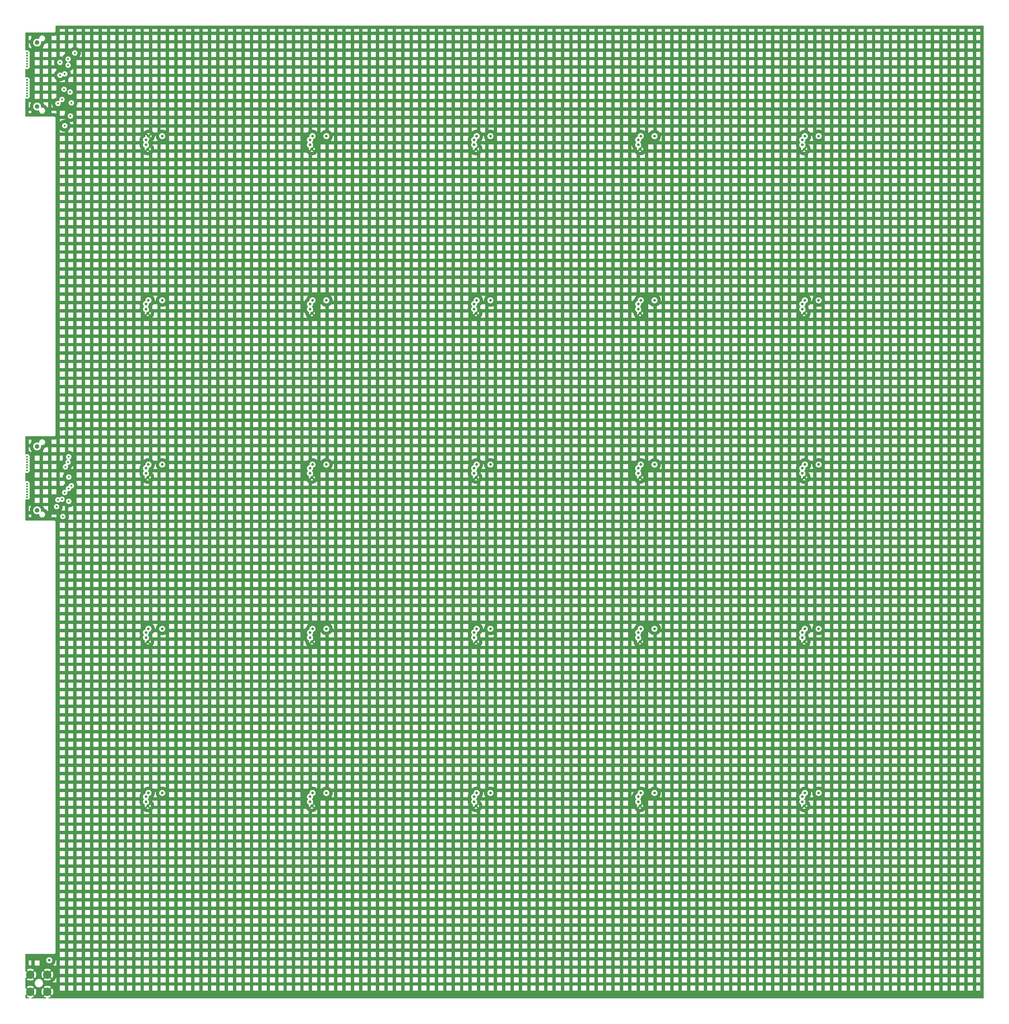
<source format=gbr>
%TF.GenerationSoftware,KiCad,Pcbnew,8.0.2-1*%
%TF.CreationDate,2024-10-14T18:52:49-04:00*%
%TF.ProjectId,OddLayers_1.3mm_SiPM,4f64644c-6179-4657-9273-5f312e336d6d,rev?*%
%TF.SameCoordinates,Original*%
%TF.FileFunction,Copper,L2,Inr*%
%TF.FilePolarity,Positive*%
%FSLAX46Y46*%
G04 Gerber Fmt 4.6, Leading zero omitted, Abs format (unit mm)*
G04 Created by KiCad (PCBNEW 8.0.2-1) date 2024-10-14 18:52:49*
%MOMM*%
%LPD*%
G01*
G04 APERTURE LIST*
%TA.AperFunction,ComponentPad*%
%ADD10C,0.800000*%
%TD*%
%TA.AperFunction,ComponentPad*%
%ADD11C,2.500000*%
%TD*%
%TA.AperFunction,ComponentPad*%
%ADD12C,1.348000*%
%TD*%
%TA.AperFunction,ViaPad*%
%ADD13C,0.600000*%
%TD*%
%TA.AperFunction,ViaPad*%
%ADD14C,0.800000*%
%TD*%
G04 APERTURE END LIST*
D10*
%TO.N,N/C*%
%TO.C,REF\u002A\u002A34*%
X298300000Y-165900000D03*
X302400000Y-165900000D03*
%TO.N,K14*%
X297550000Y-167000000D03*
%TO.N,A14*%
X297550000Y-168500000D03*
%TO.N,GND*%
X298100000Y-169700000D03*
%TD*%
%TO.N,N/C*%
%TO.C,REF\u002A\u002A40*%
X103100000Y-263500000D03*
X107200000Y-263500000D03*
%TO.N,K20*%
X102350000Y-264600000D03*
%TO.N,A20*%
X102350000Y-266100000D03*
%TO.N,GND*%
X102900000Y-267300000D03*
%TD*%
%TO.N,N/C*%
%TO.C,REF\u002A\u002A30*%
X103100000Y-165900000D03*
X107200000Y-165900000D03*
%TO.N,K10*%
X102350000Y-167000000D03*
%TO.N,A10*%
X102350000Y-168500000D03*
%TO.N,GND*%
X102900000Y-169700000D03*
%TD*%
%TO.N,N/C*%
%TO.C,REF\u002A\u002A24*%
X298300000Y-68300000D03*
X302400000Y-68300000D03*
%TO.N,K4*%
X297550000Y-69400000D03*
%TO.N,A4*%
X297550000Y-70900000D03*
%TO.N,GND*%
X298100000Y-72100000D03*
%TD*%
%TO.N,N/C*%
%TO.C,REF\u002A\u002A43*%
X249500000Y-263500000D03*
X253600000Y-263500000D03*
%TO.N,K23*%
X248750000Y-264600000D03*
%TO.N,A23*%
X248750000Y-266100000D03*
%TO.N,GND*%
X249300000Y-267300000D03*
%TD*%
%TO.N,N/C*%
%TO.C,REF\u002A\u002A38*%
X249500000Y-214700000D03*
X253600000Y-214700000D03*
%TO.N,K18*%
X248750000Y-215800000D03*
%TO.N,A18*%
X248750000Y-217300000D03*
%TO.N,GND*%
X249300000Y-218500000D03*
%TD*%
%TO.N,N/C*%
%TO.C,REF\u002A\u002A22*%
X200700000Y-68300000D03*
X204800000Y-68300000D03*
%TO.N,K2*%
X199950000Y-69400000D03*
%TO.N,A2*%
X199950000Y-70900000D03*
%TO.N,GND*%
X200500000Y-72100000D03*
%TD*%
%TO.N,N/C*%
%TO.C,REF\u002A\u002A28*%
X249500000Y-117100000D03*
X253600000Y-117100000D03*
%TO.N,K8*%
X248750000Y-118200000D03*
%TO.N,A8*%
X248750000Y-119700000D03*
%TO.N,GND*%
X249300000Y-120900000D03*
%TD*%
%TO.N,N/C*%
%TO.C,REF\u002A\u002A23*%
X249500000Y-68300000D03*
X253600000Y-68300000D03*
%TO.N,K3*%
X248750000Y-69400000D03*
%TO.N,A3*%
X248750000Y-70900000D03*
%TO.N,GND*%
X249300000Y-72100000D03*
%TD*%
%TO.N,N/C*%
%TO.C,REF\u002A\u002A32*%
X200700000Y-165900000D03*
X204800000Y-165900000D03*
%TO.N,K12*%
X199950000Y-167000000D03*
%TO.N,A12*%
X199950000Y-168500000D03*
%TO.N,GND*%
X200500000Y-169700000D03*
%TD*%
%TO.N,N/C*%
%TO.C,REF\u002A\u002A44*%
X298300000Y-263500000D03*
%TO.N,LED_input_after_resistor*%
X302400000Y-263500000D03*
%TO.N,K24*%
X297550000Y-264600000D03*
%TO.N,A24*%
X297550000Y-266100000D03*
%TO.N,GND*%
X298100000Y-267300000D03*
%TD*%
%TO.N,N/C*%
%TO.C,REF\u002A\u002A26*%
X151900000Y-117100000D03*
X156000000Y-117100000D03*
%TO.N,K6*%
X151150000Y-118200000D03*
%TO.N,A6*%
X151150000Y-119700000D03*
%TO.N,GND*%
X151700000Y-120900000D03*
%TD*%
%TO.N,N/C*%
%TO.C,REF\u002A\u002A36*%
X151900000Y-214700000D03*
X156000000Y-214700000D03*
%TO.N,K16*%
X151150000Y-215800000D03*
%TO.N,A16*%
X151150000Y-217300000D03*
%TO.N,GND*%
X151700000Y-218500000D03*
%TD*%
%TO.N,GND*%
%TO.C,REF\u002A\u002A20*%
X103100000Y-68300000D03*
%TO.N,N/C*%
X107200000Y-68300000D03*
%TO.N,K0*%
X102350000Y-69400000D03*
%TO.N,A0*%
X102350000Y-70900000D03*
%TO.N,GND*%
X102900000Y-72100000D03*
%TD*%
%TO.N,N/C*%
%TO.C,REF\u002A\u002A25*%
X103100000Y-117100000D03*
X107200000Y-117100000D03*
%TO.N,K5*%
X102350000Y-118200000D03*
%TO.N,A5*%
X102350000Y-119700000D03*
%TO.N,GND*%
X102900000Y-120900000D03*
%TD*%
%TO.N,N/C*%
%TO.C,REF\u002A\u002A37*%
X200700000Y-214700000D03*
X204800000Y-214700000D03*
%TO.N,K17*%
X199950000Y-215800000D03*
%TO.N,A17*%
X199950000Y-217300000D03*
%TO.N,GND*%
X200500000Y-218500000D03*
%TD*%
%TO.N,N/C*%
%TO.C,REF\u002A\u002A31*%
X151900000Y-165900000D03*
X156000000Y-165900000D03*
%TO.N,K11*%
X151150000Y-167000000D03*
%TO.N,A11*%
X151150000Y-168500000D03*
%TO.N,GND*%
X151700000Y-169700000D03*
%TD*%
%TO.N,N/C*%
%TO.C,REF\u002A\u002A27*%
X200700000Y-117100000D03*
X204800000Y-117100000D03*
%TO.N,K7*%
X199950000Y-118200000D03*
%TO.N,A7*%
X199950000Y-119700000D03*
%TO.N,GND*%
X200500000Y-120900000D03*
%TD*%
%TO.N,N/C*%
%TO.C,REF\u002A\u002A41*%
X151900000Y-263500000D03*
X156000000Y-263500000D03*
%TO.N,K21*%
X151150000Y-264600000D03*
%TO.N,A21*%
X151150000Y-266100000D03*
%TO.N,GND*%
X151700000Y-267300000D03*
%TD*%
%TO.N,N/C*%
%TO.C,REF\u002A\u002A29*%
X298300000Y-117100000D03*
X302400000Y-117100000D03*
%TO.N,K9*%
X297550000Y-118200000D03*
%TO.N,A9*%
X297550000Y-119700000D03*
%TO.N,GND*%
X298100000Y-120900000D03*
%TD*%
D11*
%TO.N,GND*%
%TO.C,REF\u002A\u002A*%
X67960000Y-322540000D03*
X73040000Y-322540000D03*
X67960000Y-317460000D03*
X73040000Y-317460000D03*
%TD*%
D10*
%TO.N,N/C*%
%TO.C,REF\u002A\u002A21*%
X151900000Y-68300000D03*
X156000000Y-68300000D03*
%TO.N,K1*%
X151150000Y-69400000D03*
%TO.N,A1*%
X151150000Y-70900000D03*
%TO.N,GND*%
X151700000Y-72100000D03*
%TD*%
%TO.N,N/C*%
%TO.C,REF\u002A\u002A42*%
X200700000Y-263500000D03*
X204800000Y-263500000D03*
%TO.N,K22*%
X199950000Y-264600000D03*
%TO.N,A22*%
X199950000Y-266100000D03*
%TO.N,GND*%
X200500000Y-267300000D03*
%TD*%
%TO.N,N/C*%
%TO.C,REF\u002A\u002A35*%
X103100000Y-214700000D03*
X107200000Y-214700000D03*
%TO.N,K15*%
X102350000Y-215800000D03*
%TO.N,A15*%
X102350000Y-217300000D03*
%TO.N,GND*%
X102900000Y-218500000D03*
%TD*%
%TO.N,N/C*%
%TO.C,REF\u002A\u002A39*%
X298300000Y-214700000D03*
X302400000Y-214700000D03*
%TO.N,K19*%
X297550000Y-215800000D03*
%TO.N,A19*%
X297550000Y-217300000D03*
%TO.N,GND*%
X298100000Y-218500000D03*
%TD*%
%TO.N,N/C*%
%TO.C,REF\u002A\u002A33*%
X249500000Y-165900000D03*
X253600000Y-165900000D03*
%TO.N,K13*%
X248750000Y-167000000D03*
%TO.N,A13*%
X248750000Y-168500000D03*
%TO.N,GND*%
X249300000Y-169700000D03*
%TD*%
D12*
%TO.N,N/C*%
%TO.C,REF\u002A\u002A*%
X70000000Y-40505000D03*
X70000000Y-59495000D03*
%TD*%
%TO.N,N/C*%
%TO.C,REF\u002A\u002A*%
X70000000Y-160505000D03*
X70000000Y-179495000D03*
%TD*%
D13*
%TO.N,GND*%
X67000000Y-176400000D03*
%TO.N,K0*%
X67000000Y-43600000D03*
X81200000Y-43600000D03*
%TO.N,K1*%
X79200000Y-45400000D03*
X67000000Y-44400000D03*
%TO.N,K2*%
X67000000Y-45200000D03*
X79200000Y-47200000D03*
%TO.N,K3*%
X67000000Y-46000000D03*
X76800000Y-46400000D03*
%TO.N,K4*%
X67000000Y-46800000D03*
X78200000Y-49800000D03*
%TO.N,K5*%
X67000000Y-47600000D03*
X76800000Y-50200000D03*
%TO.N,K6*%
X67000000Y-51600000D03*
X79800000Y-55200000D03*
%TO.N,K7*%
X67000000Y-52400000D03*
X78000000Y-54400000D03*
%TO.N,K8*%
X80185785Y-58414215D03*
X67000000Y-53200000D03*
%TO.N,K9*%
X67000000Y-54000000D03*
X79881619Y-62318381D03*
%TO.N,K10*%
X77400000Y-57400000D03*
X67000000Y-54800000D03*
%TO.N,K11*%
X76200000Y-58600000D03*
X67000000Y-55600000D03*
%TO.N,K12*%
X78200000Y-65200000D03*
X67000000Y-56400000D03*
%TO.N,K14*%
X79200000Y-165200000D03*
X67000000Y-164400000D03*
%TO.N,K13*%
X79400000Y-163600000D03*
X67000000Y-163600000D03*
%TO.N,K15*%
X67000000Y-165200000D03*
X78400000Y-166600000D03*
%TO.N,K16*%
X79407108Y-169592892D03*
X67000000Y-166000000D03*
%TO.N,K17*%
X67000000Y-166800000D03*
X80200000Y-172200000D03*
%TO.N,K18*%
X67000000Y-167600000D03*
X79351471Y-173048529D03*
%TO.N,K19*%
X79400000Y-176800000D03*
X67000000Y-171600000D03*
%TO.N,K20*%
X67000000Y-172400000D03*
X78200000Y-174200000D03*
%TO.N,K21*%
X67000000Y-173200000D03*
X77400000Y-176200000D03*
%TO.N,K22*%
X76200000Y-176400000D03*
X67000000Y-174000000D03*
%TO.N,K23*%
X67000000Y-174800000D03*
X75800000Y-178400000D03*
%TO.N,K24*%
X77654661Y-181345340D03*
X67000000Y-175600000D03*
D14*
%TO.N,LED_input_after_resistor*%
X73600000Y-313200000D03*
%TD*%
%TA.AperFunction,Conductor*%
%TO.N,GND*%
G36*
X67206740Y-322942626D02*
G01*
X67299762Y-323081844D01*
X67418156Y-323200238D01*
X67557374Y-323293260D01*
X67559437Y-323294114D01*
X66910830Y-323942720D01*
X67082546Y-324059793D01*
X67082550Y-324059795D01*
X67318854Y-324173594D01*
X67318858Y-324173595D01*
X67569494Y-324250907D01*
X67569500Y-324250909D01*
X67582609Y-324252885D01*
X67645966Y-324282341D01*
X67683340Y-324341375D01*
X67682865Y-324411243D01*
X67644692Y-324469763D01*
X67580940Y-324498355D01*
X67564128Y-324499500D01*
X66624500Y-324499500D01*
X66557461Y-324479815D01*
X66511706Y-324427011D01*
X66500500Y-324375500D01*
X66500500Y-323697308D01*
X66520185Y-323630269D01*
X66536819Y-323609627D01*
X67205884Y-322940561D01*
X67206740Y-322942626D01*
G37*
%TD.AperFunction*%
%TA.AperFunction,Conductor*%
G36*
X351442539Y-35520185D02*
G01*
X351488294Y-35572989D01*
X351499500Y-35624500D01*
X351499500Y-324375500D01*
X351479815Y-324442539D01*
X351427011Y-324488294D01*
X351375500Y-324499500D01*
X73435872Y-324499500D01*
X73368833Y-324479815D01*
X73323078Y-324427011D01*
X73313134Y-324357853D01*
X73342159Y-324294297D01*
X73400937Y-324256523D01*
X73417391Y-324252885D01*
X73430499Y-324250909D01*
X73430505Y-324250907D01*
X73681143Y-324173595D01*
X73917445Y-324059798D01*
X73917447Y-324059797D01*
X74089168Y-323942720D01*
X73440562Y-323294114D01*
X73442626Y-323293260D01*
X73581844Y-323200238D01*
X73700238Y-323081844D01*
X73793260Y-322942626D01*
X73794114Y-322940561D01*
X74442125Y-323588572D01*
X74489971Y-323528573D01*
X74621116Y-323301426D01*
X74716941Y-323057270D01*
X74775306Y-322801550D01*
X74775307Y-322801545D01*
X74794907Y-322540004D01*
X74794907Y-322539995D01*
X74775307Y-322278454D01*
X74775306Y-322278449D01*
X74768927Y-322250500D01*
X76748500Y-322250500D01*
X78250500Y-322250500D01*
X79248500Y-322250500D01*
X80750500Y-322250500D01*
X81748500Y-322250500D01*
X83250500Y-322250500D01*
X84248500Y-322250500D01*
X85750500Y-322250500D01*
X86748500Y-322250500D01*
X88250500Y-322250500D01*
X89248500Y-322250500D01*
X90750500Y-322250500D01*
X91748500Y-322250500D01*
X93250500Y-322250500D01*
X94248500Y-322250500D01*
X95750500Y-322250500D01*
X96748500Y-322250500D01*
X98250500Y-322250500D01*
X99248500Y-322250500D01*
X100750500Y-322250500D01*
X101748500Y-322250500D01*
X103250500Y-322250500D01*
X104248500Y-322250500D01*
X105750500Y-322250500D01*
X106748500Y-322250500D01*
X108250500Y-322250500D01*
X109248500Y-322250500D01*
X110750500Y-322250500D01*
X111748500Y-322250500D01*
X113250500Y-322250500D01*
X114248500Y-322250500D01*
X115750500Y-322250500D01*
X116748500Y-322250500D01*
X118250500Y-322250500D01*
X119248500Y-322250500D01*
X120750500Y-322250500D01*
X121748500Y-322250500D01*
X123250500Y-322250500D01*
X124248500Y-322250500D01*
X125750500Y-322250500D01*
X126748500Y-322250500D01*
X128250500Y-322250500D01*
X129248500Y-322250500D01*
X130750500Y-322250500D01*
X131748500Y-322250500D01*
X133250500Y-322250500D01*
X134248500Y-322250500D01*
X135750500Y-322250500D01*
X136748500Y-322250500D01*
X138250500Y-322250500D01*
X139248500Y-322250500D01*
X140750500Y-322250500D01*
X141748500Y-322250500D01*
X143250500Y-322250500D01*
X144248500Y-322250500D01*
X145750500Y-322250500D01*
X146748500Y-322250500D01*
X148250500Y-322250500D01*
X149248500Y-322250500D01*
X150750500Y-322250500D01*
X151748500Y-322250500D01*
X153250500Y-322250500D01*
X154248500Y-322250500D01*
X155750500Y-322250500D01*
X156748500Y-322250500D01*
X158250500Y-322250500D01*
X159248500Y-322250500D01*
X160750500Y-322250500D01*
X161748500Y-322250500D01*
X163250500Y-322250500D01*
X164248500Y-322250500D01*
X165750500Y-322250500D01*
X166748500Y-322250500D01*
X168250500Y-322250500D01*
X169248500Y-322250500D01*
X170750500Y-322250500D01*
X171748500Y-322250500D01*
X173250500Y-322250500D01*
X174248500Y-322250500D01*
X175750500Y-322250500D01*
X176748500Y-322250500D01*
X178250500Y-322250500D01*
X179248500Y-322250500D01*
X180750500Y-322250500D01*
X181748500Y-322250500D01*
X183250500Y-322250500D01*
X184248500Y-322250500D01*
X185750500Y-322250500D01*
X186748500Y-322250500D01*
X188250500Y-322250500D01*
X189248500Y-322250500D01*
X190750500Y-322250500D01*
X191748500Y-322250500D01*
X193250500Y-322250500D01*
X194248500Y-322250500D01*
X195750500Y-322250500D01*
X196748500Y-322250500D01*
X198250500Y-322250500D01*
X199248500Y-322250500D01*
X200750500Y-322250500D01*
X201748500Y-322250500D01*
X203250500Y-322250500D01*
X204248500Y-322250500D01*
X205750500Y-322250500D01*
X206748500Y-322250500D01*
X208250500Y-322250500D01*
X209248500Y-322250500D01*
X210750500Y-322250500D01*
X211748500Y-322250500D01*
X213250500Y-322250500D01*
X214248500Y-322250500D01*
X215750500Y-322250500D01*
X216748500Y-322250500D01*
X218250500Y-322250500D01*
X219248500Y-322250500D01*
X220750500Y-322250500D01*
X221748500Y-322250500D01*
X223250500Y-322250500D01*
X224248500Y-322250500D01*
X225750500Y-322250500D01*
X226748500Y-322250500D01*
X228250500Y-322250500D01*
X229248500Y-322250500D01*
X230750500Y-322250500D01*
X231748500Y-322250500D01*
X233250500Y-322250500D01*
X234248500Y-322250500D01*
X235750500Y-322250500D01*
X236748500Y-322250500D01*
X238250500Y-322250500D01*
X239248500Y-322250500D01*
X240750500Y-322250500D01*
X241748500Y-322250500D01*
X243250500Y-322250500D01*
X244248500Y-322250500D01*
X245750500Y-322250500D01*
X246748500Y-322250500D01*
X248250500Y-322250500D01*
X249248500Y-322250500D01*
X250750500Y-322250500D01*
X251748500Y-322250500D01*
X253250500Y-322250500D01*
X254248500Y-322250500D01*
X255750500Y-322250500D01*
X256748500Y-322250500D01*
X258250500Y-322250500D01*
X259248500Y-322250500D01*
X260750500Y-322250500D01*
X261748500Y-322250500D01*
X263250500Y-322250500D01*
X264248500Y-322250500D01*
X265750500Y-322250500D01*
X266748500Y-322250500D01*
X268250500Y-322250500D01*
X269248500Y-322250500D01*
X270750500Y-322250500D01*
X271748500Y-322250500D01*
X273250500Y-322250500D01*
X274248500Y-322250500D01*
X275750500Y-322250500D01*
X276748500Y-322250500D01*
X278250500Y-322250500D01*
X279248500Y-322250500D01*
X280750500Y-322250500D01*
X281748500Y-322250500D01*
X283250500Y-322250500D01*
X284248500Y-322250500D01*
X285750500Y-322250500D01*
X286748500Y-322250500D01*
X288250500Y-322250500D01*
X289248500Y-322250500D01*
X290750500Y-322250500D01*
X291748500Y-322250500D01*
X293250500Y-322250500D01*
X294248500Y-322250500D01*
X295750500Y-322250500D01*
X296748500Y-322250500D01*
X298250500Y-322250500D01*
X299248500Y-322250500D01*
X300750500Y-322250500D01*
X301748500Y-322250500D01*
X303250500Y-322250500D01*
X304248500Y-322250500D01*
X305750500Y-322250500D01*
X306748500Y-322250500D01*
X308250500Y-322250500D01*
X309248500Y-322250500D01*
X310750500Y-322250500D01*
X311748500Y-322250500D01*
X313250500Y-322250500D01*
X314248500Y-322250500D01*
X315750500Y-322250500D01*
X316748500Y-322250500D01*
X318250500Y-322250500D01*
X319248500Y-322250500D01*
X320750500Y-322250500D01*
X321748500Y-322250500D01*
X323250500Y-322250500D01*
X324248500Y-322250500D01*
X325750500Y-322250500D01*
X326748500Y-322250500D01*
X328250500Y-322250500D01*
X329248500Y-322250500D01*
X330750500Y-322250500D01*
X331748500Y-322250500D01*
X333250500Y-322250500D01*
X334248500Y-322250500D01*
X335750500Y-322250500D01*
X336748500Y-322250500D01*
X338250500Y-322250500D01*
X339248500Y-322250500D01*
X340750500Y-322250500D01*
X341748500Y-322250500D01*
X343250500Y-322250500D01*
X344248500Y-322250500D01*
X345750500Y-322250500D01*
X346748500Y-322250500D01*
X348250500Y-322250500D01*
X349248500Y-322250500D01*
X350501500Y-322250500D01*
X350501500Y-320748500D01*
X349248500Y-320748500D01*
X349248500Y-322250500D01*
X348250500Y-322250500D01*
X348250500Y-320748500D01*
X346748500Y-320748500D01*
X346748500Y-322250500D01*
X345750500Y-322250500D01*
X345750500Y-320748500D01*
X344248500Y-320748500D01*
X344248500Y-322250500D01*
X343250500Y-322250500D01*
X343250500Y-320748500D01*
X341748500Y-320748500D01*
X341748500Y-322250500D01*
X340750500Y-322250500D01*
X340750500Y-320748500D01*
X339248500Y-320748500D01*
X339248500Y-322250500D01*
X338250500Y-322250500D01*
X338250500Y-320748500D01*
X336748500Y-320748500D01*
X336748500Y-322250500D01*
X335750500Y-322250500D01*
X335750500Y-320748500D01*
X334248500Y-320748500D01*
X334248500Y-322250500D01*
X333250500Y-322250500D01*
X333250500Y-320748500D01*
X331748500Y-320748500D01*
X331748500Y-322250500D01*
X330750500Y-322250500D01*
X330750500Y-320748500D01*
X329248500Y-320748500D01*
X329248500Y-322250500D01*
X328250500Y-322250500D01*
X328250500Y-320748500D01*
X326748500Y-320748500D01*
X326748500Y-322250500D01*
X325750500Y-322250500D01*
X325750500Y-320748500D01*
X324248500Y-320748500D01*
X324248500Y-322250500D01*
X323250500Y-322250500D01*
X323250500Y-320748500D01*
X321748500Y-320748500D01*
X321748500Y-322250500D01*
X320750500Y-322250500D01*
X320750500Y-320748500D01*
X319248500Y-320748500D01*
X319248500Y-322250500D01*
X318250500Y-322250500D01*
X318250500Y-320748500D01*
X316748500Y-320748500D01*
X316748500Y-322250500D01*
X315750500Y-322250500D01*
X315750500Y-320748500D01*
X314248500Y-320748500D01*
X314248500Y-322250500D01*
X313250500Y-322250500D01*
X313250500Y-320748500D01*
X311748500Y-320748500D01*
X311748500Y-322250500D01*
X310750500Y-322250500D01*
X310750500Y-320748500D01*
X309248500Y-320748500D01*
X309248500Y-322250500D01*
X308250500Y-322250500D01*
X308250500Y-320748500D01*
X306748500Y-320748500D01*
X306748500Y-322250500D01*
X305750500Y-322250500D01*
X305750500Y-320748500D01*
X304248500Y-320748500D01*
X304248500Y-322250500D01*
X303250500Y-322250500D01*
X303250500Y-320748500D01*
X301748500Y-320748500D01*
X301748500Y-322250500D01*
X300750500Y-322250500D01*
X300750500Y-320748500D01*
X299248500Y-320748500D01*
X299248500Y-322250500D01*
X298250500Y-322250500D01*
X298250500Y-320748500D01*
X296748500Y-320748500D01*
X296748500Y-322250500D01*
X295750500Y-322250500D01*
X295750500Y-320748500D01*
X294248500Y-320748500D01*
X294248500Y-322250500D01*
X293250500Y-322250500D01*
X293250500Y-320748500D01*
X291748500Y-320748500D01*
X291748500Y-322250500D01*
X290750500Y-322250500D01*
X290750500Y-320748500D01*
X289248500Y-320748500D01*
X289248500Y-322250500D01*
X288250500Y-322250500D01*
X288250500Y-320748500D01*
X286748500Y-320748500D01*
X286748500Y-322250500D01*
X285750500Y-322250500D01*
X285750500Y-320748500D01*
X284248500Y-320748500D01*
X284248500Y-322250500D01*
X283250500Y-322250500D01*
X283250500Y-320748500D01*
X281748500Y-320748500D01*
X281748500Y-322250500D01*
X280750500Y-322250500D01*
X280750500Y-320748500D01*
X279248500Y-320748500D01*
X279248500Y-322250500D01*
X278250500Y-322250500D01*
X278250500Y-320748500D01*
X276748500Y-320748500D01*
X276748500Y-322250500D01*
X275750500Y-322250500D01*
X275750500Y-320748500D01*
X274248500Y-320748500D01*
X274248500Y-322250500D01*
X273250500Y-322250500D01*
X273250500Y-320748500D01*
X271748500Y-320748500D01*
X271748500Y-322250500D01*
X270750500Y-322250500D01*
X270750500Y-320748500D01*
X269248500Y-320748500D01*
X269248500Y-322250500D01*
X268250500Y-322250500D01*
X268250500Y-320748500D01*
X266748500Y-320748500D01*
X266748500Y-322250500D01*
X265750500Y-322250500D01*
X265750500Y-320748500D01*
X264248500Y-320748500D01*
X264248500Y-322250500D01*
X263250500Y-322250500D01*
X263250500Y-320748500D01*
X261748500Y-320748500D01*
X261748500Y-322250500D01*
X260750500Y-322250500D01*
X260750500Y-320748500D01*
X259248500Y-320748500D01*
X259248500Y-322250500D01*
X258250500Y-322250500D01*
X258250500Y-320748500D01*
X256748500Y-320748500D01*
X256748500Y-322250500D01*
X255750500Y-322250500D01*
X255750500Y-320748500D01*
X254248500Y-320748500D01*
X254248500Y-322250500D01*
X253250500Y-322250500D01*
X253250500Y-320748500D01*
X251748500Y-320748500D01*
X251748500Y-322250500D01*
X250750500Y-322250500D01*
X250750500Y-320748500D01*
X249248500Y-320748500D01*
X249248500Y-322250500D01*
X248250500Y-322250500D01*
X248250500Y-320748500D01*
X246748500Y-320748500D01*
X246748500Y-322250500D01*
X245750500Y-322250500D01*
X245750500Y-320748500D01*
X244248500Y-320748500D01*
X244248500Y-322250500D01*
X243250500Y-322250500D01*
X243250500Y-320748500D01*
X241748500Y-320748500D01*
X241748500Y-322250500D01*
X240750500Y-322250500D01*
X240750500Y-320748500D01*
X239248500Y-320748500D01*
X239248500Y-322250500D01*
X238250500Y-322250500D01*
X238250500Y-320748500D01*
X236748500Y-320748500D01*
X236748500Y-322250500D01*
X235750500Y-322250500D01*
X235750500Y-320748500D01*
X234248500Y-320748500D01*
X234248500Y-322250500D01*
X233250500Y-322250500D01*
X233250500Y-320748500D01*
X231748500Y-320748500D01*
X231748500Y-322250500D01*
X230750500Y-322250500D01*
X230750500Y-320748500D01*
X229248500Y-320748500D01*
X229248500Y-322250500D01*
X228250500Y-322250500D01*
X228250500Y-320748500D01*
X226748500Y-320748500D01*
X226748500Y-322250500D01*
X225750500Y-322250500D01*
X225750500Y-320748500D01*
X224248500Y-320748500D01*
X224248500Y-322250500D01*
X223250500Y-322250500D01*
X223250500Y-320748500D01*
X221748500Y-320748500D01*
X221748500Y-322250500D01*
X220750500Y-322250500D01*
X220750500Y-320748500D01*
X219248500Y-320748500D01*
X219248500Y-322250500D01*
X218250500Y-322250500D01*
X218250500Y-320748500D01*
X216748500Y-320748500D01*
X216748500Y-322250500D01*
X215750500Y-322250500D01*
X215750500Y-320748500D01*
X214248500Y-320748500D01*
X214248500Y-322250500D01*
X213250500Y-322250500D01*
X213250500Y-320748500D01*
X211748500Y-320748500D01*
X211748500Y-322250500D01*
X210750500Y-322250500D01*
X210750500Y-320748500D01*
X209248500Y-320748500D01*
X209248500Y-322250500D01*
X208250500Y-322250500D01*
X208250500Y-320748500D01*
X206748500Y-320748500D01*
X206748500Y-322250500D01*
X205750500Y-322250500D01*
X205750500Y-320748500D01*
X204248500Y-320748500D01*
X204248500Y-322250500D01*
X203250500Y-322250500D01*
X203250500Y-320748500D01*
X201748500Y-320748500D01*
X201748500Y-322250500D01*
X200750500Y-322250500D01*
X200750500Y-320748500D01*
X199248500Y-320748500D01*
X199248500Y-322250500D01*
X198250500Y-322250500D01*
X198250500Y-320748500D01*
X196748500Y-320748500D01*
X196748500Y-322250500D01*
X195750500Y-322250500D01*
X195750500Y-320748500D01*
X194248500Y-320748500D01*
X194248500Y-322250500D01*
X193250500Y-322250500D01*
X193250500Y-320748500D01*
X191748500Y-320748500D01*
X191748500Y-322250500D01*
X190750500Y-322250500D01*
X190750500Y-320748500D01*
X189248500Y-320748500D01*
X189248500Y-322250500D01*
X188250500Y-322250500D01*
X188250500Y-320748500D01*
X186748500Y-320748500D01*
X186748500Y-322250500D01*
X185750500Y-322250500D01*
X185750500Y-320748500D01*
X184248500Y-320748500D01*
X184248500Y-322250500D01*
X183250500Y-322250500D01*
X183250500Y-320748500D01*
X181748500Y-320748500D01*
X181748500Y-322250500D01*
X180750500Y-322250500D01*
X180750500Y-320748500D01*
X179248500Y-320748500D01*
X179248500Y-322250500D01*
X178250500Y-322250500D01*
X178250500Y-320748500D01*
X176748500Y-320748500D01*
X176748500Y-322250500D01*
X175750500Y-322250500D01*
X175750500Y-320748500D01*
X174248500Y-320748500D01*
X174248500Y-322250500D01*
X173250500Y-322250500D01*
X173250500Y-320748500D01*
X171748500Y-320748500D01*
X171748500Y-322250500D01*
X170750500Y-322250500D01*
X170750500Y-320748500D01*
X169248500Y-320748500D01*
X169248500Y-322250500D01*
X168250500Y-322250500D01*
X168250500Y-320748500D01*
X166748500Y-320748500D01*
X166748500Y-322250500D01*
X165750500Y-322250500D01*
X165750500Y-320748500D01*
X164248500Y-320748500D01*
X164248500Y-322250500D01*
X163250500Y-322250500D01*
X163250500Y-320748500D01*
X161748500Y-320748500D01*
X161748500Y-322250500D01*
X160750500Y-322250500D01*
X160750500Y-320748500D01*
X159248500Y-320748500D01*
X159248500Y-322250500D01*
X158250500Y-322250500D01*
X158250500Y-320748500D01*
X156748500Y-320748500D01*
X156748500Y-322250500D01*
X155750500Y-322250500D01*
X155750500Y-320748500D01*
X154248500Y-320748500D01*
X154248500Y-322250500D01*
X153250500Y-322250500D01*
X153250500Y-320748500D01*
X151748500Y-320748500D01*
X151748500Y-322250500D01*
X150750500Y-322250500D01*
X150750500Y-320748500D01*
X149248500Y-320748500D01*
X149248500Y-322250500D01*
X148250500Y-322250500D01*
X148250500Y-320748500D01*
X146748500Y-320748500D01*
X146748500Y-322250500D01*
X145750500Y-322250500D01*
X145750500Y-320748500D01*
X144248500Y-320748500D01*
X144248500Y-322250500D01*
X143250500Y-322250500D01*
X143250500Y-320748500D01*
X141748500Y-320748500D01*
X141748500Y-322250500D01*
X140750500Y-322250500D01*
X140750500Y-320748500D01*
X139248500Y-320748500D01*
X139248500Y-322250500D01*
X138250500Y-322250500D01*
X138250500Y-320748500D01*
X136748500Y-320748500D01*
X136748500Y-322250500D01*
X135750500Y-322250500D01*
X135750500Y-320748500D01*
X134248500Y-320748500D01*
X134248500Y-322250500D01*
X133250500Y-322250500D01*
X133250500Y-320748500D01*
X131748500Y-320748500D01*
X131748500Y-322250500D01*
X130750500Y-322250500D01*
X130750500Y-320748500D01*
X129248500Y-320748500D01*
X129248500Y-322250500D01*
X128250500Y-322250500D01*
X128250500Y-320748500D01*
X126748500Y-320748500D01*
X126748500Y-322250500D01*
X125750500Y-322250500D01*
X125750500Y-320748500D01*
X124248500Y-320748500D01*
X124248500Y-322250500D01*
X123250500Y-322250500D01*
X123250500Y-320748500D01*
X121748500Y-320748500D01*
X121748500Y-322250500D01*
X120750500Y-322250500D01*
X120750500Y-320748500D01*
X119248500Y-320748500D01*
X119248500Y-322250500D01*
X118250500Y-322250500D01*
X118250500Y-320748500D01*
X116748500Y-320748500D01*
X116748500Y-322250500D01*
X115750500Y-322250500D01*
X115750500Y-320748500D01*
X114248500Y-320748500D01*
X114248500Y-322250500D01*
X113250500Y-322250500D01*
X113250500Y-320748500D01*
X111748500Y-320748500D01*
X111748500Y-322250500D01*
X110750500Y-322250500D01*
X110750500Y-320748500D01*
X109248500Y-320748500D01*
X109248500Y-322250500D01*
X108250500Y-322250500D01*
X108250500Y-320748500D01*
X106748500Y-320748500D01*
X106748500Y-322250500D01*
X105750500Y-322250500D01*
X105750500Y-320748500D01*
X104248500Y-320748500D01*
X104248500Y-322250500D01*
X103250500Y-322250500D01*
X103250500Y-320748500D01*
X101748500Y-320748500D01*
X101748500Y-322250500D01*
X100750500Y-322250500D01*
X100750500Y-320748500D01*
X99248500Y-320748500D01*
X99248500Y-322250500D01*
X98250500Y-322250500D01*
X98250500Y-320748500D01*
X96748500Y-320748500D01*
X96748500Y-322250500D01*
X95750500Y-322250500D01*
X95750500Y-320748500D01*
X94248500Y-320748500D01*
X94248500Y-322250500D01*
X93250500Y-322250500D01*
X93250500Y-320748500D01*
X91748500Y-320748500D01*
X91748500Y-322250500D01*
X90750500Y-322250500D01*
X90750500Y-320748500D01*
X89248500Y-320748500D01*
X89248500Y-322250500D01*
X88250500Y-322250500D01*
X88250500Y-320748500D01*
X86748500Y-320748500D01*
X86748500Y-322250500D01*
X85750500Y-322250500D01*
X85750500Y-320748500D01*
X84248500Y-320748500D01*
X84248500Y-322250500D01*
X83250500Y-322250500D01*
X83250500Y-320748500D01*
X81748500Y-320748500D01*
X81748500Y-322250500D01*
X80750500Y-322250500D01*
X80750500Y-320748500D01*
X79248500Y-320748500D01*
X79248500Y-322250500D01*
X78250500Y-322250500D01*
X78250500Y-320748500D01*
X76748500Y-320748500D01*
X76748500Y-322250500D01*
X74768927Y-322250500D01*
X74716941Y-322022729D01*
X74621116Y-321778573D01*
X74621117Y-321778573D01*
X74489972Y-321551426D01*
X74442124Y-321491427D01*
X73794114Y-322139437D01*
X73793260Y-322137374D01*
X73700238Y-321998156D01*
X73581844Y-321879762D01*
X73442626Y-321786740D01*
X73440562Y-321785885D01*
X74089168Y-321137278D01*
X73917454Y-321020206D01*
X73917445Y-321020201D01*
X73681142Y-320906404D01*
X73681144Y-320906404D01*
X73430505Y-320829092D01*
X73430499Y-320829090D01*
X73171151Y-320790000D01*
X72908848Y-320790000D01*
X72649500Y-320829090D01*
X72649494Y-320829092D01*
X72398858Y-320906404D01*
X72398854Y-320906405D01*
X72162547Y-321020205D01*
X72162539Y-321020210D01*
X71990830Y-321137277D01*
X72639438Y-321785885D01*
X72637374Y-321786740D01*
X72498156Y-321879762D01*
X72379762Y-321998156D01*
X72286740Y-322137374D01*
X72285885Y-322139437D01*
X71637874Y-321491427D01*
X71590028Y-321551425D01*
X71458883Y-321778573D01*
X71363058Y-322022729D01*
X71304693Y-322278449D01*
X71304692Y-322278454D01*
X71285093Y-322539995D01*
X71285093Y-322540004D01*
X71304692Y-322801545D01*
X71304693Y-322801550D01*
X71363058Y-323057270D01*
X71458883Y-323301426D01*
X71458882Y-323301426D01*
X71590027Y-323528573D01*
X71637874Y-323588571D01*
X72285884Y-322940561D01*
X72286740Y-322942626D01*
X72379762Y-323081844D01*
X72498156Y-323200238D01*
X72637374Y-323293260D01*
X72639437Y-323294114D01*
X71990830Y-323942720D01*
X72162546Y-324059793D01*
X72162550Y-324059795D01*
X72398854Y-324173594D01*
X72398858Y-324173595D01*
X72649494Y-324250907D01*
X72649500Y-324250909D01*
X72662609Y-324252885D01*
X72725966Y-324282341D01*
X72763340Y-324341375D01*
X72762865Y-324411243D01*
X72724692Y-324469763D01*
X72660940Y-324498355D01*
X72644128Y-324499500D01*
X68355872Y-324499500D01*
X68288833Y-324479815D01*
X68243078Y-324427011D01*
X68233134Y-324357853D01*
X68262159Y-324294297D01*
X68320937Y-324256523D01*
X68337391Y-324252885D01*
X68350499Y-324250909D01*
X68350505Y-324250907D01*
X68601143Y-324173595D01*
X68837445Y-324059798D01*
X68837447Y-324059797D01*
X69009168Y-323942720D01*
X68360562Y-323294114D01*
X68362626Y-323293260D01*
X68501844Y-323200238D01*
X68620238Y-323081844D01*
X68713260Y-322942626D01*
X68714114Y-322940561D01*
X69362125Y-323588572D01*
X69409971Y-323528573D01*
X69541116Y-323301426D01*
X69636941Y-323057270D01*
X69695306Y-322801550D01*
X69695307Y-322801545D01*
X69714907Y-322540004D01*
X69714907Y-322539995D01*
X69695307Y-322278454D01*
X69695306Y-322278449D01*
X69636941Y-322022729D01*
X69541116Y-321778573D01*
X69541117Y-321778573D01*
X69409972Y-321551426D01*
X69362124Y-321491427D01*
X68714114Y-322139437D01*
X68713260Y-322137374D01*
X68620238Y-321998156D01*
X68501844Y-321879762D01*
X68362626Y-321786740D01*
X68360562Y-321785885D01*
X69009168Y-321137278D01*
X68837454Y-321020206D01*
X68837445Y-321020201D01*
X68601142Y-320906404D01*
X68601144Y-320906404D01*
X68350505Y-320829092D01*
X68350499Y-320829090D01*
X68091151Y-320790000D01*
X67828848Y-320790000D01*
X67569500Y-320829090D01*
X67569494Y-320829092D01*
X67318858Y-320906404D01*
X67318854Y-320906405D01*
X67082547Y-321020205D01*
X67082539Y-321020210D01*
X66910830Y-321137277D01*
X67559438Y-321785885D01*
X67557374Y-321786740D01*
X67418156Y-321879762D01*
X67299762Y-321998156D01*
X67206740Y-322137374D01*
X67205885Y-322139437D01*
X66536819Y-321470371D01*
X66503334Y-321409048D01*
X66500500Y-321382690D01*
X66500500Y-319901577D01*
X69249500Y-319901577D01*
X69249500Y-320098422D01*
X69280290Y-320292826D01*
X69341117Y-320480029D01*
X69430476Y-320655405D01*
X69546172Y-320814646D01*
X69685354Y-320953828D01*
X69844595Y-321069524D01*
X69927455Y-321111743D01*
X70019970Y-321158882D01*
X70019972Y-321158882D01*
X70019975Y-321158884D01*
X70120317Y-321191487D01*
X70207173Y-321219709D01*
X70401578Y-321250500D01*
X70401583Y-321250500D01*
X70598422Y-321250500D01*
X70792826Y-321219709D01*
X70980025Y-321158884D01*
X71155405Y-321069524D01*
X71314646Y-320953828D01*
X71453828Y-320814646D01*
X71569524Y-320655405D01*
X71658884Y-320480025D01*
X71719709Y-320292826D01*
X71750500Y-320098422D01*
X71750500Y-319901577D01*
X71726571Y-319750500D01*
X74558676Y-319750500D01*
X75750500Y-319750500D01*
X76748500Y-319750500D01*
X78250500Y-319750500D01*
X79248500Y-319750500D01*
X80750500Y-319750500D01*
X81748500Y-319750500D01*
X83250500Y-319750500D01*
X84248500Y-319750500D01*
X85750500Y-319750500D01*
X86748500Y-319750500D01*
X88250500Y-319750500D01*
X89248500Y-319750500D01*
X90750500Y-319750500D01*
X91748500Y-319750500D01*
X93250500Y-319750500D01*
X94248500Y-319750500D01*
X95750500Y-319750500D01*
X96748500Y-319750500D01*
X98250500Y-319750500D01*
X99248500Y-319750500D01*
X100750500Y-319750500D01*
X101748500Y-319750500D01*
X103250500Y-319750500D01*
X104248500Y-319750500D01*
X105750500Y-319750500D01*
X106748500Y-319750500D01*
X108250500Y-319750500D01*
X109248500Y-319750500D01*
X110750500Y-319750500D01*
X111748500Y-319750500D01*
X113250500Y-319750500D01*
X114248500Y-319750500D01*
X115750500Y-319750500D01*
X116748500Y-319750500D01*
X118250500Y-319750500D01*
X119248500Y-319750500D01*
X120750500Y-319750500D01*
X121748500Y-319750500D01*
X123250500Y-319750500D01*
X124248500Y-319750500D01*
X125750500Y-319750500D01*
X126748500Y-319750500D01*
X128250500Y-319750500D01*
X129248500Y-319750500D01*
X130750500Y-319750500D01*
X131748500Y-319750500D01*
X133250500Y-319750500D01*
X134248500Y-319750500D01*
X135750500Y-319750500D01*
X136748500Y-319750500D01*
X138250500Y-319750500D01*
X139248500Y-319750500D01*
X140750500Y-319750500D01*
X141748500Y-319750500D01*
X143250500Y-319750500D01*
X144248500Y-319750500D01*
X145750500Y-319750500D01*
X146748500Y-319750500D01*
X148250500Y-319750500D01*
X149248500Y-319750500D01*
X150750500Y-319750500D01*
X151748500Y-319750500D01*
X153250500Y-319750500D01*
X154248500Y-319750500D01*
X155750500Y-319750500D01*
X156748500Y-319750500D01*
X158250500Y-319750500D01*
X159248500Y-319750500D01*
X160750500Y-319750500D01*
X161748500Y-319750500D01*
X163250500Y-319750500D01*
X164248500Y-319750500D01*
X165750500Y-319750500D01*
X166748500Y-319750500D01*
X168250500Y-319750500D01*
X169248500Y-319750500D01*
X170750500Y-319750500D01*
X171748500Y-319750500D01*
X173250500Y-319750500D01*
X174248500Y-319750500D01*
X175750500Y-319750500D01*
X176748500Y-319750500D01*
X178250500Y-319750500D01*
X179248500Y-319750500D01*
X180750500Y-319750500D01*
X181748500Y-319750500D01*
X183250500Y-319750500D01*
X184248500Y-319750500D01*
X185750500Y-319750500D01*
X186748500Y-319750500D01*
X188250500Y-319750500D01*
X189248500Y-319750500D01*
X190750500Y-319750500D01*
X191748500Y-319750500D01*
X193250500Y-319750500D01*
X194248500Y-319750500D01*
X195750500Y-319750500D01*
X196748500Y-319750500D01*
X198250500Y-319750500D01*
X199248500Y-319750500D01*
X200750500Y-319750500D01*
X201748500Y-319750500D01*
X203250500Y-319750500D01*
X204248500Y-319750500D01*
X205750500Y-319750500D01*
X206748500Y-319750500D01*
X208250500Y-319750500D01*
X209248500Y-319750500D01*
X210750500Y-319750500D01*
X211748500Y-319750500D01*
X213250500Y-319750500D01*
X214248500Y-319750500D01*
X215750500Y-319750500D01*
X216748500Y-319750500D01*
X218250500Y-319750500D01*
X219248500Y-319750500D01*
X220750500Y-319750500D01*
X221748500Y-319750500D01*
X223250500Y-319750500D01*
X224248500Y-319750500D01*
X225750500Y-319750500D01*
X226748500Y-319750500D01*
X228250500Y-319750500D01*
X229248500Y-319750500D01*
X230750500Y-319750500D01*
X231748500Y-319750500D01*
X233250500Y-319750500D01*
X234248500Y-319750500D01*
X235750500Y-319750500D01*
X236748500Y-319750500D01*
X238250500Y-319750500D01*
X239248500Y-319750500D01*
X240750500Y-319750500D01*
X241748500Y-319750500D01*
X243250500Y-319750500D01*
X244248500Y-319750500D01*
X245750500Y-319750500D01*
X246748500Y-319750500D01*
X248250500Y-319750500D01*
X249248500Y-319750500D01*
X250750500Y-319750500D01*
X251748500Y-319750500D01*
X253250500Y-319750500D01*
X254248500Y-319750500D01*
X255750500Y-319750500D01*
X256748500Y-319750500D01*
X258250500Y-319750500D01*
X259248500Y-319750500D01*
X260750500Y-319750500D01*
X261748500Y-319750500D01*
X263250500Y-319750500D01*
X264248500Y-319750500D01*
X265750500Y-319750500D01*
X266748500Y-319750500D01*
X268250500Y-319750500D01*
X269248500Y-319750500D01*
X270750500Y-319750500D01*
X271748500Y-319750500D01*
X273250500Y-319750500D01*
X274248500Y-319750500D01*
X275750500Y-319750500D01*
X276748500Y-319750500D01*
X278250500Y-319750500D01*
X279248500Y-319750500D01*
X280750500Y-319750500D01*
X281748500Y-319750500D01*
X283250500Y-319750500D01*
X284248500Y-319750500D01*
X285750500Y-319750500D01*
X286748500Y-319750500D01*
X288250500Y-319750500D01*
X289248500Y-319750500D01*
X290750500Y-319750500D01*
X291748500Y-319750500D01*
X293250500Y-319750500D01*
X294248500Y-319750500D01*
X295750500Y-319750500D01*
X296748500Y-319750500D01*
X298250500Y-319750500D01*
X299248500Y-319750500D01*
X300750500Y-319750500D01*
X301748500Y-319750500D01*
X303250500Y-319750500D01*
X304248500Y-319750500D01*
X305750500Y-319750500D01*
X306748500Y-319750500D01*
X308250500Y-319750500D01*
X309248500Y-319750500D01*
X310750500Y-319750500D01*
X311748500Y-319750500D01*
X313250500Y-319750500D01*
X314248500Y-319750500D01*
X315750500Y-319750500D01*
X316748500Y-319750500D01*
X318250500Y-319750500D01*
X319248500Y-319750500D01*
X320750500Y-319750500D01*
X321748500Y-319750500D01*
X323250500Y-319750500D01*
X324248500Y-319750500D01*
X325750500Y-319750500D01*
X326748500Y-319750500D01*
X328250500Y-319750500D01*
X329248500Y-319750500D01*
X330750500Y-319750500D01*
X331748500Y-319750500D01*
X333250500Y-319750500D01*
X334248500Y-319750500D01*
X335750500Y-319750500D01*
X336748500Y-319750500D01*
X338250500Y-319750500D01*
X339248500Y-319750500D01*
X340750500Y-319750500D01*
X341748500Y-319750500D01*
X343250500Y-319750500D01*
X344248500Y-319750500D01*
X345750500Y-319750500D01*
X346748500Y-319750500D01*
X348250500Y-319750500D01*
X349248500Y-319750500D01*
X350501500Y-319750500D01*
X350501500Y-318248500D01*
X349248500Y-318248500D01*
X349248500Y-319750500D01*
X348250500Y-319750500D01*
X348250500Y-318248500D01*
X346748500Y-318248500D01*
X346748500Y-319750500D01*
X345750500Y-319750500D01*
X345750500Y-318248500D01*
X344248500Y-318248500D01*
X344248500Y-319750500D01*
X343250500Y-319750500D01*
X343250500Y-318248500D01*
X341748500Y-318248500D01*
X341748500Y-319750500D01*
X340750500Y-319750500D01*
X340750500Y-318248500D01*
X339248500Y-318248500D01*
X339248500Y-319750500D01*
X338250500Y-319750500D01*
X338250500Y-318248500D01*
X336748500Y-318248500D01*
X336748500Y-319750500D01*
X335750500Y-319750500D01*
X335750500Y-318248500D01*
X334248500Y-318248500D01*
X334248500Y-319750500D01*
X333250500Y-319750500D01*
X333250500Y-318248500D01*
X331748500Y-318248500D01*
X331748500Y-319750500D01*
X330750500Y-319750500D01*
X330750500Y-318248500D01*
X329248500Y-318248500D01*
X329248500Y-319750500D01*
X328250500Y-319750500D01*
X328250500Y-318248500D01*
X326748500Y-318248500D01*
X326748500Y-319750500D01*
X325750500Y-319750500D01*
X325750500Y-318248500D01*
X324248500Y-318248500D01*
X324248500Y-319750500D01*
X323250500Y-319750500D01*
X323250500Y-318248500D01*
X321748500Y-318248500D01*
X321748500Y-319750500D01*
X320750500Y-319750500D01*
X320750500Y-318248500D01*
X319248500Y-318248500D01*
X319248500Y-319750500D01*
X318250500Y-319750500D01*
X318250500Y-318248500D01*
X316748500Y-318248500D01*
X316748500Y-319750500D01*
X315750500Y-319750500D01*
X315750500Y-318248500D01*
X314248500Y-318248500D01*
X314248500Y-319750500D01*
X313250500Y-319750500D01*
X313250500Y-318248500D01*
X311748500Y-318248500D01*
X311748500Y-319750500D01*
X310750500Y-319750500D01*
X310750500Y-318248500D01*
X309248500Y-318248500D01*
X309248500Y-319750500D01*
X308250500Y-319750500D01*
X308250500Y-318248500D01*
X306748500Y-318248500D01*
X306748500Y-319750500D01*
X305750500Y-319750500D01*
X305750500Y-318248500D01*
X304248500Y-318248500D01*
X304248500Y-319750500D01*
X303250500Y-319750500D01*
X303250500Y-318248500D01*
X301748500Y-318248500D01*
X301748500Y-319750500D01*
X300750500Y-319750500D01*
X300750500Y-318248500D01*
X299248500Y-318248500D01*
X299248500Y-319750500D01*
X298250500Y-319750500D01*
X298250500Y-318248500D01*
X296748500Y-318248500D01*
X296748500Y-319750500D01*
X295750500Y-319750500D01*
X295750500Y-318248500D01*
X294248500Y-318248500D01*
X294248500Y-319750500D01*
X293250500Y-319750500D01*
X293250500Y-318248500D01*
X291748500Y-318248500D01*
X291748500Y-319750500D01*
X290750500Y-319750500D01*
X290750500Y-318248500D01*
X289248500Y-318248500D01*
X289248500Y-319750500D01*
X288250500Y-319750500D01*
X288250500Y-318248500D01*
X286748500Y-318248500D01*
X286748500Y-319750500D01*
X285750500Y-319750500D01*
X285750500Y-318248500D01*
X284248500Y-318248500D01*
X284248500Y-319750500D01*
X283250500Y-319750500D01*
X283250500Y-318248500D01*
X281748500Y-318248500D01*
X281748500Y-319750500D01*
X280750500Y-319750500D01*
X280750500Y-318248500D01*
X279248500Y-318248500D01*
X279248500Y-319750500D01*
X278250500Y-319750500D01*
X278250500Y-318248500D01*
X276748500Y-318248500D01*
X276748500Y-319750500D01*
X275750500Y-319750500D01*
X275750500Y-318248500D01*
X274248500Y-318248500D01*
X274248500Y-319750500D01*
X273250500Y-319750500D01*
X273250500Y-318248500D01*
X271748500Y-318248500D01*
X271748500Y-319750500D01*
X270750500Y-319750500D01*
X270750500Y-318248500D01*
X269248500Y-318248500D01*
X269248500Y-319750500D01*
X268250500Y-319750500D01*
X268250500Y-318248500D01*
X266748500Y-318248500D01*
X266748500Y-319750500D01*
X265750500Y-319750500D01*
X265750500Y-318248500D01*
X264248500Y-318248500D01*
X264248500Y-319750500D01*
X263250500Y-319750500D01*
X263250500Y-318248500D01*
X261748500Y-318248500D01*
X261748500Y-319750500D01*
X260750500Y-319750500D01*
X260750500Y-318248500D01*
X259248500Y-318248500D01*
X259248500Y-319750500D01*
X258250500Y-319750500D01*
X258250500Y-318248500D01*
X256748500Y-318248500D01*
X256748500Y-319750500D01*
X255750500Y-319750500D01*
X255750500Y-318248500D01*
X254248500Y-318248500D01*
X254248500Y-319750500D01*
X253250500Y-319750500D01*
X253250500Y-318248500D01*
X251748500Y-318248500D01*
X251748500Y-319750500D01*
X250750500Y-319750500D01*
X250750500Y-318248500D01*
X249248500Y-318248500D01*
X249248500Y-319750500D01*
X248250500Y-319750500D01*
X248250500Y-318248500D01*
X246748500Y-318248500D01*
X246748500Y-319750500D01*
X245750500Y-319750500D01*
X245750500Y-318248500D01*
X244248500Y-318248500D01*
X244248500Y-319750500D01*
X243250500Y-319750500D01*
X243250500Y-318248500D01*
X241748500Y-318248500D01*
X241748500Y-319750500D01*
X240750500Y-319750500D01*
X240750500Y-318248500D01*
X239248500Y-318248500D01*
X239248500Y-319750500D01*
X238250500Y-319750500D01*
X238250500Y-318248500D01*
X236748500Y-318248500D01*
X236748500Y-319750500D01*
X235750500Y-319750500D01*
X235750500Y-318248500D01*
X234248500Y-318248500D01*
X234248500Y-319750500D01*
X233250500Y-319750500D01*
X233250500Y-318248500D01*
X231748500Y-318248500D01*
X231748500Y-319750500D01*
X230750500Y-319750500D01*
X230750500Y-318248500D01*
X229248500Y-318248500D01*
X229248500Y-319750500D01*
X228250500Y-319750500D01*
X228250500Y-318248500D01*
X226748500Y-318248500D01*
X226748500Y-319750500D01*
X225750500Y-319750500D01*
X225750500Y-318248500D01*
X224248500Y-318248500D01*
X224248500Y-319750500D01*
X223250500Y-319750500D01*
X223250500Y-318248500D01*
X221748500Y-318248500D01*
X221748500Y-319750500D01*
X220750500Y-319750500D01*
X220750500Y-318248500D01*
X219248500Y-318248500D01*
X219248500Y-319750500D01*
X218250500Y-319750500D01*
X218250500Y-318248500D01*
X216748500Y-318248500D01*
X216748500Y-319750500D01*
X215750500Y-319750500D01*
X215750500Y-318248500D01*
X214248500Y-318248500D01*
X214248500Y-319750500D01*
X213250500Y-319750500D01*
X213250500Y-318248500D01*
X211748500Y-318248500D01*
X211748500Y-319750500D01*
X210750500Y-319750500D01*
X210750500Y-318248500D01*
X209248500Y-318248500D01*
X209248500Y-319750500D01*
X208250500Y-319750500D01*
X208250500Y-318248500D01*
X206748500Y-318248500D01*
X206748500Y-319750500D01*
X205750500Y-319750500D01*
X205750500Y-318248500D01*
X204248500Y-318248500D01*
X204248500Y-319750500D01*
X203250500Y-319750500D01*
X203250500Y-318248500D01*
X201748500Y-318248500D01*
X201748500Y-319750500D01*
X200750500Y-319750500D01*
X200750500Y-318248500D01*
X199248500Y-318248500D01*
X199248500Y-319750500D01*
X198250500Y-319750500D01*
X198250500Y-318248500D01*
X196748500Y-318248500D01*
X196748500Y-319750500D01*
X195750500Y-319750500D01*
X195750500Y-318248500D01*
X194248500Y-318248500D01*
X194248500Y-319750500D01*
X193250500Y-319750500D01*
X193250500Y-318248500D01*
X191748500Y-318248500D01*
X191748500Y-319750500D01*
X190750500Y-319750500D01*
X190750500Y-318248500D01*
X189248500Y-318248500D01*
X189248500Y-319750500D01*
X188250500Y-319750500D01*
X188250500Y-318248500D01*
X186748500Y-318248500D01*
X186748500Y-319750500D01*
X185750500Y-319750500D01*
X185750500Y-318248500D01*
X184248500Y-318248500D01*
X184248500Y-319750500D01*
X183250500Y-319750500D01*
X183250500Y-318248500D01*
X181748500Y-318248500D01*
X181748500Y-319750500D01*
X180750500Y-319750500D01*
X180750500Y-318248500D01*
X179248500Y-318248500D01*
X179248500Y-319750500D01*
X178250500Y-319750500D01*
X178250500Y-318248500D01*
X176748500Y-318248500D01*
X176748500Y-319750500D01*
X175750500Y-319750500D01*
X175750500Y-318248500D01*
X174248500Y-318248500D01*
X174248500Y-319750500D01*
X173250500Y-319750500D01*
X173250500Y-318248500D01*
X171748500Y-318248500D01*
X171748500Y-319750500D01*
X170750500Y-319750500D01*
X170750500Y-318248500D01*
X169248500Y-318248500D01*
X169248500Y-319750500D01*
X168250500Y-319750500D01*
X168250500Y-318248500D01*
X166748500Y-318248500D01*
X166748500Y-319750500D01*
X165750500Y-319750500D01*
X165750500Y-318248500D01*
X164248500Y-318248500D01*
X164248500Y-319750500D01*
X163250500Y-319750500D01*
X163250500Y-318248500D01*
X161748500Y-318248500D01*
X161748500Y-319750500D01*
X160750500Y-319750500D01*
X160750500Y-318248500D01*
X159248500Y-318248500D01*
X159248500Y-319750500D01*
X158250500Y-319750500D01*
X158250500Y-318248500D01*
X156748500Y-318248500D01*
X156748500Y-319750500D01*
X155750500Y-319750500D01*
X155750500Y-318248500D01*
X154248500Y-318248500D01*
X154248500Y-319750500D01*
X153250500Y-319750500D01*
X153250500Y-318248500D01*
X151748500Y-318248500D01*
X151748500Y-319750500D01*
X150750500Y-319750500D01*
X150750500Y-318248500D01*
X149248500Y-318248500D01*
X149248500Y-319750500D01*
X148250500Y-319750500D01*
X148250500Y-318248500D01*
X146748500Y-318248500D01*
X146748500Y-319750500D01*
X145750500Y-319750500D01*
X145750500Y-318248500D01*
X144248500Y-318248500D01*
X144248500Y-319750500D01*
X143250500Y-319750500D01*
X143250500Y-318248500D01*
X141748500Y-318248500D01*
X141748500Y-319750500D01*
X140750500Y-319750500D01*
X140750500Y-318248500D01*
X139248500Y-318248500D01*
X139248500Y-319750500D01*
X138250500Y-319750500D01*
X138250500Y-318248500D01*
X136748500Y-318248500D01*
X136748500Y-319750500D01*
X135750500Y-319750500D01*
X135750500Y-318248500D01*
X134248500Y-318248500D01*
X134248500Y-319750500D01*
X133250500Y-319750500D01*
X133250500Y-318248500D01*
X131748500Y-318248500D01*
X131748500Y-319750500D01*
X130750500Y-319750500D01*
X130750500Y-318248500D01*
X129248500Y-318248500D01*
X129248500Y-319750500D01*
X128250500Y-319750500D01*
X128250500Y-318248500D01*
X126748500Y-318248500D01*
X126748500Y-319750500D01*
X125750500Y-319750500D01*
X125750500Y-318248500D01*
X124248500Y-318248500D01*
X124248500Y-319750500D01*
X123250500Y-319750500D01*
X123250500Y-318248500D01*
X121748500Y-318248500D01*
X121748500Y-319750500D01*
X120750500Y-319750500D01*
X120750500Y-318248500D01*
X119248500Y-318248500D01*
X119248500Y-319750500D01*
X118250500Y-319750500D01*
X118250500Y-318248500D01*
X116748500Y-318248500D01*
X116748500Y-319750500D01*
X115750500Y-319750500D01*
X115750500Y-318248500D01*
X114248500Y-318248500D01*
X114248500Y-319750500D01*
X113250500Y-319750500D01*
X113250500Y-318248500D01*
X111748500Y-318248500D01*
X111748500Y-319750500D01*
X110750500Y-319750500D01*
X110750500Y-318248500D01*
X109248500Y-318248500D01*
X109248500Y-319750500D01*
X108250500Y-319750500D01*
X108250500Y-318248500D01*
X106748500Y-318248500D01*
X106748500Y-319750500D01*
X105750500Y-319750500D01*
X105750500Y-318248500D01*
X104248500Y-318248500D01*
X104248500Y-319750500D01*
X103250500Y-319750500D01*
X103250500Y-318248500D01*
X101748500Y-318248500D01*
X101748500Y-319750500D01*
X100750500Y-319750500D01*
X100750500Y-318248500D01*
X99248500Y-318248500D01*
X99248500Y-319750500D01*
X98250500Y-319750500D01*
X98250500Y-318248500D01*
X96748500Y-318248500D01*
X96748500Y-319750500D01*
X95750500Y-319750500D01*
X95750500Y-318248500D01*
X94248500Y-318248500D01*
X94248500Y-319750500D01*
X93250500Y-319750500D01*
X93250500Y-318248500D01*
X91748500Y-318248500D01*
X91748500Y-319750500D01*
X90750500Y-319750500D01*
X90750500Y-318248500D01*
X89248500Y-318248500D01*
X89248500Y-319750500D01*
X88250500Y-319750500D01*
X88250500Y-318248500D01*
X86748500Y-318248500D01*
X86748500Y-319750500D01*
X85750500Y-319750500D01*
X85750500Y-318248500D01*
X84248500Y-318248500D01*
X84248500Y-319750500D01*
X83250500Y-319750500D01*
X83250500Y-318248500D01*
X81748500Y-318248500D01*
X81748500Y-319750500D01*
X80750500Y-319750500D01*
X80750500Y-318248500D01*
X79248500Y-318248500D01*
X79248500Y-319750500D01*
X78250500Y-319750500D01*
X78250500Y-318248500D01*
X76748500Y-318248500D01*
X76748500Y-319750500D01*
X75750500Y-319750500D01*
X75750500Y-318248500D01*
X75677561Y-318248500D01*
X75677391Y-318249134D01*
X75676107Y-318253589D01*
X75665103Y-318289264D01*
X75663655Y-318293666D01*
X75654389Y-318320149D01*
X75652774Y-318324500D01*
X75543312Y-318603404D01*
X75541539Y-318607685D01*
X75530328Y-318633383D01*
X75528394Y-318637600D01*
X75512196Y-318671237D01*
X75510108Y-318675374D01*
X75496992Y-318700193D01*
X75494746Y-318704256D01*
X75344933Y-318963738D01*
X75342538Y-318967712D01*
X75327618Y-318991456D01*
X75325082Y-318995330D01*
X75304054Y-319026175D01*
X75301368Y-319029961D01*
X75284704Y-319052540D01*
X75281881Y-319056219D01*
X75087946Y-319299407D01*
X75047912Y-319332262D01*
X74958870Y-319378261D01*
X74874870Y-319520663D01*
X74837919Y-319560116D01*
X74558676Y-319750500D01*
X71726571Y-319750500D01*
X71719709Y-319707173D01*
X71691487Y-319620317D01*
X71658884Y-319519975D01*
X71658882Y-319519972D01*
X71658882Y-319519970D01*
X71611743Y-319427455D01*
X71569524Y-319344595D01*
X71453828Y-319185354D01*
X71314646Y-319046172D01*
X71155405Y-318930476D01*
X70980029Y-318841117D01*
X70792826Y-318780290D01*
X70598422Y-318749500D01*
X70598417Y-318749500D01*
X70401583Y-318749500D01*
X70401578Y-318749500D01*
X70207173Y-318780290D01*
X70019970Y-318841117D01*
X69844594Y-318930476D01*
X69776711Y-318979797D01*
X69685354Y-319046172D01*
X69685352Y-319046174D01*
X69685351Y-319046174D01*
X69546174Y-319185351D01*
X69546174Y-319185352D01*
X69546172Y-319185354D01*
X69528266Y-319210000D01*
X69430476Y-319344594D01*
X69341117Y-319519970D01*
X69280290Y-319707173D01*
X69249500Y-319901577D01*
X66500500Y-319901577D01*
X66500500Y-318617308D01*
X66520185Y-318550269D01*
X66536819Y-318529627D01*
X67205884Y-317860561D01*
X67206740Y-317862626D01*
X67299762Y-318001844D01*
X67418156Y-318120238D01*
X67557374Y-318213260D01*
X67559437Y-318214114D01*
X66910830Y-318862720D01*
X67082546Y-318979793D01*
X67082550Y-318979795D01*
X67318854Y-319093594D01*
X67318858Y-319093595D01*
X67569494Y-319170907D01*
X67569500Y-319170909D01*
X67828848Y-319209999D01*
X67828857Y-319210000D01*
X68091143Y-319210000D01*
X68091151Y-319209999D01*
X68350499Y-319170909D01*
X68350505Y-319170907D01*
X68601143Y-319093595D01*
X68837445Y-318979798D01*
X68837447Y-318979797D01*
X69009168Y-318862720D01*
X68360562Y-318214114D01*
X68362626Y-318213260D01*
X68501844Y-318120238D01*
X68620238Y-318001844D01*
X68713260Y-317862626D01*
X68714114Y-317860561D01*
X69362125Y-318508572D01*
X69409971Y-318448573D01*
X69541116Y-318221426D01*
X69636941Y-317977270D01*
X69695306Y-317721550D01*
X69695307Y-317721545D01*
X69714907Y-317460004D01*
X69714907Y-317459995D01*
X71285093Y-317459995D01*
X71285093Y-317460004D01*
X71304692Y-317721545D01*
X71304693Y-317721550D01*
X71363058Y-317977270D01*
X71458883Y-318221426D01*
X71458882Y-318221426D01*
X71590027Y-318448573D01*
X71637874Y-318508571D01*
X72285884Y-317860561D01*
X72286740Y-317862626D01*
X72379762Y-318001844D01*
X72498156Y-318120238D01*
X72637374Y-318213260D01*
X72639437Y-318214114D01*
X71990830Y-318862720D01*
X72162546Y-318979793D01*
X72162550Y-318979795D01*
X72398854Y-319093594D01*
X72398858Y-319093595D01*
X72649494Y-319170907D01*
X72649500Y-319170909D01*
X72908848Y-319209999D01*
X72908857Y-319210000D01*
X73171143Y-319210000D01*
X73171151Y-319209999D01*
X73430499Y-319170909D01*
X73430505Y-319170907D01*
X73681143Y-319093595D01*
X73917445Y-318979798D01*
X73917447Y-318979797D01*
X74089168Y-318862720D01*
X73440562Y-318214114D01*
X73442626Y-318213260D01*
X73581844Y-318120238D01*
X73700238Y-318001844D01*
X73793260Y-317862626D01*
X73794114Y-317860561D01*
X74442125Y-318508572D01*
X74489971Y-318448573D01*
X74621116Y-318221426D01*
X74716941Y-317977270D01*
X74775306Y-317721550D01*
X74775307Y-317721545D01*
X74794907Y-317460004D01*
X74794907Y-317459995D01*
X74779207Y-317250500D01*
X76748500Y-317250500D01*
X78250500Y-317250500D01*
X79248500Y-317250500D01*
X80750500Y-317250500D01*
X81748500Y-317250500D01*
X83250500Y-317250500D01*
X84248500Y-317250500D01*
X85750500Y-317250500D01*
X86748500Y-317250500D01*
X88250500Y-317250500D01*
X89248500Y-317250500D01*
X90750500Y-317250500D01*
X91748500Y-317250500D01*
X93250500Y-317250500D01*
X94248500Y-317250500D01*
X95750500Y-317250500D01*
X96748500Y-317250500D01*
X98250500Y-317250500D01*
X99248500Y-317250500D01*
X100750500Y-317250500D01*
X101748500Y-317250500D01*
X103250500Y-317250500D01*
X104248500Y-317250500D01*
X105750500Y-317250500D01*
X106748500Y-317250500D01*
X108250500Y-317250500D01*
X109248500Y-317250500D01*
X110750500Y-317250500D01*
X111748500Y-317250500D01*
X113250500Y-317250500D01*
X114248500Y-317250500D01*
X115750500Y-317250500D01*
X116748500Y-317250500D01*
X118250500Y-317250500D01*
X119248500Y-317250500D01*
X120750500Y-317250500D01*
X121748500Y-317250500D01*
X123250500Y-317250500D01*
X124248500Y-317250500D01*
X125750500Y-317250500D01*
X126748500Y-317250500D01*
X128250500Y-317250500D01*
X129248500Y-317250500D01*
X130750500Y-317250500D01*
X131748500Y-317250500D01*
X133250500Y-317250500D01*
X134248500Y-317250500D01*
X135750500Y-317250500D01*
X136748500Y-317250500D01*
X138250500Y-317250500D01*
X139248500Y-317250500D01*
X140750500Y-317250500D01*
X141748500Y-317250500D01*
X143250500Y-317250500D01*
X144248500Y-317250500D01*
X145750500Y-317250500D01*
X146748500Y-317250500D01*
X148250500Y-317250500D01*
X149248500Y-317250500D01*
X150750500Y-317250500D01*
X151748500Y-317250500D01*
X153250500Y-317250500D01*
X154248500Y-317250500D01*
X155750500Y-317250500D01*
X156748500Y-317250500D01*
X158250500Y-317250500D01*
X159248500Y-317250500D01*
X160750500Y-317250500D01*
X161748500Y-317250500D01*
X163250500Y-317250500D01*
X164248500Y-317250500D01*
X165750500Y-317250500D01*
X166748500Y-317250500D01*
X168250500Y-317250500D01*
X169248500Y-317250500D01*
X170750500Y-317250500D01*
X171748500Y-317250500D01*
X173250500Y-317250500D01*
X174248500Y-317250500D01*
X175750500Y-317250500D01*
X176748500Y-317250500D01*
X178250500Y-317250500D01*
X179248500Y-317250500D01*
X180750500Y-317250500D01*
X181748500Y-317250500D01*
X183250500Y-317250500D01*
X184248500Y-317250500D01*
X185750500Y-317250500D01*
X186748500Y-317250500D01*
X188250500Y-317250500D01*
X189248500Y-317250500D01*
X190750500Y-317250500D01*
X191748500Y-317250500D01*
X193250500Y-317250500D01*
X194248500Y-317250500D01*
X195750500Y-317250500D01*
X196748500Y-317250500D01*
X198250500Y-317250500D01*
X199248500Y-317250500D01*
X200750500Y-317250500D01*
X201748500Y-317250500D01*
X203250500Y-317250500D01*
X204248500Y-317250500D01*
X205750500Y-317250500D01*
X206748500Y-317250500D01*
X208250500Y-317250500D01*
X209248500Y-317250500D01*
X210750500Y-317250500D01*
X211748500Y-317250500D01*
X213250500Y-317250500D01*
X214248500Y-317250500D01*
X215750500Y-317250500D01*
X216748500Y-317250500D01*
X218250500Y-317250500D01*
X219248500Y-317250500D01*
X220750500Y-317250500D01*
X221748500Y-317250500D01*
X223250500Y-317250500D01*
X224248500Y-317250500D01*
X225750500Y-317250500D01*
X226748500Y-317250500D01*
X228250500Y-317250500D01*
X229248500Y-317250500D01*
X230750500Y-317250500D01*
X231748500Y-317250500D01*
X233250500Y-317250500D01*
X234248500Y-317250500D01*
X235750500Y-317250500D01*
X236748500Y-317250500D01*
X238250500Y-317250500D01*
X239248500Y-317250500D01*
X240750500Y-317250500D01*
X241748500Y-317250500D01*
X243250500Y-317250500D01*
X244248500Y-317250500D01*
X245750500Y-317250500D01*
X246748500Y-317250500D01*
X248250500Y-317250500D01*
X249248500Y-317250500D01*
X250750500Y-317250500D01*
X251748500Y-317250500D01*
X253250500Y-317250500D01*
X254248500Y-317250500D01*
X255750500Y-317250500D01*
X256748500Y-317250500D01*
X258250500Y-317250500D01*
X259248500Y-317250500D01*
X260750500Y-317250500D01*
X261748500Y-317250500D01*
X263250500Y-317250500D01*
X264248500Y-317250500D01*
X265750500Y-317250500D01*
X266748500Y-317250500D01*
X268250500Y-317250500D01*
X269248500Y-317250500D01*
X270750500Y-317250500D01*
X271748500Y-317250500D01*
X273250500Y-317250500D01*
X274248500Y-317250500D01*
X275750500Y-317250500D01*
X276748500Y-317250500D01*
X278250500Y-317250500D01*
X279248500Y-317250500D01*
X280750500Y-317250500D01*
X281748500Y-317250500D01*
X283250500Y-317250500D01*
X284248500Y-317250500D01*
X285750500Y-317250500D01*
X286748500Y-317250500D01*
X288250500Y-317250500D01*
X289248500Y-317250500D01*
X290750500Y-317250500D01*
X291748500Y-317250500D01*
X293250500Y-317250500D01*
X294248500Y-317250500D01*
X295750500Y-317250500D01*
X296748500Y-317250500D01*
X298250500Y-317250500D01*
X299248500Y-317250500D01*
X300750500Y-317250500D01*
X301748500Y-317250500D01*
X303250500Y-317250500D01*
X304248500Y-317250500D01*
X305750500Y-317250500D01*
X306748500Y-317250500D01*
X308250500Y-317250500D01*
X309248500Y-317250500D01*
X310750500Y-317250500D01*
X311748500Y-317250500D01*
X313250500Y-317250500D01*
X314248500Y-317250500D01*
X315750500Y-317250500D01*
X316748500Y-317250500D01*
X318250500Y-317250500D01*
X319248500Y-317250500D01*
X320750500Y-317250500D01*
X321748500Y-317250500D01*
X323250500Y-317250500D01*
X324248500Y-317250500D01*
X325750500Y-317250500D01*
X326748500Y-317250500D01*
X328250500Y-317250500D01*
X329248500Y-317250500D01*
X330750500Y-317250500D01*
X331748500Y-317250500D01*
X333250500Y-317250500D01*
X334248500Y-317250500D01*
X335750500Y-317250500D01*
X336748500Y-317250500D01*
X338250500Y-317250500D01*
X339248500Y-317250500D01*
X340750500Y-317250500D01*
X341748500Y-317250500D01*
X343250500Y-317250500D01*
X344248500Y-317250500D01*
X345750500Y-317250500D01*
X346748500Y-317250500D01*
X348250500Y-317250500D01*
X349248500Y-317250500D01*
X350501500Y-317250500D01*
X350501500Y-315748500D01*
X349248500Y-315748500D01*
X349248500Y-317250500D01*
X348250500Y-317250500D01*
X348250500Y-315748500D01*
X346748500Y-315748500D01*
X346748500Y-317250500D01*
X345750500Y-317250500D01*
X345750500Y-315748500D01*
X344248500Y-315748500D01*
X344248500Y-317250500D01*
X343250500Y-317250500D01*
X343250500Y-315748500D01*
X341748500Y-315748500D01*
X341748500Y-317250500D01*
X340750500Y-317250500D01*
X340750500Y-315748500D01*
X339248500Y-315748500D01*
X339248500Y-317250500D01*
X338250500Y-317250500D01*
X338250500Y-315748500D01*
X336748500Y-315748500D01*
X336748500Y-317250500D01*
X335750500Y-317250500D01*
X335750500Y-315748500D01*
X334248500Y-315748500D01*
X334248500Y-317250500D01*
X333250500Y-317250500D01*
X333250500Y-315748500D01*
X331748500Y-315748500D01*
X331748500Y-317250500D01*
X330750500Y-317250500D01*
X330750500Y-315748500D01*
X329248500Y-315748500D01*
X329248500Y-317250500D01*
X328250500Y-317250500D01*
X328250500Y-315748500D01*
X326748500Y-315748500D01*
X326748500Y-317250500D01*
X325750500Y-317250500D01*
X325750500Y-315748500D01*
X324248500Y-315748500D01*
X324248500Y-317250500D01*
X323250500Y-317250500D01*
X323250500Y-315748500D01*
X321748500Y-315748500D01*
X321748500Y-317250500D01*
X320750500Y-317250500D01*
X320750500Y-315748500D01*
X319248500Y-315748500D01*
X319248500Y-317250500D01*
X318250500Y-317250500D01*
X318250500Y-315748500D01*
X316748500Y-315748500D01*
X316748500Y-317250500D01*
X315750500Y-317250500D01*
X315750500Y-315748500D01*
X314248500Y-315748500D01*
X314248500Y-317250500D01*
X313250500Y-317250500D01*
X313250500Y-315748500D01*
X311748500Y-315748500D01*
X311748500Y-317250500D01*
X310750500Y-317250500D01*
X310750500Y-315748500D01*
X309248500Y-315748500D01*
X309248500Y-317250500D01*
X308250500Y-317250500D01*
X308250500Y-315748500D01*
X306748500Y-315748500D01*
X306748500Y-317250500D01*
X305750500Y-317250500D01*
X305750500Y-315748500D01*
X304248500Y-315748500D01*
X304248500Y-317250500D01*
X303250500Y-317250500D01*
X303250500Y-315748500D01*
X301748500Y-315748500D01*
X301748500Y-317250500D01*
X300750500Y-317250500D01*
X300750500Y-315748500D01*
X299248500Y-315748500D01*
X299248500Y-317250500D01*
X298250500Y-317250500D01*
X298250500Y-315748500D01*
X296748500Y-315748500D01*
X296748500Y-317250500D01*
X295750500Y-317250500D01*
X295750500Y-315748500D01*
X294248500Y-315748500D01*
X294248500Y-317250500D01*
X293250500Y-317250500D01*
X293250500Y-315748500D01*
X291748500Y-315748500D01*
X291748500Y-317250500D01*
X290750500Y-317250500D01*
X290750500Y-315748500D01*
X289248500Y-315748500D01*
X289248500Y-317250500D01*
X288250500Y-317250500D01*
X288250500Y-315748500D01*
X286748500Y-315748500D01*
X286748500Y-317250500D01*
X285750500Y-317250500D01*
X285750500Y-315748500D01*
X284248500Y-315748500D01*
X284248500Y-317250500D01*
X283250500Y-317250500D01*
X283250500Y-315748500D01*
X281748500Y-315748500D01*
X281748500Y-317250500D01*
X280750500Y-317250500D01*
X280750500Y-315748500D01*
X279248500Y-315748500D01*
X279248500Y-317250500D01*
X278250500Y-317250500D01*
X278250500Y-315748500D01*
X276748500Y-315748500D01*
X276748500Y-317250500D01*
X275750500Y-317250500D01*
X275750500Y-315748500D01*
X274248500Y-315748500D01*
X274248500Y-317250500D01*
X273250500Y-317250500D01*
X273250500Y-315748500D01*
X271748500Y-315748500D01*
X271748500Y-317250500D01*
X270750500Y-317250500D01*
X270750500Y-315748500D01*
X269248500Y-315748500D01*
X269248500Y-317250500D01*
X268250500Y-317250500D01*
X268250500Y-315748500D01*
X266748500Y-315748500D01*
X266748500Y-317250500D01*
X265750500Y-317250500D01*
X265750500Y-315748500D01*
X264248500Y-315748500D01*
X264248500Y-317250500D01*
X263250500Y-317250500D01*
X263250500Y-315748500D01*
X261748500Y-315748500D01*
X261748500Y-317250500D01*
X260750500Y-317250500D01*
X260750500Y-315748500D01*
X259248500Y-315748500D01*
X259248500Y-317250500D01*
X258250500Y-317250500D01*
X258250500Y-315748500D01*
X256748500Y-315748500D01*
X256748500Y-317250500D01*
X255750500Y-317250500D01*
X255750500Y-315748500D01*
X254248500Y-315748500D01*
X254248500Y-317250500D01*
X253250500Y-317250500D01*
X253250500Y-315748500D01*
X251748500Y-315748500D01*
X251748500Y-317250500D01*
X250750500Y-317250500D01*
X250750500Y-315748500D01*
X249248500Y-315748500D01*
X249248500Y-317250500D01*
X248250500Y-317250500D01*
X248250500Y-315748500D01*
X246748500Y-315748500D01*
X246748500Y-317250500D01*
X245750500Y-317250500D01*
X245750500Y-315748500D01*
X244248500Y-315748500D01*
X244248500Y-317250500D01*
X243250500Y-317250500D01*
X243250500Y-315748500D01*
X241748500Y-315748500D01*
X241748500Y-317250500D01*
X240750500Y-317250500D01*
X240750500Y-315748500D01*
X239248500Y-315748500D01*
X239248500Y-317250500D01*
X238250500Y-317250500D01*
X238250500Y-315748500D01*
X236748500Y-315748500D01*
X236748500Y-317250500D01*
X235750500Y-317250500D01*
X235750500Y-315748500D01*
X234248500Y-315748500D01*
X234248500Y-317250500D01*
X233250500Y-317250500D01*
X233250500Y-315748500D01*
X231748500Y-315748500D01*
X231748500Y-317250500D01*
X230750500Y-317250500D01*
X230750500Y-315748500D01*
X229248500Y-315748500D01*
X229248500Y-317250500D01*
X228250500Y-317250500D01*
X228250500Y-315748500D01*
X226748500Y-315748500D01*
X226748500Y-317250500D01*
X225750500Y-317250500D01*
X225750500Y-315748500D01*
X224248500Y-315748500D01*
X224248500Y-317250500D01*
X223250500Y-317250500D01*
X223250500Y-315748500D01*
X221748500Y-315748500D01*
X221748500Y-317250500D01*
X220750500Y-317250500D01*
X220750500Y-315748500D01*
X219248500Y-315748500D01*
X219248500Y-317250500D01*
X218250500Y-317250500D01*
X218250500Y-315748500D01*
X216748500Y-315748500D01*
X216748500Y-317250500D01*
X215750500Y-317250500D01*
X215750500Y-315748500D01*
X214248500Y-315748500D01*
X214248500Y-317250500D01*
X213250500Y-317250500D01*
X213250500Y-315748500D01*
X211748500Y-315748500D01*
X211748500Y-317250500D01*
X210750500Y-317250500D01*
X210750500Y-315748500D01*
X209248500Y-315748500D01*
X209248500Y-317250500D01*
X208250500Y-317250500D01*
X208250500Y-315748500D01*
X206748500Y-315748500D01*
X206748500Y-317250500D01*
X205750500Y-317250500D01*
X205750500Y-315748500D01*
X204248500Y-315748500D01*
X204248500Y-317250500D01*
X203250500Y-317250500D01*
X203250500Y-315748500D01*
X201748500Y-315748500D01*
X201748500Y-317250500D01*
X200750500Y-317250500D01*
X200750500Y-315748500D01*
X199248500Y-315748500D01*
X199248500Y-317250500D01*
X198250500Y-317250500D01*
X198250500Y-315748500D01*
X196748500Y-315748500D01*
X196748500Y-317250500D01*
X195750500Y-317250500D01*
X195750500Y-315748500D01*
X194248500Y-315748500D01*
X194248500Y-317250500D01*
X193250500Y-317250500D01*
X193250500Y-315748500D01*
X191748500Y-315748500D01*
X191748500Y-317250500D01*
X190750500Y-317250500D01*
X190750500Y-315748500D01*
X189248500Y-315748500D01*
X189248500Y-317250500D01*
X188250500Y-317250500D01*
X188250500Y-315748500D01*
X186748500Y-315748500D01*
X186748500Y-317250500D01*
X185750500Y-317250500D01*
X185750500Y-315748500D01*
X184248500Y-315748500D01*
X184248500Y-317250500D01*
X183250500Y-317250500D01*
X183250500Y-315748500D01*
X181748500Y-315748500D01*
X181748500Y-317250500D01*
X180750500Y-317250500D01*
X180750500Y-315748500D01*
X179248500Y-315748500D01*
X179248500Y-317250500D01*
X178250500Y-317250500D01*
X178250500Y-315748500D01*
X176748500Y-315748500D01*
X176748500Y-317250500D01*
X175750500Y-317250500D01*
X175750500Y-315748500D01*
X174248500Y-315748500D01*
X174248500Y-317250500D01*
X173250500Y-317250500D01*
X173250500Y-315748500D01*
X171748500Y-315748500D01*
X171748500Y-317250500D01*
X170750500Y-317250500D01*
X170750500Y-315748500D01*
X169248500Y-315748500D01*
X169248500Y-317250500D01*
X168250500Y-317250500D01*
X168250500Y-315748500D01*
X166748500Y-315748500D01*
X166748500Y-317250500D01*
X165750500Y-317250500D01*
X165750500Y-315748500D01*
X164248500Y-315748500D01*
X164248500Y-317250500D01*
X163250500Y-317250500D01*
X163250500Y-315748500D01*
X161748500Y-315748500D01*
X161748500Y-317250500D01*
X160750500Y-317250500D01*
X160750500Y-315748500D01*
X159248500Y-315748500D01*
X159248500Y-317250500D01*
X158250500Y-317250500D01*
X158250500Y-315748500D01*
X156748500Y-315748500D01*
X156748500Y-317250500D01*
X155750500Y-317250500D01*
X155750500Y-315748500D01*
X154248500Y-315748500D01*
X154248500Y-317250500D01*
X153250500Y-317250500D01*
X153250500Y-315748500D01*
X151748500Y-315748500D01*
X151748500Y-317250500D01*
X150750500Y-317250500D01*
X150750500Y-315748500D01*
X149248500Y-315748500D01*
X149248500Y-317250500D01*
X148250500Y-317250500D01*
X148250500Y-315748500D01*
X146748500Y-315748500D01*
X146748500Y-317250500D01*
X145750500Y-317250500D01*
X145750500Y-315748500D01*
X144248500Y-315748500D01*
X144248500Y-317250500D01*
X143250500Y-317250500D01*
X143250500Y-315748500D01*
X141748500Y-315748500D01*
X141748500Y-317250500D01*
X140750500Y-317250500D01*
X140750500Y-315748500D01*
X139248500Y-315748500D01*
X139248500Y-317250500D01*
X138250500Y-317250500D01*
X138250500Y-315748500D01*
X136748500Y-315748500D01*
X136748500Y-317250500D01*
X135750500Y-317250500D01*
X135750500Y-315748500D01*
X134248500Y-315748500D01*
X134248500Y-317250500D01*
X133250500Y-317250500D01*
X133250500Y-315748500D01*
X131748500Y-315748500D01*
X131748500Y-317250500D01*
X130750500Y-317250500D01*
X130750500Y-315748500D01*
X129248500Y-315748500D01*
X129248500Y-317250500D01*
X128250500Y-317250500D01*
X128250500Y-315748500D01*
X126748500Y-315748500D01*
X126748500Y-317250500D01*
X125750500Y-317250500D01*
X125750500Y-315748500D01*
X124248500Y-315748500D01*
X124248500Y-317250500D01*
X123250500Y-317250500D01*
X123250500Y-315748500D01*
X121748500Y-315748500D01*
X121748500Y-317250500D01*
X120750500Y-317250500D01*
X120750500Y-315748500D01*
X119248500Y-315748500D01*
X119248500Y-317250500D01*
X118250500Y-317250500D01*
X118250500Y-315748500D01*
X116748500Y-315748500D01*
X116748500Y-317250500D01*
X115750500Y-317250500D01*
X115750500Y-315748500D01*
X114248500Y-315748500D01*
X114248500Y-317250500D01*
X113250500Y-317250500D01*
X113250500Y-315748500D01*
X111748500Y-315748500D01*
X111748500Y-317250500D01*
X110750500Y-317250500D01*
X110750500Y-315748500D01*
X109248500Y-315748500D01*
X109248500Y-317250500D01*
X108250500Y-317250500D01*
X108250500Y-315748500D01*
X106748500Y-315748500D01*
X106748500Y-317250500D01*
X105750500Y-317250500D01*
X105750500Y-315748500D01*
X104248500Y-315748500D01*
X104248500Y-317250500D01*
X103250500Y-317250500D01*
X103250500Y-315748500D01*
X101748500Y-315748500D01*
X101748500Y-317250500D01*
X100750500Y-317250500D01*
X100750500Y-315748500D01*
X99248500Y-315748500D01*
X99248500Y-317250500D01*
X98250500Y-317250500D01*
X98250500Y-315748500D01*
X96748500Y-315748500D01*
X96748500Y-317250500D01*
X95750500Y-317250500D01*
X95750500Y-315748500D01*
X94248500Y-315748500D01*
X94248500Y-317250500D01*
X93250500Y-317250500D01*
X93250500Y-315748500D01*
X91748500Y-315748500D01*
X91748500Y-317250500D01*
X90750500Y-317250500D01*
X90750500Y-315748500D01*
X89248500Y-315748500D01*
X89248500Y-317250500D01*
X88250500Y-317250500D01*
X88250500Y-315748500D01*
X86748500Y-315748500D01*
X86748500Y-317250500D01*
X85750500Y-317250500D01*
X85750500Y-315748500D01*
X84248500Y-315748500D01*
X84248500Y-317250500D01*
X83250500Y-317250500D01*
X83250500Y-315748500D01*
X81748500Y-315748500D01*
X81748500Y-317250500D01*
X80750500Y-317250500D01*
X80750500Y-315748500D01*
X79248500Y-315748500D01*
X79248500Y-317250500D01*
X78250500Y-317250500D01*
X78250500Y-315748500D01*
X76748500Y-315748500D01*
X76748500Y-317250500D01*
X74779207Y-317250500D01*
X74775307Y-317198454D01*
X74775306Y-317198449D01*
X74716941Y-316942729D01*
X74621116Y-316698573D01*
X74621117Y-316698573D01*
X74489972Y-316471426D01*
X74442124Y-316411427D01*
X73794114Y-317059437D01*
X73793260Y-317057374D01*
X73700238Y-316918156D01*
X73581844Y-316799762D01*
X73442626Y-316706740D01*
X73440562Y-316705885D01*
X74089168Y-316057278D01*
X73917454Y-315940206D01*
X73917445Y-315940201D01*
X73681142Y-315826404D01*
X73681144Y-315826404D01*
X73430505Y-315749092D01*
X73430499Y-315749090D01*
X73171151Y-315710000D01*
X72908848Y-315710000D01*
X72649500Y-315749090D01*
X72649494Y-315749092D01*
X72398858Y-315826404D01*
X72398854Y-315826405D01*
X72162547Y-315940205D01*
X72162539Y-315940210D01*
X71990830Y-316057277D01*
X72639438Y-316705885D01*
X72637374Y-316706740D01*
X72498156Y-316799762D01*
X72379762Y-316918156D01*
X72286740Y-317057374D01*
X72285885Y-317059437D01*
X71637874Y-316411427D01*
X71590028Y-316471425D01*
X71458883Y-316698573D01*
X71363058Y-316942729D01*
X71304693Y-317198449D01*
X71304692Y-317198454D01*
X71285093Y-317459995D01*
X69714907Y-317459995D01*
X69695307Y-317198454D01*
X69695306Y-317198449D01*
X69636941Y-316942729D01*
X69541116Y-316698573D01*
X69541117Y-316698573D01*
X69409972Y-316471426D01*
X69362124Y-316411427D01*
X68714114Y-317059437D01*
X68713260Y-317057374D01*
X68620238Y-316918156D01*
X68501844Y-316799762D01*
X68362626Y-316706740D01*
X68360562Y-316705885D01*
X69009168Y-316057278D01*
X68837454Y-315940206D01*
X68837445Y-315940201D01*
X68601142Y-315826404D01*
X68601144Y-315826404D01*
X68350505Y-315749092D01*
X68350499Y-315749090D01*
X68091151Y-315710000D01*
X67828848Y-315710000D01*
X67569500Y-315749090D01*
X67569494Y-315749092D01*
X67318858Y-315826404D01*
X67318854Y-315826405D01*
X67082547Y-315940205D01*
X67082539Y-315940210D01*
X66910830Y-316057277D01*
X67559438Y-316705885D01*
X67557374Y-316706740D01*
X67418156Y-316799762D01*
X67299762Y-316918156D01*
X67206740Y-317057374D01*
X67205885Y-317059437D01*
X66536819Y-316390371D01*
X66503334Y-316329048D01*
X66500500Y-316302690D01*
X66500500Y-314750500D01*
X67498500Y-314750500D01*
X67498634Y-314750500D01*
X69248500Y-314750500D01*
X70750500Y-314750500D01*
X74695840Y-314750500D01*
X75750500Y-314750500D01*
X76748500Y-314750500D01*
X78250500Y-314750500D01*
X79248500Y-314750500D01*
X80750500Y-314750500D01*
X81748500Y-314750500D01*
X83250500Y-314750500D01*
X84248500Y-314750500D01*
X85750500Y-314750500D01*
X86748500Y-314750500D01*
X88250500Y-314750500D01*
X89248500Y-314750500D01*
X90750500Y-314750500D01*
X91748500Y-314750500D01*
X93250500Y-314750500D01*
X94248500Y-314750500D01*
X95750500Y-314750500D01*
X96748500Y-314750500D01*
X98250500Y-314750500D01*
X99248500Y-314750500D01*
X100750500Y-314750500D01*
X101748500Y-314750500D01*
X103250500Y-314750500D01*
X104248500Y-314750500D01*
X105750500Y-314750500D01*
X106748500Y-314750500D01*
X108250500Y-314750500D01*
X109248500Y-314750500D01*
X110750500Y-314750500D01*
X111748500Y-314750500D01*
X113250500Y-314750500D01*
X114248500Y-314750500D01*
X115750500Y-314750500D01*
X116748500Y-314750500D01*
X118250500Y-314750500D01*
X119248500Y-314750500D01*
X120750500Y-314750500D01*
X121748500Y-314750500D01*
X123250500Y-314750500D01*
X124248500Y-314750500D01*
X125750500Y-314750500D01*
X126748500Y-314750500D01*
X128250500Y-314750500D01*
X129248500Y-314750500D01*
X130750500Y-314750500D01*
X131748500Y-314750500D01*
X133250500Y-314750500D01*
X134248500Y-314750500D01*
X135750500Y-314750500D01*
X136748500Y-314750500D01*
X138250500Y-314750500D01*
X139248500Y-314750500D01*
X140750500Y-314750500D01*
X141748500Y-314750500D01*
X143250500Y-314750500D01*
X144248500Y-314750500D01*
X145750500Y-314750500D01*
X146748500Y-314750500D01*
X148250500Y-314750500D01*
X149248500Y-314750500D01*
X150750500Y-314750500D01*
X151748500Y-314750500D01*
X153250500Y-314750500D01*
X154248500Y-314750500D01*
X155750500Y-314750500D01*
X156748500Y-314750500D01*
X158250500Y-314750500D01*
X159248500Y-314750500D01*
X160750500Y-314750500D01*
X161748500Y-314750500D01*
X163250500Y-314750500D01*
X164248500Y-314750500D01*
X165750500Y-314750500D01*
X166748500Y-314750500D01*
X168250500Y-314750500D01*
X169248500Y-314750500D01*
X170750500Y-314750500D01*
X171748500Y-314750500D01*
X173250500Y-314750500D01*
X174248500Y-314750500D01*
X175750500Y-314750500D01*
X176748500Y-314750500D01*
X178250500Y-314750500D01*
X179248500Y-314750500D01*
X180750500Y-314750500D01*
X181748500Y-314750500D01*
X183250500Y-314750500D01*
X184248500Y-314750500D01*
X185750500Y-314750500D01*
X186748500Y-314750500D01*
X188250500Y-314750500D01*
X189248500Y-314750500D01*
X190750500Y-314750500D01*
X191748500Y-314750500D01*
X193250500Y-314750500D01*
X194248500Y-314750500D01*
X195750500Y-314750500D01*
X196748500Y-314750500D01*
X198250500Y-314750500D01*
X199248500Y-314750500D01*
X200750500Y-314750500D01*
X201748500Y-314750500D01*
X203250500Y-314750500D01*
X204248500Y-314750500D01*
X205750500Y-314750500D01*
X206748500Y-314750500D01*
X208250500Y-314750500D01*
X209248500Y-314750500D01*
X210750500Y-314750500D01*
X211748500Y-314750500D01*
X213250500Y-314750500D01*
X214248500Y-314750500D01*
X215750500Y-314750500D01*
X216748500Y-314750500D01*
X218250500Y-314750500D01*
X219248500Y-314750500D01*
X220750500Y-314750500D01*
X221748500Y-314750500D01*
X223250500Y-314750500D01*
X224248500Y-314750500D01*
X225750500Y-314750500D01*
X226748500Y-314750500D01*
X228250500Y-314750500D01*
X229248500Y-314750500D01*
X230750500Y-314750500D01*
X231748500Y-314750500D01*
X233250500Y-314750500D01*
X234248500Y-314750500D01*
X235750500Y-314750500D01*
X236748500Y-314750500D01*
X238250500Y-314750500D01*
X239248500Y-314750500D01*
X240750500Y-314750500D01*
X241748500Y-314750500D01*
X243250500Y-314750500D01*
X244248500Y-314750500D01*
X245750500Y-314750500D01*
X246748500Y-314750500D01*
X248250500Y-314750500D01*
X249248500Y-314750500D01*
X250750500Y-314750500D01*
X251748500Y-314750500D01*
X253250500Y-314750500D01*
X254248500Y-314750500D01*
X255750500Y-314750500D01*
X256748500Y-314750500D01*
X258250500Y-314750500D01*
X259248500Y-314750500D01*
X260750500Y-314750500D01*
X261748500Y-314750500D01*
X263250500Y-314750500D01*
X264248500Y-314750500D01*
X265750500Y-314750500D01*
X266748500Y-314750500D01*
X268250500Y-314750500D01*
X269248500Y-314750500D01*
X270750500Y-314750500D01*
X271748500Y-314750500D01*
X273250500Y-314750500D01*
X274248500Y-314750500D01*
X275750500Y-314750500D01*
X276748500Y-314750500D01*
X278250500Y-314750500D01*
X279248500Y-314750500D01*
X280750500Y-314750500D01*
X281748500Y-314750500D01*
X283250500Y-314750500D01*
X284248500Y-314750500D01*
X285750500Y-314750500D01*
X286748500Y-314750500D01*
X288250500Y-314750500D01*
X289248500Y-314750500D01*
X290750500Y-314750500D01*
X291748500Y-314750500D01*
X293250500Y-314750500D01*
X294248500Y-314750500D01*
X295750500Y-314750500D01*
X296748500Y-314750500D01*
X298250500Y-314750500D01*
X299248500Y-314750500D01*
X300750500Y-314750500D01*
X301748500Y-314750500D01*
X303250500Y-314750500D01*
X304248500Y-314750500D01*
X305750500Y-314750500D01*
X306748500Y-314750500D01*
X308250500Y-314750500D01*
X309248500Y-314750500D01*
X310750500Y-314750500D01*
X311748500Y-314750500D01*
X313250500Y-314750500D01*
X314248500Y-314750500D01*
X315750500Y-314750500D01*
X316748500Y-314750500D01*
X318250500Y-314750500D01*
X319248500Y-314750500D01*
X320750500Y-314750500D01*
X321748500Y-314750500D01*
X323250500Y-314750500D01*
X324248500Y-314750500D01*
X325750500Y-314750500D01*
X326748500Y-314750500D01*
X328250500Y-314750500D01*
X329248500Y-314750500D01*
X330750500Y-314750500D01*
X331748500Y-314750500D01*
X333250500Y-314750500D01*
X334248500Y-314750500D01*
X335750500Y-314750500D01*
X336748500Y-314750500D01*
X338250500Y-314750500D01*
X339248500Y-314750500D01*
X340750500Y-314750500D01*
X341748500Y-314750500D01*
X343250500Y-314750500D01*
X344248500Y-314750500D01*
X345750500Y-314750500D01*
X346748500Y-314750500D01*
X348250500Y-314750500D01*
X349248500Y-314750500D01*
X350501500Y-314750500D01*
X350501500Y-313248500D01*
X349248500Y-313248500D01*
X349248500Y-314750500D01*
X348250500Y-314750500D01*
X348250500Y-313248500D01*
X346748500Y-313248500D01*
X346748500Y-314750500D01*
X345750500Y-314750500D01*
X345750500Y-313248500D01*
X344248500Y-313248500D01*
X344248500Y-314750500D01*
X343250500Y-314750500D01*
X343250500Y-313248500D01*
X341748500Y-313248500D01*
X341748500Y-314750500D01*
X340750500Y-314750500D01*
X340750500Y-313248500D01*
X339248500Y-313248500D01*
X339248500Y-314750500D01*
X338250500Y-314750500D01*
X338250500Y-313248500D01*
X336748500Y-313248500D01*
X336748500Y-314750500D01*
X335750500Y-314750500D01*
X335750500Y-313248500D01*
X334248500Y-313248500D01*
X334248500Y-314750500D01*
X333250500Y-314750500D01*
X333250500Y-313248500D01*
X331748500Y-313248500D01*
X331748500Y-314750500D01*
X330750500Y-314750500D01*
X330750500Y-313248500D01*
X329248500Y-313248500D01*
X329248500Y-314750500D01*
X328250500Y-314750500D01*
X328250500Y-313248500D01*
X326748500Y-313248500D01*
X326748500Y-314750500D01*
X325750500Y-314750500D01*
X325750500Y-313248500D01*
X324248500Y-313248500D01*
X324248500Y-314750500D01*
X323250500Y-314750500D01*
X323250500Y-313248500D01*
X321748500Y-313248500D01*
X321748500Y-314750500D01*
X320750500Y-314750500D01*
X320750500Y-313248500D01*
X319248500Y-313248500D01*
X319248500Y-314750500D01*
X318250500Y-314750500D01*
X318250500Y-313248500D01*
X316748500Y-313248500D01*
X316748500Y-314750500D01*
X315750500Y-314750500D01*
X315750500Y-313248500D01*
X314248500Y-313248500D01*
X314248500Y-314750500D01*
X313250500Y-314750500D01*
X313250500Y-313248500D01*
X311748500Y-313248500D01*
X311748500Y-314750500D01*
X310750500Y-314750500D01*
X310750500Y-313248500D01*
X309248500Y-313248500D01*
X309248500Y-314750500D01*
X308250500Y-314750500D01*
X308250500Y-313248500D01*
X306748500Y-313248500D01*
X306748500Y-314750500D01*
X305750500Y-314750500D01*
X305750500Y-313248500D01*
X304248500Y-313248500D01*
X304248500Y-314750500D01*
X303250500Y-314750500D01*
X303250500Y-313248500D01*
X301748500Y-313248500D01*
X301748500Y-314750500D01*
X300750500Y-314750500D01*
X300750500Y-313248500D01*
X299248500Y-313248500D01*
X299248500Y-314750500D01*
X298250500Y-314750500D01*
X298250500Y-313248500D01*
X296748500Y-313248500D01*
X296748500Y-314750500D01*
X295750500Y-314750500D01*
X295750500Y-313248500D01*
X294248500Y-313248500D01*
X294248500Y-314750500D01*
X293250500Y-314750500D01*
X293250500Y-313248500D01*
X291748500Y-313248500D01*
X291748500Y-314750500D01*
X290750500Y-314750500D01*
X290750500Y-313248500D01*
X289248500Y-313248500D01*
X289248500Y-314750500D01*
X288250500Y-314750500D01*
X288250500Y-313248500D01*
X286748500Y-313248500D01*
X286748500Y-314750500D01*
X285750500Y-314750500D01*
X285750500Y-313248500D01*
X284248500Y-313248500D01*
X284248500Y-314750500D01*
X283250500Y-314750500D01*
X283250500Y-313248500D01*
X281748500Y-313248500D01*
X281748500Y-314750500D01*
X280750500Y-314750500D01*
X280750500Y-313248500D01*
X279248500Y-313248500D01*
X279248500Y-314750500D01*
X278250500Y-314750500D01*
X278250500Y-313248500D01*
X276748500Y-313248500D01*
X276748500Y-314750500D01*
X275750500Y-314750500D01*
X275750500Y-313248500D01*
X274248500Y-313248500D01*
X274248500Y-314750500D01*
X273250500Y-314750500D01*
X273250500Y-313248500D01*
X271748500Y-313248500D01*
X271748500Y-314750500D01*
X270750500Y-314750500D01*
X270750500Y-313248500D01*
X269248500Y-313248500D01*
X269248500Y-314750500D01*
X268250500Y-314750500D01*
X268250500Y-313248500D01*
X266748500Y-313248500D01*
X266748500Y-314750500D01*
X265750500Y-314750500D01*
X265750500Y-313248500D01*
X264248500Y-313248500D01*
X264248500Y-314750500D01*
X263250500Y-314750500D01*
X263250500Y-313248500D01*
X261748500Y-313248500D01*
X261748500Y-314750500D01*
X260750500Y-314750500D01*
X260750500Y-313248500D01*
X259248500Y-313248500D01*
X259248500Y-314750500D01*
X258250500Y-314750500D01*
X258250500Y-313248500D01*
X256748500Y-313248500D01*
X256748500Y-314750500D01*
X255750500Y-314750500D01*
X255750500Y-313248500D01*
X254248500Y-313248500D01*
X254248500Y-314750500D01*
X253250500Y-314750500D01*
X253250500Y-313248500D01*
X251748500Y-313248500D01*
X251748500Y-314750500D01*
X250750500Y-314750500D01*
X250750500Y-313248500D01*
X249248500Y-313248500D01*
X249248500Y-314750500D01*
X248250500Y-314750500D01*
X248250500Y-313248500D01*
X246748500Y-313248500D01*
X246748500Y-314750500D01*
X245750500Y-314750500D01*
X245750500Y-313248500D01*
X244248500Y-313248500D01*
X244248500Y-314750500D01*
X243250500Y-314750500D01*
X243250500Y-313248500D01*
X241748500Y-313248500D01*
X241748500Y-314750500D01*
X240750500Y-314750500D01*
X240750500Y-313248500D01*
X239248500Y-313248500D01*
X239248500Y-314750500D01*
X238250500Y-314750500D01*
X238250500Y-313248500D01*
X236748500Y-313248500D01*
X236748500Y-314750500D01*
X235750500Y-314750500D01*
X235750500Y-313248500D01*
X234248500Y-313248500D01*
X234248500Y-314750500D01*
X233250500Y-314750500D01*
X233250500Y-313248500D01*
X231748500Y-313248500D01*
X231748500Y-314750500D01*
X230750500Y-314750500D01*
X230750500Y-313248500D01*
X229248500Y-313248500D01*
X229248500Y-314750500D01*
X228250500Y-314750500D01*
X228250500Y-313248500D01*
X226748500Y-313248500D01*
X226748500Y-314750500D01*
X225750500Y-314750500D01*
X225750500Y-313248500D01*
X224248500Y-313248500D01*
X224248500Y-314750500D01*
X223250500Y-314750500D01*
X223250500Y-313248500D01*
X221748500Y-313248500D01*
X221748500Y-314750500D01*
X220750500Y-314750500D01*
X220750500Y-313248500D01*
X219248500Y-313248500D01*
X219248500Y-314750500D01*
X218250500Y-314750500D01*
X218250500Y-313248500D01*
X216748500Y-313248500D01*
X216748500Y-314750500D01*
X215750500Y-314750500D01*
X215750500Y-313248500D01*
X214248500Y-313248500D01*
X214248500Y-314750500D01*
X213250500Y-314750500D01*
X213250500Y-313248500D01*
X211748500Y-313248500D01*
X211748500Y-314750500D01*
X210750500Y-314750500D01*
X210750500Y-313248500D01*
X209248500Y-313248500D01*
X209248500Y-314750500D01*
X208250500Y-314750500D01*
X208250500Y-313248500D01*
X206748500Y-313248500D01*
X206748500Y-314750500D01*
X205750500Y-314750500D01*
X205750500Y-313248500D01*
X204248500Y-313248500D01*
X204248500Y-314750500D01*
X203250500Y-314750500D01*
X203250500Y-313248500D01*
X201748500Y-313248500D01*
X201748500Y-314750500D01*
X200750500Y-314750500D01*
X200750500Y-313248500D01*
X199248500Y-313248500D01*
X199248500Y-314750500D01*
X198250500Y-314750500D01*
X198250500Y-313248500D01*
X196748500Y-313248500D01*
X196748500Y-314750500D01*
X195750500Y-314750500D01*
X195750500Y-313248500D01*
X194248500Y-313248500D01*
X194248500Y-314750500D01*
X193250500Y-314750500D01*
X193250500Y-313248500D01*
X191748500Y-313248500D01*
X191748500Y-314750500D01*
X190750500Y-314750500D01*
X190750500Y-313248500D01*
X189248500Y-313248500D01*
X189248500Y-314750500D01*
X188250500Y-314750500D01*
X188250500Y-313248500D01*
X186748500Y-313248500D01*
X186748500Y-314750500D01*
X185750500Y-314750500D01*
X185750500Y-313248500D01*
X184248500Y-313248500D01*
X184248500Y-314750500D01*
X183250500Y-314750500D01*
X183250500Y-313248500D01*
X181748500Y-313248500D01*
X181748500Y-314750500D01*
X180750500Y-314750500D01*
X180750500Y-313248500D01*
X179248500Y-313248500D01*
X179248500Y-314750500D01*
X178250500Y-314750500D01*
X178250500Y-313248500D01*
X176748500Y-313248500D01*
X176748500Y-314750500D01*
X175750500Y-314750500D01*
X175750500Y-313248500D01*
X174248500Y-313248500D01*
X174248500Y-314750500D01*
X173250500Y-314750500D01*
X173250500Y-313248500D01*
X171748500Y-313248500D01*
X171748500Y-314750500D01*
X170750500Y-314750500D01*
X170750500Y-313248500D01*
X169248500Y-313248500D01*
X169248500Y-314750500D01*
X168250500Y-314750500D01*
X168250500Y-313248500D01*
X166748500Y-313248500D01*
X166748500Y-314750500D01*
X165750500Y-314750500D01*
X165750500Y-313248500D01*
X164248500Y-313248500D01*
X164248500Y-314750500D01*
X163250500Y-314750500D01*
X163250500Y-313248500D01*
X161748500Y-313248500D01*
X161748500Y-314750500D01*
X160750500Y-314750500D01*
X160750500Y-313248500D01*
X159248500Y-313248500D01*
X159248500Y-314750500D01*
X158250500Y-314750500D01*
X158250500Y-313248500D01*
X156748500Y-313248500D01*
X156748500Y-314750500D01*
X155750500Y-314750500D01*
X155750500Y-313248500D01*
X154248500Y-313248500D01*
X154248500Y-314750500D01*
X153250500Y-314750500D01*
X153250500Y-313248500D01*
X151748500Y-313248500D01*
X151748500Y-314750500D01*
X150750500Y-314750500D01*
X150750500Y-313248500D01*
X149248500Y-313248500D01*
X149248500Y-314750500D01*
X148250500Y-314750500D01*
X148250500Y-313248500D01*
X146748500Y-313248500D01*
X146748500Y-314750500D01*
X145750500Y-314750500D01*
X145750500Y-313248500D01*
X144248500Y-313248500D01*
X144248500Y-314750500D01*
X143250500Y-314750500D01*
X143250500Y-313248500D01*
X141748500Y-313248500D01*
X141748500Y-314750500D01*
X140750500Y-314750500D01*
X140750500Y-313248500D01*
X139248500Y-313248500D01*
X139248500Y-314750500D01*
X138250500Y-314750500D01*
X138250500Y-313248500D01*
X136748500Y-313248500D01*
X136748500Y-314750500D01*
X135750500Y-314750500D01*
X135750500Y-313248500D01*
X134248500Y-313248500D01*
X134248500Y-314750500D01*
X133250500Y-314750500D01*
X133250500Y-313248500D01*
X131748500Y-313248500D01*
X131748500Y-314750500D01*
X130750500Y-314750500D01*
X130750500Y-313248500D01*
X129248500Y-313248500D01*
X129248500Y-314750500D01*
X128250500Y-314750500D01*
X128250500Y-313248500D01*
X126748500Y-313248500D01*
X126748500Y-314750500D01*
X125750500Y-314750500D01*
X125750500Y-313248500D01*
X124248500Y-313248500D01*
X124248500Y-314750500D01*
X123250500Y-314750500D01*
X123250500Y-313248500D01*
X121748500Y-313248500D01*
X121748500Y-314750500D01*
X120750500Y-314750500D01*
X120750500Y-313248500D01*
X119248500Y-313248500D01*
X119248500Y-314750500D01*
X118250500Y-314750500D01*
X118250500Y-313248500D01*
X116748500Y-313248500D01*
X116748500Y-314750500D01*
X115750500Y-314750500D01*
X115750500Y-313248500D01*
X114248500Y-313248500D01*
X114248500Y-314750500D01*
X113250500Y-314750500D01*
X113250500Y-313248500D01*
X111748500Y-313248500D01*
X111748500Y-314750500D01*
X110750500Y-314750500D01*
X110750500Y-313248500D01*
X109248500Y-313248500D01*
X109248500Y-314750500D01*
X108250500Y-314750500D01*
X108250500Y-313248500D01*
X106748500Y-313248500D01*
X106748500Y-314750500D01*
X105750500Y-314750500D01*
X105750500Y-313248500D01*
X104248500Y-313248500D01*
X104248500Y-314750500D01*
X103250500Y-314750500D01*
X103250500Y-313248500D01*
X101748500Y-313248500D01*
X101748500Y-314750500D01*
X100750500Y-314750500D01*
X100750500Y-313248500D01*
X99248500Y-313248500D01*
X99248500Y-314750500D01*
X98250500Y-314750500D01*
X98250500Y-313248500D01*
X96748500Y-313248500D01*
X96748500Y-314750500D01*
X95750500Y-314750500D01*
X95750500Y-313248500D01*
X94248500Y-313248500D01*
X94248500Y-314750500D01*
X93250500Y-314750500D01*
X93250500Y-313248500D01*
X91748500Y-313248500D01*
X91748500Y-314750500D01*
X90750500Y-314750500D01*
X90750500Y-313248500D01*
X89248500Y-313248500D01*
X89248500Y-314750500D01*
X88250500Y-314750500D01*
X88250500Y-313248500D01*
X86748500Y-313248500D01*
X86748500Y-314750500D01*
X85750500Y-314750500D01*
X85750500Y-313248500D01*
X84248500Y-313248500D01*
X84248500Y-314750500D01*
X83250500Y-314750500D01*
X83250500Y-313248500D01*
X81748500Y-313248500D01*
X81748500Y-314750500D01*
X80750500Y-314750500D01*
X80750500Y-313248500D01*
X79248500Y-313248500D01*
X79248500Y-314750500D01*
X78250500Y-314750500D01*
X78250500Y-313248500D01*
X76748500Y-313248500D01*
X76748500Y-314750500D01*
X75750500Y-314750500D01*
X75750500Y-313248500D01*
X75502458Y-313248500D01*
X75501234Y-313271853D01*
X75500725Y-313278323D01*
X75475475Y-313518563D01*
X75474628Y-313524998D01*
X75468486Y-313563781D01*
X75467303Y-313570161D01*
X75456436Y-313621296D01*
X75454920Y-313627612D01*
X75444751Y-313665565D01*
X75442907Y-313671791D01*
X75368253Y-313901552D01*
X75366084Y-313907676D01*
X75351999Y-313944365D01*
X75349514Y-313950364D01*
X75328249Y-313998119D01*
X75325455Y-314003976D01*
X75307632Y-314038953D01*
X75304537Y-314044654D01*
X75183757Y-314253854D01*
X75180364Y-314259391D01*
X75158965Y-314292342D01*
X75155286Y-314297695D01*
X75124557Y-314339987D01*
X75120606Y-314345136D01*
X75095892Y-314375654D01*
X75091677Y-314380588D01*
X74930038Y-314560106D01*
X74925569Y-314564815D01*
X74897793Y-314592591D01*
X74893083Y-314597061D01*
X74854235Y-314632039D01*
X74849302Y-314636253D01*
X74818779Y-314660971D01*
X74813626Y-314664924D01*
X74695840Y-314750500D01*
X70750500Y-314750500D01*
X70750500Y-313248500D01*
X69248500Y-313248500D01*
X69248500Y-314750500D01*
X67498634Y-314750500D01*
X67698579Y-314720363D01*
X67703180Y-314719757D01*
X67731073Y-314716615D01*
X67735693Y-314716182D01*
X67772921Y-314713394D01*
X67777546Y-314713135D01*
X67805563Y-314712087D01*
X67810198Y-314712000D01*
X68109802Y-314712000D01*
X68114437Y-314712087D01*
X68142454Y-314713135D01*
X68147079Y-314713394D01*
X68184307Y-314716182D01*
X68188927Y-314716615D01*
X68216820Y-314719757D01*
X68221421Y-314720363D01*
X68250500Y-314724745D01*
X68250500Y-313248500D01*
X67498500Y-313248500D01*
X67498500Y-314750500D01*
X66500500Y-314750500D01*
X66500500Y-313200000D01*
X72694540Y-313200000D01*
X72714326Y-313388256D01*
X72714327Y-313388259D01*
X72772818Y-313568277D01*
X72772821Y-313568284D01*
X72867467Y-313732216D01*
X72994129Y-313872888D01*
X73147265Y-313984148D01*
X73147270Y-313984151D01*
X73320192Y-314061142D01*
X73320197Y-314061144D01*
X73505354Y-314100500D01*
X73505355Y-314100500D01*
X73694644Y-314100500D01*
X73694646Y-314100500D01*
X73879803Y-314061144D01*
X74052730Y-313984151D01*
X74205871Y-313872888D01*
X74332533Y-313732216D01*
X74427179Y-313568284D01*
X74485674Y-313388256D01*
X74505460Y-313200000D01*
X74485674Y-313011744D01*
X74427179Y-312831716D01*
X74332533Y-312667784D01*
X74205871Y-312527112D01*
X74205870Y-312527111D01*
X74052734Y-312415851D01*
X74052729Y-312415848D01*
X73879807Y-312338857D01*
X73879802Y-312338855D01*
X73734001Y-312307865D01*
X73694646Y-312299500D01*
X73505354Y-312299500D01*
X73472897Y-312306398D01*
X73320197Y-312338855D01*
X73320192Y-312338857D01*
X73147270Y-312415848D01*
X73147265Y-312415851D01*
X72994129Y-312527111D01*
X72867466Y-312667785D01*
X72772821Y-312831715D01*
X72772818Y-312831722D01*
X72714327Y-313011740D01*
X72714326Y-313011744D01*
X72694540Y-313200000D01*
X66500500Y-313200000D01*
X66500500Y-312250500D01*
X76748500Y-312250500D01*
X78250500Y-312250500D01*
X79248500Y-312250500D01*
X80750500Y-312250500D01*
X81748500Y-312250500D01*
X83250500Y-312250500D01*
X84248500Y-312250500D01*
X85750500Y-312250500D01*
X86748500Y-312250500D01*
X88250500Y-312250500D01*
X89248500Y-312250500D01*
X90750500Y-312250500D01*
X91748500Y-312250500D01*
X93250500Y-312250500D01*
X94248500Y-312250500D01*
X95750500Y-312250500D01*
X96748500Y-312250500D01*
X98250500Y-312250500D01*
X99248500Y-312250500D01*
X100750500Y-312250500D01*
X101748500Y-312250500D01*
X103250500Y-312250500D01*
X104248500Y-312250500D01*
X105750500Y-312250500D01*
X106748500Y-312250500D01*
X108250500Y-312250500D01*
X109248500Y-312250500D01*
X110750500Y-312250500D01*
X111748500Y-312250500D01*
X113250500Y-312250500D01*
X114248500Y-312250500D01*
X115750500Y-312250500D01*
X116748500Y-312250500D01*
X118250500Y-312250500D01*
X119248500Y-312250500D01*
X120750500Y-312250500D01*
X121748500Y-312250500D01*
X123250500Y-312250500D01*
X124248500Y-312250500D01*
X125750500Y-312250500D01*
X126748500Y-312250500D01*
X128250500Y-312250500D01*
X129248500Y-312250500D01*
X130750500Y-312250500D01*
X131748500Y-312250500D01*
X133250500Y-312250500D01*
X134248500Y-312250500D01*
X135750500Y-312250500D01*
X136748500Y-312250500D01*
X138250500Y-312250500D01*
X139248500Y-312250500D01*
X140750500Y-312250500D01*
X141748500Y-312250500D01*
X143250500Y-312250500D01*
X144248500Y-312250500D01*
X145750500Y-312250500D01*
X146748500Y-312250500D01*
X148250500Y-312250500D01*
X149248500Y-312250500D01*
X150750500Y-312250500D01*
X151748500Y-312250500D01*
X153250500Y-312250500D01*
X154248500Y-312250500D01*
X155750500Y-312250500D01*
X156748500Y-312250500D01*
X158250500Y-312250500D01*
X159248500Y-312250500D01*
X160750500Y-312250500D01*
X161748500Y-312250500D01*
X163250500Y-312250500D01*
X164248500Y-312250500D01*
X165750500Y-312250500D01*
X166748500Y-312250500D01*
X168250500Y-312250500D01*
X169248500Y-312250500D01*
X170750500Y-312250500D01*
X171748500Y-312250500D01*
X173250500Y-312250500D01*
X174248500Y-312250500D01*
X175750500Y-312250500D01*
X176748500Y-312250500D01*
X178250500Y-312250500D01*
X179248500Y-312250500D01*
X180750500Y-312250500D01*
X181748500Y-312250500D01*
X183250500Y-312250500D01*
X184248500Y-312250500D01*
X185750500Y-312250500D01*
X186748500Y-312250500D01*
X188250500Y-312250500D01*
X189248500Y-312250500D01*
X190750500Y-312250500D01*
X191748500Y-312250500D01*
X193250500Y-312250500D01*
X194248500Y-312250500D01*
X195750500Y-312250500D01*
X196748500Y-312250500D01*
X198250500Y-312250500D01*
X199248500Y-312250500D01*
X200750500Y-312250500D01*
X201748500Y-312250500D01*
X203250500Y-312250500D01*
X204248500Y-312250500D01*
X205750500Y-312250500D01*
X206748500Y-312250500D01*
X208250500Y-312250500D01*
X209248500Y-312250500D01*
X210750500Y-312250500D01*
X211748500Y-312250500D01*
X213250500Y-312250500D01*
X214248500Y-312250500D01*
X215750500Y-312250500D01*
X216748500Y-312250500D01*
X218250500Y-312250500D01*
X219248500Y-312250500D01*
X220750500Y-312250500D01*
X221748500Y-312250500D01*
X223250500Y-312250500D01*
X224248500Y-312250500D01*
X225750500Y-312250500D01*
X226748500Y-312250500D01*
X228250500Y-312250500D01*
X229248500Y-312250500D01*
X230750500Y-312250500D01*
X231748500Y-312250500D01*
X233250500Y-312250500D01*
X234248500Y-312250500D01*
X235750500Y-312250500D01*
X236748500Y-312250500D01*
X238250500Y-312250500D01*
X239248500Y-312250500D01*
X240750500Y-312250500D01*
X241748500Y-312250500D01*
X243250500Y-312250500D01*
X244248500Y-312250500D01*
X245750500Y-312250500D01*
X246748500Y-312250500D01*
X248250500Y-312250500D01*
X249248500Y-312250500D01*
X250750500Y-312250500D01*
X251748500Y-312250500D01*
X253250500Y-312250500D01*
X254248500Y-312250500D01*
X255750500Y-312250500D01*
X256748500Y-312250500D01*
X258250500Y-312250500D01*
X259248500Y-312250500D01*
X260750500Y-312250500D01*
X261748500Y-312250500D01*
X263250500Y-312250500D01*
X264248500Y-312250500D01*
X265750500Y-312250500D01*
X266748500Y-312250500D01*
X268250500Y-312250500D01*
X269248500Y-312250500D01*
X270750500Y-312250500D01*
X271748500Y-312250500D01*
X273250500Y-312250500D01*
X274248500Y-312250500D01*
X275750500Y-312250500D01*
X276748500Y-312250500D01*
X278250500Y-312250500D01*
X279248500Y-312250500D01*
X280750500Y-312250500D01*
X281748500Y-312250500D01*
X283250500Y-312250500D01*
X284248500Y-312250500D01*
X285750500Y-312250500D01*
X286748500Y-312250500D01*
X288250500Y-312250500D01*
X289248500Y-312250500D01*
X290750500Y-312250500D01*
X291748500Y-312250500D01*
X293250500Y-312250500D01*
X294248500Y-312250500D01*
X295750500Y-312250500D01*
X296748500Y-312250500D01*
X298250500Y-312250500D01*
X299248500Y-312250500D01*
X300750500Y-312250500D01*
X301748500Y-312250500D01*
X303250500Y-312250500D01*
X304248500Y-312250500D01*
X305750500Y-312250500D01*
X306748500Y-312250500D01*
X308250500Y-312250500D01*
X309248500Y-312250500D01*
X310750500Y-312250500D01*
X311748500Y-312250500D01*
X313250500Y-312250500D01*
X314248500Y-312250500D01*
X315750500Y-312250500D01*
X316748500Y-312250500D01*
X318250500Y-312250500D01*
X319248500Y-312250500D01*
X320750500Y-312250500D01*
X321748500Y-312250500D01*
X323250500Y-312250500D01*
X324248500Y-312250500D01*
X325750500Y-312250500D01*
X326748500Y-312250500D01*
X328250500Y-312250500D01*
X329248500Y-312250500D01*
X330750500Y-312250500D01*
X331748500Y-312250500D01*
X333250500Y-312250500D01*
X334248500Y-312250500D01*
X335750500Y-312250500D01*
X336748500Y-312250500D01*
X338250500Y-312250500D01*
X339248500Y-312250500D01*
X340750500Y-312250500D01*
X341748500Y-312250500D01*
X343250500Y-312250500D01*
X344248500Y-312250500D01*
X345750500Y-312250500D01*
X346748500Y-312250500D01*
X348250500Y-312250500D01*
X349248500Y-312250500D01*
X350501500Y-312250500D01*
X350501500Y-310748500D01*
X349248500Y-310748500D01*
X349248500Y-312250500D01*
X348250500Y-312250500D01*
X348250500Y-310748500D01*
X346748500Y-310748500D01*
X346748500Y-312250500D01*
X345750500Y-312250500D01*
X345750500Y-310748500D01*
X344248500Y-310748500D01*
X344248500Y-312250500D01*
X343250500Y-312250500D01*
X343250500Y-310748500D01*
X341748500Y-310748500D01*
X341748500Y-312250500D01*
X340750500Y-312250500D01*
X340750500Y-310748500D01*
X339248500Y-310748500D01*
X339248500Y-312250500D01*
X338250500Y-312250500D01*
X338250500Y-310748500D01*
X336748500Y-310748500D01*
X336748500Y-312250500D01*
X335750500Y-312250500D01*
X335750500Y-310748500D01*
X334248500Y-310748500D01*
X334248500Y-312250500D01*
X333250500Y-312250500D01*
X333250500Y-310748500D01*
X331748500Y-310748500D01*
X331748500Y-312250500D01*
X330750500Y-312250500D01*
X330750500Y-310748500D01*
X329248500Y-310748500D01*
X329248500Y-312250500D01*
X328250500Y-312250500D01*
X328250500Y-310748500D01*
X326748500Y-310748500D01*
X326748500Y-312250500D01*
X325750500Y-312250500D01*
X325750500Y-310748500D01*
X324248500Y-310748500D01*
X324248500Y-312250500D01*
X323250500Y-312250500D01*
X323250500Y-310748500D01*
X321748500Y-310748500D01*
X321748500Y-312250500D01*
X320750500Y-312250500D01*
X320750500Y-310748500D01*
X319248500Y-310748500D01*
X319248500Y-312250500D01*
X318250500Y-312250500D01*
X318250500Y-310748500D01*
X316748500Y-310748500D01*
X316748500Y-312250500D01*
X315750500Y-312250500D01*
X315750500Y-310748500D01*
X314248500Y-310748500D01*
X314248500Y-312250500D01*
X313250500Y-312250500D01*
X313250500Y-310748500D01*
X311748500Y-310748500D01*
X311748500Y-312250500D01*
X310750500Y-312250500D01*
X310750500Y-310748500D01*
X309248500Y-310748500D01*
X309248500Y-312250500D01*
X308250500Y-312250500D01*
X308250500Y-310748500D01*
X306748500Y-310748500D01*
X306748500Y-312250500D01*
X305750500Y-312250500D01*
X305750500Y-310748500D01*
X304248500Y-310748500D01*
X304248500Y-312250500D01*
X303250500Y-312250500D01*
X303250500Y-310748500D01*
X301748500Y-310748500D01*
X301748500Y-312250500D01*
X300750500Y-312250500D01*
X300750500Y-310748500D01*
X299248500Y-310748500D01*
X299248500Y-312250500D01*
X298250500Y-312250500D01*
X298250500Y-310748500D01*
X296748500Y-310748500D01*
X296748500Y-312250500D01*
X295750500Y-312250500D01*
X295750500Y-310748500D01*
X294248500Y-310748500D01*
X294248500Y-312250500D01*
X293250500Y-312250500D01*
X293250500Y-310748500D01*
X291748500Y-310748500D01*
X291748500Y-312250500D01*
X290750500Y-312250500D01*
X290750500Y-310748500D01*
X289248500Y-310748500D01*
X289248500Y-312250500D01*
X288250500Y-312250500D01*
X288250500Y-310748500D01*
X286748500Y-310748500D01*
X286748500Y-312250500D01*
X285750500Y-312250500D01*
X285750500Y-310748500D01*
X284248500Y-310748500D01*
X284248500Y-312250500D01*
X283250500Y-312250500D01*
X283250500Y-310748500D01*
X281748500Y-310748500D01*
X281748500Y-312250500D01*
X280750500Y-312250500D01*
X280750500Y-310748500D01*
X279248500Y-310748500D01*
X279248500Y-312250500D01*
X278250500Y-312250500D01*
X278250500Y-310748500D01*
X276748500Y-310748500D01*
X276748500Y-312250500D01*
X275750500Y-312250500D01*
X275750500Y-310748500D01*
X274248500Y-310748500D01*
X274248500Y-312250500D01*
X273250500Y-312250500D01*
X273250500Y-310748500D01*
X271748500Y-310748500D01*
X271748500Y-312250500D01*
X270750500Y-312250500D01*
X270750500Y-310748500D01*
X269248500Y-310748500D01*
X269248500Y-312250500D01*
X268250500Y-312250500D01*
X268250500Y-310748500D01*
X266748500Y-310748500D01*
X266748500Y-312250500D01*
X265750500Y-312250500D01*
X265750500Y-310748500D01*
X264248500Y-310748500D01*
X264248500Y-312250500D01*
X263250500Y-312250500D01*
X263250500Y-310748500D01*
X261748500Y-310748500D01*
X261748500Y-312250500D01*
X260750500Y-312250500D01*
X260750500Y-310748500D01*
X259248500Y-310748500D01*
X259248500Y-312250500D01*
X258250500Y-312250500D01*
X258250500Y-310748500D01*
X256748500Y-310748500D01*
X256748500Y-312250500D01*
X255750500Y-312250500D01*
X255750500Y-310748500D01*
X254248500Y-310748500D01*
X254248500Y-312250500D01*
X253250500Y-312250500D01*
X253250500Y-310748500D01*
X251748500Y-310748500D01*
X251748500Y-312250500D01*
X250750500Y-312250500D01*
X250750500Y-310748500D01*
X249248500Y-310748500D01*
X249248500Y-312250500D01*
X248250500Y-312250500D01*
X248250500Y-310748500D01*
X246748500Y-310748500D01*
X246748500Y-312250500D01*
X245750500Y-312250500D01*
X245750500Y-310748500D01*
X244248500Y-310748500D01*
X244248500Y-312250500D01*
X243250500Y-312250500D01*
X243250500Y-310748500D01*
X241748500Y-310748500D01*
X241748500Y-312250500D01*
X240750500Y-312250500D01*
X240750500Y-310748500D01*
X239248500Y-310748500D01*
X239248500Y-312250500D01*
X238250500Y-312250500D01*
X238250500Y-310748500D01*
X236748500Y-310748500D01*
X236748500Y-312250500D01*
X235750500Y-312250500D01*
X235750500Y-310748500D01*
X234248500Y-310748500D01*
X234248500Y-312250500D01*
X233250500Y-312250500D01*
X233250500Y-310748500D01*
X231748500Y-310748500D01*
X231748500Y-312250500D01*
X230750500Y-312250500D01*
X230750500Y-310748500D01*
X229248500Y-310748500D01*
X229248500Y-312250500D01*
X228250500Y-312250500D01*
X228250500Y-310748500D01*
X226748500Y-310748500D01*
X226748500Y-312250500D01*
X225750500Y-312250500D01*
X225750500Y-310748500D01*
X224248500Y-310748500D01*
X224248500Y-312250500D01*
X223250500Y-312250500D01*
X223250500Y-310748500D01*
X221748500Y-310748500D01*
X221748500Y-312250500D01*
X220750500Y-312250500D01*
X220750500Y-310748500D01*
X219248500Y-310748500D01*
X219248500Y-312250500D01*
X218250500Y-312250500D01*
X218250500Y-310748500D01*
X216748500Y-310748500D01*
X216748500Y-312250500D01*
X215750500Y-312250500D01*
X215750500Y-310748500D01*
X214248500Y-310748500D01*
X214248500Y-312250500D01*
X213250500Y-312250500D01*
X213250500Y-310748500D01*
X211748500Y-310748500D01*
X211748500Y-312250500D01*
X210750500Y-312250500D01*
X210750500Y-310748500D01*
X209248500Y-310748500D01*
X209248500Y-312250500D01*
X208250500Y-312250500D01*
X208250500Y-310748500D01*
X206748500Y-310748500D01*
X206748500Y-312250500D01*
X205750500Y-312250500D01*
X205750500Y-310748500D01*
X204248500Y-310748500D01*
X204248500Y-312250500D01*
X203250500Y-312250500D01*
X203250500Y-310748500D01*
X201748500Y-310748500D01*
X201748500Y-312250500D01*
X200750500Y-312250500D01*
X200750500Y-310748500D01*
X199248500Y-310748500D01*
X199248500Y-312250500D01*
X198250500Y-312250500D01*
X198250500Y-310748500D01*
X196748500Y-310748500D01*
X196748500Y-312250500D01*
X195750500Y-312250500D01*
X195750500Y-310748500D01*
X194248500Y-310748500D01*
X194248500Y-312250500D01*
X193250500Y-312250500D01*
X193250500Y-310748500D01*
X191748500Y-310748500D01*
X191748500Y-312250500D01*
X190750500Y-312250500D01*
X190750500Y-310748500D01*
X189248500Y-310748500D01*
X189248500Y-312250500D01*
X188250500Y-312250500D01*
X188250500Y-310748500D01*
X186748500Y-310748500D01*
X186748500Y-312250500D01*
X185750500Y-312250500D01*
X185750500Y-310748500D01*
X184248500Y-310748500D01*
X184248500Y-312250500D01*
X183250500Y-312250500D01*
X183250500Y-310748500D01*
X181748500Y-310748500D01*
X181748500Y-312250500D01*
X180750500Y-312250500D01*
X180750500Y-310748500D01*
X179248500Y-310748500D01*
X179248500Y-312250500D01*
X178250500Y-312250500D01*
X178250500Y-310748500D01*
X176748500Y-310748500D01*
X176748500Y-312250500D01*
X175750500Y-312250500D01*
X175750500Y-310748500D01*
X174248500Y-310748500D01*
X174248500Y-312250500D01*
X173250500Y-312250500D01*
X173250500Y-310748500D01*
X171748500Y-310748500D01*
X171748500Y-312250500D01*
X170750500Y-312250500D01*
X170750500Y-310748500D01*
X169248500Y-310748500D01*
X169248500Y-312250500D01*
X168250500Y-312250500D01*
X168250500Y-310748500D01*
X166748500Y-310748500D01*
X166748500Y-312250500D01*
X165750500Y-312250500D01*
X165750500Y-310748500D01*
X164248500Y-310748500D01*
X164248500Y-312250500D01*
X163250500Y-312250500D01*
X163250500Y-310748500D01*
X161748500Y-310748500D01*
X161748500Y-312250500D01*
X160750500Y-312250500D01*
X160750500Y-310748500D01*
X159248500Y-310748500D01*
X159248500Y-312250500D01*
X158250500Y-312250500D01*
X158250500Y-310748500D01*
X156748500Y-310748500D01*
X156748500Y-312250500D01*
X155750500Y-312250500D01*
X155750500Y-310748500D01*
X154248500Y-310748500D01*
X154248500Y-312250500D01*
X153250500Y-312250500D01*
X153250500Y-310748500D01*
X151748500Y-310748500D01*
X151748500Y-312250500D01*
X150750500Y-312250500D01*
X150750500Y-310748500D01*
X149248500Y-310748500D01*
X149248500Y-312250500D01*
X148250500Y-312250500D01*
X148250500Y-310748500D01*
X146748500Y-310748500D01*
X146748500Y-312250500D01*
X145750500Y-312250500D01*
X145750500Y-310748500D01*
X144248500Y-310748500D01*
X144248500Y-312250500D01*
X143250500Y-312250500D01*
X143250500Y-310748500D01*
X141748500Y-310748500D01*
X141748500Y-312250500D01*
X140750500Y-312250500D01*
X140750500Y-310748500D01*
X139248500Y-310748500D01*
X139248500Y-312250500D01*
X138250500Y-312250500D01*
X138250500Y-310748500D01*
X136748500Y-310748500D01*
X136748500Y-312250500D01*
X135750500Y-312250500D01*
X135750500Y-310748500D01*
X134248500Y-310748500D01*
X134248500Y-312250500D01*
X133250500Y-312250500D01*
X133250500Y-310748500D01*
X131748500Y-310748500D01*
X131748500Y-312250500D01*
X130750500Y-312250500D01*
X130750500Y-310748500D01*
X129248500Y-310748500D01*
X129248500Y-312250500D01*
X128250500Y-312250500D01*
X128250500Y-310748500D01*
X126748500Y-310748500D01*
X126748500Y-312250500D01*
X125750500Y-312250500D01*
X125750500Y-310748500D01*
X124248500Y-310748500D01*
X124248500Y-312250500D01*
X123250500Y-312250500D01*
X123250500Y-310748500D01*
X121748500Y-310748500D01*
X121748500Y-312250500D01*
X120750500Y-312250500D01*
X120750500Y-310748500D01*
X119248500Y-310748500D01*
X119248500Y-312250500D01*
X118250500Y-312250500D01*
X118250500Y-310748500D01*
X116748500Y-310748500D01*
X116748500Y-312250500D01*
X115750500Y-312250500D01*
X115750500Y-310748500D01*
X114248500Y-310748500D01*
X114248500Y-312250500D01*
X113250500Y-312250500D01*
X113250500Y-310748500D01*
X111748500Y-310748500D01*
X111748500Y-312250500D01*
X110750500Y-312250500D01*
X110750500Y-310748500D01*
X109248500Y-310748500D01*
X109248500Y-312250500D01*
X108250500Y-312250500D01*
X108250500Y-310748500D01*
X106748500Y-310748500D01*
X106748500Y-312250500D01*
X105750500Y-312250500D01*
X105750500Y-310748500D01*
X104248500Y-310748500D01*
X104248500Y-312250500D01*
X103250500Y-312250500D01*
X103250500Y-310748500D01*
X101748500Y-310748500D01*
X101748500Y-312250500D01*
X100750500Y-312250500D01*
X100750500Y-310748500D01*
X99248500Y-310748500D01*
X99248500Y-312250500D01*
X98250500Y-312250500D01*
X98250500Y-310748500D01*
X96748500Y-310748500D01*
X96748500Y-312250500D01*
X95750500Y-312250500D01*
X95750500Y-310748500D01*
X94248500Y-310748500D01*
X94248500Y-312250500D01*
X93250500Y-312250500D01*
X93250500Y-310748500D01*
X91748500Y-310748500D01*
X91748500Y-312250500D01*
X90750500Y-312250500D01*
X90750500Y-310748500D01*
X89248500Y-310748500D01*
X89248500Y-312250500D01*
X88250500Y-312250500D01*
X88250500Y-310748500D01*
X86748500Y-310748500D01*
X86748500Y-312250500D01*
X85750500Y-312250500D01*
X85750500Y-310748500D01*
X84248500Y-310748500D01*
X84248500Y-312250500D01*
X83250500Y-312250500D01*
X83250500Y-310748500D01*
X81748500Y-310748500D01*
X81748500Y-312250500D01*
X80750500Y-312250500D01*
X80750500Y-310748500D01*
X79248500Y-310748500D01*
X79248500Y-312250500D01*
X78250500Y-312250500D01*
X78250500Y-310748500D01*
X76748500Y-310748500D01*
X76748500Y-312250500D01*
X66500500Y-312250500D01*
X66500500Y-311424500D01*
X66520185Y-311357461D01*
X66572989Y-311311706D01*
X66624500Y-311300500D01*
X75065890Y-311300500D01*
X75065892Y-311300500D01*
X75193186Y-311266392D01*
X75307314Y-311200500D01*
X75400500Y-311107314D01*
X75466392Y-310993186D01*
X75500500Y-310865892D01*
X75500500Y-309750500D01*
X76748500Y-309750500D01*
X78250500Y-309750500D01*
X79248500Y-309750500D01*
X80750500Y-309750500D01*
X81748500Y-309750500D01*
X83250500Y-309750500D01*
X84248500Y-309750500D01*
X85750500Y-309750500D01*
X86748500Y-309750500D01*
X88250500Y-309750500D01*
X89248500Y-309750500D01*
X90750500Y-309750500D01*
X91748500Y-309750500D01*
X93250500Y-309750500D01*
X94248500Y-309750500D01*
X95750500Y-309750500D01*
X96748500Y-309750500D01*
X98250500Y-309750500D01*
X99248500Y-309750500D01*
X100750500Y-309750500D01*
X101748500Y-309750500D01*
X103250500Y-309750500D01*
X104248500Y-309750500D01*
X105750500Y-309750500D01*
X106748500Y-309750500D01*
X108250500Y-309750500D01*
X109248500Y-309750500D01*
X110750500Y-309750500D01*
X111748500Y-309750500D01*
X113250500Y-309750500D01*
X114248500Y-309750500D01*
X115750500Y-309750500D01*
X116748500Y-309750500D01*
X118250500Y-309750500D01*
X119248500Y-309750500D01*
X120750500Y-309750500D01*
X121748500Y-309750500D01*
X123250500Y-309750500D01*
X124248500Y-309750500D01*
X125750500Y-309750500D01*
X126748500Y-309750500D01*
X128250500Y-309750500D01*
X129248500Y-309750500D01*
X130750500Y-309750500D01*
X131748500Y-309750500D01*
X133250500Y-309750500D01*
X134248500Y-309750500D01*
X135750500Y-309750500D01*
X136748500Y-309750500D01*
X138250500Y-309750500D01*
X139248500Y-309750500D01*
X140750500Y-309750500D01*
X141748500Y-309750500D01*
X143250500Y-309750500D01*
X144248500Y-309750500D01*
X145750500Y-309750500D01*
X146748500Y-309750500D01*
X148250500Y-309750500D01*
X149248500Y-309750500D01*
X150750500Y-309750500D01*
X151748500Y-309750500D01*
X153250500Y-309750500D01*
X154248500Y-309750500D01*
X155750500Y-309750500D01*
X156748500Y-309750500D01*
X158250500Y-309750500D01*
X159248500Y-309750500D01*
X160750500Y-309750500D01*
X161748500Y-309750500D01*
X163250500Y-309750500D01*
X164248500Y-309750500D01*
X165750500Y-309750500D01*
X166748500Y-309750500D01*
X168250500Y-309750500D01*
X169248500Y-309750500D01*
X170750500Y-309750500D01*
X171748500Y-309750500D01*
X173250500Y-309750500D01*
X174248500Y-309750500D01*
X175750500Y-309750500D01*
X176748500Y-309750500D01*
X178250500Y-309750500D01*
X179248500Y-309750500D01*
X180750500Y-309750500D01*
X181748500Y-309750500D01*
X183250500Y-309750500D01*
X184248500Y-309750500D01*
X185750500Y-309750500D01*
X186748500Y-309750500D01*
X188250500Y-309750500D01*
X189248500Y-309750500D01*
X190750500Y-309750500D01*
X191748500Y-309750500D01*
X193250500Y-309750500D01*
X194248500Y-309750500D01*
X195750500Y-309750500D01*
X196748500Y-309750500D01*
X198250500Y-309750500D01*
X199248500Y-309750500D01*
X200750500Y-309750500D01*
X201748500Y-309750500D01*
X203250500Y-309750500D01*
X204248500Y-309750500D01*
X205750500Y-309750500D01*
X206748500Y-309750500D01*
X208250500Y-309750500D01*
X209248500Y-309750500D01*
X210750500Y-309750500D01*
X211748500Y-309750500D01*
X213250500Y-309750500D01*
X214248500Y-309750500D01*
X215750500Y-309750500D01*
X216748500Y-309750500D01*
X218250500Y-309750500D01*
X219248500Y-309750500D01*
X220750500Y-309750500D01*
X221748500Y-309750500D01*
X223250500Y-309750500D01*
X224248500Y-309750500D01*
X225750500Y-309750500D01*
X226748500Y-309750500D01*
X228250500Y-309750500D01*
X229248500Y-309750500D01*
X230750500Y-309750500D01*
X231748500Y-309750500D01*
X233250500Y-309750500D01*
X234248500Y-309750500D01*
X235750500Y-309750500D01*
X236748500Y-309750500D01*
X238250500Y-309750500D01*
X239248500Y-309750500D01*
X240750500Y-309750500D01*
X241748500Y-309750500D01*
X243250500Y-309750500D01*
X244248500Y-309750500D01*
X245750500Y-309750500D01*
X246748500Y-309750500D01*
X248250500Y-309750500D01*
X249248500Y-309750500D01*
X250750500Y-309750500D01*
X251748500Y-309750500D01*
X253250500Y-309750500D01*
X254248500Y-309750500D01*
X255750500Y-309750500D01*
X256748500Y-309750500D01*
X258250500Y-309750500D01*
X259248500Y-309750500D01*
X260750500Y-309750500D01*
X261748500Y-309750500D01*
X263250500Y-309750500D01*
X264248500Y-309750500D01*
X265750500Y-309750500D01*
X266748500Y-309750500D01*
X268250500Y-309750500D01*
X269248500Y-309750500D01*
X270750500Y-309750500D01*
X271748500Y-309750500D01*
X273250500Y-309750500D01*
X274248500Y-309750500D01*
X275750500Y-309750500D01*
X276748500Y-309750500D01*
X278250500Y-309750500D01*
X279248500Y-309750500D01*
X280750500Y-309750500D01*
X281748500Y-309750500D01*
X283250500Y-309750500D01*
X284248500Y-309750500D01*
X285750500Y-309750500D01*
X286748500Y-309750500D01*
X288250500Y-309750500D01*
X289248500Y-309750500D01*
X290750500Y-309750500D01*
X291748500Y-309750500D01*
X293250500Y-309750500D01*
X294248500Y-309750500D01*
X295750500Y-309750500D01*
X296748500Y-309750500D01*
X298250500Y-309750500D01*
X299248500Y-309750500D01*
X300750500Y-309750500D01*
X301748500Y-309750500D01*
X303250500Y-309750500D01*
X304248500Y-309750500D01*
X305750500Y-309750500D01*
X306748500Y-309750500D01*
X308250500Y-309750500D01*
X309248500Y-309750500D01*
X310750500Y-309750500D01*
X311748500Y-309750500D01*
X313250500Y-309750500D01*
X314248500Y-309750500D01*
X315750500Y-309750500D01*
X316748500Y-309750500D01*
X318250500Y-309750500D01*
X319248500Y-309750500D01*
X320750500Y-309750500D01*
X321748500Y-309750500D01*
X323250500Y-309750500D01*
X324248500Y-309750500D01*
X325750500Y-309750500D01*
X326748500Y-309750500D01*
X328250500Y-309750500D01*
X329248500Y-309750500D01*
X330750500Y-309750500D01*
X331748500Y-309750500D01*
X333250500Y-309750500D01*
X334248500Y-309750500D01*
X335750500Y-309750500D01*
X336748500Y-309750500D01*
X338250500Y-309750500D01*
X339248500Y-309750500D01*
X340750500Y-309750500D01*
X341748500Y-309750500D01*
X343250500Y-309750500D01*
X344248500Y-309750500D01*
X345750500Y-309750500D01*
X346748500Y-309750500D01*
X348250500Y-309750500D01*
X349248500Y-309750500D01*
X350501500Y-309750500D01*
X350501500Y-308248500D01*
X349248500Y-308248500D01*
X349248500Y-309750500D01*
X348250500Y-309750500D01*
X348250500Y-308248500D01*
X346748500Y-308248500D01*
X346748500Y-309750500D01*
X345750500Y-309750500D01*
X345750500Y-308248500D01*
X344248500Y-308248500D01*
X344248500Y-309750500D01*
X343250500Y-309750500D01*
X343250500Y-308248500D01*
X341748500Y-308248500D01*
X341748500Y-309750500D01*
X340750500Y-309750500D01*
X340750500Y-308248500D01*
X339248500Y-308248500D01*
X339248500Y-309750500D01*
X338250500Y-309750500D01*
X338250500Y-308248500D01*
X336748500Y-308248500D01*
X336748500Y-309750500D01*
X335750500Y-309750500D01*
X335750500Y-308248500D01*
X334248500Y-308248500D01*
X334248500Y-309750500D01*
X333250500Y-309750500D01*
X333250500Y-308248500D01*
X331748500Y-308248500D01*
X331748500Y-309750500D01*
X330750500Y-309750500D01*
X330750500Y-308248500D01*
X329248500Y-308248500D01*
X329248500Y-309750500D01*
X328250500Y-309750500D01*
X328250500Y-308248500D01*
X326748500Y-308248500D01*
X326748500Y-309750500D01*
X325750500Y-309750500D01*
X325750500Y-308248500D01*
X324248500Y-308248500D01*
X324248500Y-309750500D01*
X323250500Y-309750500D01*
X323250500Y-308248500D01*
X321748500Y-308248500D01*
X321748500Y-309750500D01*
X320750500Y-309750500D01*
X320750500Y-308248500D01*
X319248500Y-308248500D01*
X319248500Y-309750500D01*
X318250500Y-309750500D01*
X318250500Y-308248500D01*
X316748500Y-308248500D01*
X316748500Y-309750500D01*
X315750500Y-309750500D01*
X315750500Y-308248500D01*
X314248500Y-308248500D01*
X314248500Y-309750500D01*
X313250500Y-309750500D01*
X313250500Y-308248500D01*
X311748500Y-308248500D01*
X311748500Y-309750500D01*
X310750500Y-309750500D01*
X310750500Y-308248500D01*
X309248500Y-308248500D01*
X309248500Y-309750500D01*
X308250500Y-309750500D01*
X308250500Y-308248500D01*
X306748500Y-308248500D01*
X306748500Y-309750500D01*
X305750500Y-309750500D01*
X305750500Y-308248500D01*
X304248500Y-308248500D01*
X304248500Y-309750500D01*
X303250500Y-309750500D01*
X303250500Y-308248500D01*
X301748500Y-308248500D01*
X301748500Y-309750500D01*
X300750500Y-309750500D01*
X300750500Y-308248500D01*
X299248500Y-308248500D01*
X299248500Y-309750500D01*
X298250500Y-309750500D01*
X298250500Y-308248500D01*
X296748500Y-308248500D01*
X296748500Y-309750500D01*
X295750500Y-309750500D01*
X295750500Y-308248500D01*
X294248500Y-308248500D01*
X294248500Y-309750500D01*
X293250500Y-309750500D01*
X293250500Y-308248500D01*
X291748500Y-308248500D01*
X291748500Y-309750500D01*
X290750500Y-309750500D01*
X290750500Y-308248500D01*
X289248500Y-308248500D01*
X289248500Y-309750500D01*
X288250500Y-309750500D01*
X288250500Y-308248500D01*
X286748500Y-308248500D01*
X286748500Y-309750500D01*
X285750500Y-309750500D01*
X285750500Y-308248500D01*
X284248500Y-308248500D01*
X284248500Y-309750500D01*
X283250500Y-309750500D01*
X283250500Y-308248500D01*
X281748500Y-308248500D01*
X281748500Y-309750500D01*
X280750500Y-309750500D01*
X280750500Y-308248500D01*
X279248500Y-308248500D01*
X279248500Y-309750500D01*
X278250500Y-309750500D01*
X278250500Y-308248500D01*
X276748500Y-308248500D01*
X276748500Y-309750500D01*
X275750500Y-309750500D01*
X275750500Y-308248500D01*
X274248500Y-308248500D01*
X274248500Y-309750500D01*
X273250500Y-309750500D01*
X273250500Y-308248500D01*
X271748500Y-308248500D01*
X271748500Y-309750500D01*
X270750500Y-309750500D01*
X270750500Y-308248500D01*
X269248500Y-308248500D01*
X269248500Y-309750500D01*
X268250500Y-309750500D01*
X268250500Y-308248500D01*
X266748500Y-308248500D01*
X266748500Y-309750500D01*
X265750500Y-309750500D01*
X265750500Y-308248500D01*
X264248500Y-308248500D01*
X264248500Y-309750500D01*
X263250500Y-309750500D01*
X263250500Y-308248500D01*
X261748500Y-308248500D01*
X261748500Y-309750500D01*
X260750500Y-309750500D01*
X260750500Y-308248500D01*
X259248500Y-308248500D01*
X259248500Y-309750500D01*
X258250500Y-309750500D01*
X258250500Y-308248500D01*
X256748500Y-308248500D01*
X256748500Y-309750500D01*
X255750500Y-309750500D01*
X255750500Y-308248500D01*
X254248500Y-308248500D01*
X254248500Y-309750500D01*
X253250500Y-309750500D01*
X253250500Y-308248500D01*
X251748500Y-308248500D01*
X251748500Y-309750500D01*
X250750500Y-309750500D01*
X250750500Y-308248500D01*
X249248500Y-308248500D01*
X249248500Y-309750500D01*
X248250500Y-309750500D01*
X248250500Y-308248500D01*
X246748500Y-308248500D01*
X246748500Y-309750500D01*
X245750500Y-309750500D01*
X245750500Y-308248500D01*
X244248500Y-308248500D01*
X244248500Y-309750500D01*
X243250500Y-309750500D01*
X243250500Y-308248500D01*
X241748500Y-308248500D01*
X241748500Y-309750500D01*
X240750500Y-309750500D01*
X240750500Y-308248500D01*
X239248500Y-308248500D01*
X239248500Y-309750500D01*
X238250500Y-309750500D01*
X238250500Y-308248500D01*
X236748500Y-308248500D01*
X236748500Y-309750500D01*
X235750500Y-309750500D01*
X235750500Y-308248500D01*
X234248500Y-308248500D01*
X234248500Y-309750500D01*
X233250500Y-309750500D01*
X233250500Y-308248500D01*
X231748500Y-308248500D01*
X231748500Y-309750500D01*
X230750500Y-309750500D01*
X230750500Y-308248500D01*
X229248500Y-308248500D01*
X229248500Y-309750500D01*
X228250500Y-309750500D01*
X228250500Y-308248500D01*
X226748500Y-308248500D01*
X226748500Y-309750500D01*
X225750500Y-309750500D01*
X225750500Y-308248500D01*
X224248500Y-308248500D01*
X224248500Y-309750500D01*
X223250500Y-309750500D01*
X223250500Y-308248500D01*
X221748500Y-308248500D01*
X221748500Y-309750500D01*
X220750500Y-309750500D01*
X220750500Y-308248500D01*
X219248500Y-308248500D01*
X219248500Y-309750500D01*
X218250500Y-309750500D01*
X218250500Y-308248500D01*
X216748500Y-308248500D01*
X216748500Y-309750500D01*
X215750500Y-309750500D01*
X215750500Y-308248500D01*
X214248500Y-308248500D01*
X214248500Y-309750500D01*
X213250500Y-309750500D01*
X213250500Y-308248500D01*
X211748500Y-308248500D01*
X211748500Y-309750500D01*
X210750500Y-309750500D01*
X210750500Y-308248500D01*
X209248500Y-308248500D01*
X209248500Y-309750500D01*
X208250500Y-309750500D01*
X208250500Y-308248500D01*
X206748500Y-308248500D01*
X206748500Y-309750500D01*
X205750500Y-309750500D01*
X205750500Y-308248500D01*
X204248500Y-308248500D01*
X204248500Y-309750500D01*
X203250500Y-309750500D01*
X203250500Y-308248500D01*
X201748500Y-308248500D01*
X201748500Y-309750500D01*
X200750500Y-309750500D01*
X200750500Y-308248500D01*
X199248500Y-308248500D01*
X199248500Y-309750500D01*
X198250500Y-309750500D01*
X198250500Y-308248500D01*
X196748500Y-308248500D01*
X196748500Y-309750500D01*
X195750500Y-309750500D01*
X195750500Y-308248500D01*
X194248500Y-308248500D01*
X194248500Y-309750500D01*
X193250500Y-309750500D01*
X193250500Y-308248500D01*
X191748500Y-308248500D01*
X191748500Y-309750500D01*
X190750500Y-309750500D01*
X190750500Y-308248500D01*
X189248500Y-308248500D01*
X189248500Y-309750500D01*
X188250500Y-309750500D01*
X188250500Y-308248500D01*
X186748500Y-308248500D01*
X186748500Y-309750500D01*
X185750500Y-309750500D01*
X185750500Y-308248500D01*
X184248500Y-308248500D01*
X184248500Y-309750500D01*
X183250500Y-309750500D01*
X183250500Y-308248500D01*
X181748500Y-308248500D01*
X181748500Y-309750500D01*
X180750500Y-309750500D01*
X180750500Y-308248500D01*
X179248500Y-308248500D01*
X179248500Y-309750500D01*
X178250500Y-309750500D01*
X178250500Y-308248500D01*
X176748500Y-308248500D01*
X176748500Y-309750500D01*
X175750500Y-309750500D01*
X175750500Y-308248500D01*
X174248500Y-308248500D01*
X174248500Y-309750500D01*
X173250500Y-309750500D01*
X173250500Y-308248500D01*
X171748500Y-308248500D01*
X171748500Y-309750500D01*
X170750500Y-309750500D01*
X170750500Y-308248500D01*
X169248500Y-308248500D01*
X169248500Y-309750500D01*
X168250500Y-309750500D01*
X168250500Y-308248500D01*
X166748500Y-308248500D01*
X166748500Y-309750500D01*
X165750500Y-309750500D01*
X165750500Y-308248500D01*
X164248500Y-308248500D01*
X164248500Y-309750500D01*
X163250500Y-309750500D01*
X163250500Y-308248500D01*
X161748500Y-308248500D01*
X161748500Y-309750500D01*
X160750500Y-309750500D01*
X160750500Y-308248500D01*
X159248500Y-308248500D01*
X159248500Y-309750500D01*
X158250500Y-309750500D01*
X158250500Y-308248500D01*
X156748500Y-308248500D01*
X156748500Y-309750500D01*
X155750500Y-309750500D01*
X155750500Y-308248500D01*
X154248500Y-308248500D01*
X154248500Y-309750500D01*
X153250500Y-309750500D01*
X153250500Y-308248500D01*
X151748500Y-308248500D01*
X151748500Y-309750500D01*
X150750500Y-309750500D01*
X150750500Y-308248500D01*
X149248500Y-308248500D01*
X149248500Y-309750500D01*
X148250500Y-309750500D01*
X148250500Y-308248500D01*
X146748500Y-308248500D01*
X146748500Y-309750500D01*
X145750500Y-309750500D01*
X145750500Y-308248500D01*
X144248500Y-308248500D01*
X144248500Y-309750500D01*
X143250500Y-309750500D01*
X143250500Y-308248500D01*
X141748500Y-308248500D01*
X141748500Y-309750500D01*
X140750500Y-309750500D01*
X140750500Y-308248500D01*
X139248500Y-308248500D01*
X139248500Y-309750500D01*
X138250500Y-309750500D01*
X138250500Y-308248500D01*
X136748500Y-308248500D01*
X136748500Y-309750500D01*
X135750500Y-309750500D01*
X135750500Y-308248500D01*
X134248500Y-308248500D01*
X134248500Y-309750500D01*
X133250500Y-309750500D01*
X133250500Y-308248500D01*
X131748500Y-308248500D01*
X131748500Y-309750500D01*
X130750500Y-309750500D01*
X130750500Y-308248500D01*
X129248500Y-308248500D01*
X129248500Y-309750500D01*
X128250500Y-309750500D01*
X128250500Y-308248500D01*
X126748500Y-308248500D01*
X126748500Y-309750500D01*
X125750500Y-309750500D01*
X125750500Y-308248500D01*
X124248500Y-308248500D01*
X124248500Y-309750500D01*
X123250500Y-309750500D01*
X123250500Y-308248500D01*
X121748500Y-308248500D01*
X121748500Y-309750500D01*
X120750500Y-309750500D01*
X120750500Y-308248500D01*
X119248500Y-308248500D01*
X119248500Y-309750500D01*
X118250500Y-309750500D01*
X118250500Y-308248500D01*
X116748500Y-308248500D01*
X116748500Y-309750500D01*
X115750500Y-309750500D01*
X115750500Y-308248500D01*
X114248500Y-308248500D01*
X114248500Y-309750500D01*
X113250500Y-309750500D01*
X113250500Y-308248500D01*
X111748500Y-308248500D01*
X111748500Y-309750500D01*
X110750500Y-309750500D01*
X110750500Y-308248500D01*
X109248500Y-308248500D01*
X109248500Y-309750500D01*
X108250500Y-309750500D01*
X108250500Y-308248500D01*
X106748500Y-308248500D01*
X106748500Y-309750500D01*
X105750500Y-309750500D01*
X105750500Y-308248500D01*
X104248500Y-308248500D01*
X104248500Y-309750500D01*
X103250500Y-309750500D01*
X103250500Y-308248500D01*
X101748500Y-308248500D01*
X101748500Y-309750500D01*
X100750500Y-309750500D01*
X100750500Y-308248500D01*
X99248500Y-308248500D01*
X99248500Y-309750500D01*
X98250500Y-309750500D01*
X98250500Y-308248500D01*
X96748500Y-308248500D01*
X96748500Y-309750500D01*
X95750500Y-309750500D01*
X95750500Y-308248500D01*
X94248500Y-308248500D01*
X94248500Y-309750500D01*
X93250500Y-309750500D01*
X93250500Y-308248500D01*
X91748500Y-308248500D01*
X91748500Y-309750500D01*
X90750500Y-309750500D01*
X90750500Y-308248500D01*
X89248500Y-308248500D01*
X89248500Y-309750500D01*
X88250500Y-309750500D01*
X88250500Y-308248500D01*
X86748500Y-308248500D01*
X86748500Y-309750500D01*
X85750500Y-309750500D01*
X85750500Y-308248500D01*
X84248500Y-308248500D01*
X84248500Y-309750500D01*
X83250500Y-309750500D01*
X83250500Y-308248500D01*
X81748500Y-308248500D01*
X81748500Y-309750500D01*
X80750500Y-309750500D01*
X80750500Y-308248500D01*
X79248500Y-308248500D01*
X79248500Y-309750500D01*
X78250500Y-309750500D01*
X78250500Y-308248500D01*
X76748500Y-308248500D01*
X76748500Y-309750500D01*
X75500500Y-309750500D01*
X75500500Y-307250500D01*
X76748500Y-307250500D01*
X78250500Y-307250500D01*
X79248500Y-307250500D01*
X80750500Y-307250500D01*
X81748500Y-307250500D01*
X83250500Y-307250500D01*
X84248500Y-307250500D01*
X85750500Y-307250500D01*
X86748500Y-307250500D01*
X88250500Y-307250500D01*
X89248500Y-307250500D01*
X90750500Y-307250500D01*
X91748500Y-307250500D01*
X93250500Y-307250500D01*
X94248500Y-307250500D01*
X95750500Y-307250500D01*
X96748500Y-307250500D01*
X98250500Y-307250500D01*
X99248500Y-307250500D01*
X100750500Y-307250500D01*
X101748500Y-307250500D01*
X103250500Y-307250500D01*
X104248500Y-307250500D01*
X105750500Y-307250500D01*
X106748500Y-307250500D01*
X108250500Y-307250500D01*
X109248500Y-307250500D01*
X110750500Y-307250500D01*
X111748500Y-307250500D01*
X113250500Y-307250500D01*
X114248500Y-307250500D01*
X115750500Y-307250500D01*
X116748500Y-307250500D01*
X118250500Y-307250500D01*
X119248500Y-307250500D01*
X120750500Y-307250500D01*
X121748500Y-307250500D01*
X123250500Y-307250500D01*
X124248500Y-307250500D01*
X125750500Y-307250500D01*
X126748500Y-307250500D01*
X128250500Y-307250500D01*
X129248500Y-307250500D01*
X130750500Y-307250500D01*
X131748500Y-307250500D01*
X133250500Y-307250500D01*
X134248500Y-307250500D01*
X135750500Y-307250500D01*
X136748500Y-307250500D01*
X138250500Y-307250500D01*
X139248500Y-307250500D01*
X140750500Y-307250500D01*
X141748500Y-307250500D01*
X143250500Y-307250500D01*
X144248500Y-307250500D01*
X145750500Y-307250500D01*
X146748500Y-307250500D01*
X148250500Y-307250500D01*
X149248500Y-307250500D01*
X150750500Y-307250500D01*
X151748500Y-307250500D01*
X153250500Y-307250500D01*
X154248500Y-307250500D01*
X155750500Y-307250500D01*
X156748500Y-307250500D01*
X158250500Y-307250500D01*
X159248500Y-307250500D01*
X160750500Y-307250500D01*
X161748500Y-307250500D01*
X163250500Y-307250500D01*
X164248500Y-307250500D01*
X165750500Y-307250500D01*
X166748500Y-307250500D01*
X168250500Y-307250500D01*
X169248500Y-307250500D01*
X170750500Y-307250500D01*
X171748500Y-307250500D01*
X173250500Y-307250500D01*
X174248500Y-307250500D01*
X175750500Y-307250500D01*
X176748500Y-307250500D01*
X178250500Y-307250500D01*
X179248500Y-307250500D01*
X180750500Y-307250500D01*
X181748500Y-307250500D01*
X183250500Y-307250500D01*
X184248500Y-307250500D01*
X185750500Y-307250500D01*
X186748500Y-307250500D01*
X188250500Y-307250500D01*
X189248500Y-307250500D01*
X190750500Y-307250500D01*
X191748500Y-307250500D01*
X193250500Y-307250500D01*
X194248500Y-307250500D01*
X195750500Y-307250500D01*
X196748500Y-307250500D01*
X198250500Y-307250500D01*
X199248500Y-307250500D01*
X200750500Y-307250500D01*
X201748500Y-307250500D01*
X203250500Y-307250500D01*
X204248500Y-307250500D01*
X205750500Y-307250500D01*
X206748500Y-307250500D01*
X208250500Y-307250500D01*
X209248500Y-307250500D01*
X210750500Y-307250500D01*
X211748500Y-307250500D01*
X213250500Y-307250500D01*
X214248500Y-307250500D01*
X215750500Y-307250500D01*
X216748500Y-307250500D01*
X218250500Y-307250500D01*
X219248500Y-307250500D01*
X220750500Y-307250500D01*
X221748500Y-307250500D01*
X223250500Y-307250500D01*
X224248500Y-307250500D01*
X225750500Y-307250500D01*
X226748500Y-307250500D01*
X228250500Y-307250500D01*
X229248500Y-307250500D01*
X230750500Y-307250500D01*
X231748500Y-307250500D01*
X233250500Y-307250500D01*
X234248500Y-307250500D01*
X235750500Y-307250500D01*
X236748500Y-307250500D01*
X238250500Y-307250500D01*
X239248500Y-307250500D01*
X240750500Y-307250500D01*
X241748500Y-307250500D01*
X243250500Y-307250500D01*
X244248500Y-307250500D01*
X245750500Y-307250500D01*
X246748500Y-307250500D01*
X248250500Y-307250500D01*
X249248500Y-307250500D01*
X250750500Y-307250500D01*
X251748500Y-307250500D01*
X253250500Y-307250500D01*
X254248500Y-307250500D01*
X255750500Y-307250500D01*
X256748500Y-307250500D01*
X258250500Y-307250500D01*
X259248500Y-307250500D01*
X260750500Y-307250500D01*
X261748500Y-307250500D01*
X263250500Y-307250500D01*
X264248500Y-307250500D01*
X265750500Y-307250500D01*
X266748500Y-307250500D01*
X268250500Y-307250500D01*
X269248500Y-307250500D01*
X270750500Y-307250500D01*
X271748500Y-307250500D01*
X273250500Y-307250500D01*
X274248500Y-307250500D01*
X275750500Y-307250500D01*
X276748500Y-307250500D01*
X278250500Y-307250500D01*
X279248500Y-307250500D01*
X280750500Y-307250500D01*
X281748500Y-307250500D01*
X283250500Y-307250500D01*
X284248500Y-307250500D01*
X285750500Y-307250500D01*
X286748500Y-307250500D01*
X288250500Y-307250500D01*
X289248500Y-307250500D01*
X290750500Y-307250500D01*
X291748500Y-307250500D01*
X293250500Y-307250500D01*
X294248500Y-307250500D01*
X295750500Y-307250500D01*
X296748500Y-307250500D01*
X298250500Y-307250500D01*
X299248500Y-307250500D01*
X300750500Y-307250500D01*
X301748500Y-307250500D01*
X303250500Y-307250500D01*
X304248500Y-307250500D01*
X305750500Y-307250500D01*
X306748500Y-307250500D01*
X308250500Y-307250500D01*
X309248500Y-307250500D01*
X310750500Y-307250500D01*
X311748500Y-307250500D01*
X313250500Y-307250500D01*
X314248500Y-307250500D01*
X315750500Y-307250500D01*
X316748500Y-307250500D01*
X318250500Y-307250500D01*
X319248500Y-307250500D01*
X320750500Y-307250500D01*
X321748500Y-307250500D01*
X323250500Y-307250500D01*
X324248500Y-307250500D01*
X325750500Y-307250500D01*
X326748500Y-307250500D01*
X328250500Y-307250500D01*
X329248500Y-307250500D01*
X330750500Y-307250500D01*
X331748500Y-307250500D01*
X333250500Y-307250500D01*
X334248500Y-307250500D01*
X335750500Y-307250500D01*
X336748500Y-307250500D01*
X338250500Y-307250500D01*
X339248500Y-307250500D01*
X340750500Y-307250500D01*
X341748500Y-307250500D01*
X343250500Y-307250500D01*
X344248500Y-307250500D01*
X345750500Y-307250500D01*
X346748500Y-307250500D01*
X348250500Y-307250500D01*
X349248500Y-307250500D01*
X350501500Y-307250500D01*
X350501500Y-305748500D01*
X349248500Y-305748500D01*
X349248500Y-307250500D01*
X348250500Y-307250500D01*
X348250500Y-305748500D01*
X346748500Y-305748500D01*
X346748500Y-307250500D01*
X345750500Y-307250500D01*
X345750500Y-305748500D01*
X344248500Y-305748500D01*
X344248500Y-307250500D01*
X343250500Y-307250500D01*
X343250500Y-305748500D01*
X341748500Y-305748500D01*
X341748500Y-307250500D01*
X340750500Y-307250500D01*
X340750500Y-305748500D01*
X339248500Y-305748500D01*
X339248500Y-307250500D01*
X338250500Y-307250500D01*
X338250500Y-305748500D01*
X336748500Y-305748500D01*
X336748500Y-307250500D01*
X335750500Y-307250500D01*
X335750500Y-305748500D01*
X334248500Y-305748500D01*
X334248500Y-307250500D01*
X333250500Y-307250500D01*
X333250500Y-305748500D01*
X331748500Y-305748500D01*
X331748500Y-307250500D01*
X330750500Y-307250500D01*
X330750500Y-305748500D01*
X329248500Y-305748500D01*
X329248500Y-307250500D01*
X328250500Y-307250500D01*
X328250500Y-305748500D01*
X326748500Y-305748500D01*
X326748500Y-307250500D01*
X325750500Y-307250500D01*
X325750500Y-305748500D01*
X324248500Y-305748500D01*
X324248500Y-307250500D01*
X323250500Y-307250500D01*
X323250500Y-305748500D01*
X321748500Y-305748500D01*
X321748500Y-307250500D01*
X320750500Y-307250500D01*
X320750500Y-305748500D01*
X319248500Y-305748500D01*
X319248500Y-307250500D01*
X318250500Y-307250500D01*
X318250500Y-305748500D01*
X316748500Y-305748500D01*
X316748500Y-307250500D01*
X315750500Y-307250500D01*
X315750500Y-305748500D01*
X314248500Y-305748500D01*
X314248500Y-307250500D01*
X313250500Y-307250500D01*
X313250500Y-305748500D01*
X311748500Y-305748500D01*
X311748500Y-307250500D01*
X310750500Y-307250500D01*
X310750500Y-305748500D01*
X309248500Y-305748500D01*
X309248500Y-307250500D01*
X308250500Y-307250500D01*
X308250500Y-305748500D01*
X306748500Y-305748500D01*
X306748500Y-307250500D01*
X305750500Y-307250500D01*
X305750500Y-305748500D01*
X304248500Y-305748500D01*
X304248500Y-307250500D01*
X303250500Y-307250500D01*
X303250500Y-305748500D01*
X301748500Y-305748500D01*
X301748500Y-307250500D01*
X300750500Y-307250500D01*
X300750500Y-305748500D01*
X299248500Y-305748500D01*
X299248500Y-307250500D01*
X298250500Y-307250500D01*
X298250500Y-305748500D01*
X296748500Y-305748500D01*
X296748500Y-307250500D01*
X295750500Y-307250500D01*
X295750500Y-305748500D01*
X294248500Y-305748500D01*
X294248500Y-307250500D01*
X293250500Y-307250500D01*
X293250500Y-305748500D01*
X291748500Y-305748500D01*
X291748500Y-307250500D01*
X290750500Y-307250500D01*
X290750500Y-305748500D01*
X289248500Y-305748500D01*
X289248500Y-307250500D01*
X288250500Y-307250500D01*
X288250500Y-305748500D01*
X286748500Y-305748500D01*
X286748500Y-307250500D01*
X285750500Y-307250500D01*
X285750500Y-305748500D01*
X284248500Y-305748500D01*
X284248500Y-307250500D01*
X283250500Y-307250500D01*
X283250500Y-305748500D01*
X281748500Y-305748500D01*
X281748500Y-307250500D01*
X280750500Y-307250500D01*
X280750500Y-305748500D01*
X279248500Y-305748500D01*
X279248500Y-307250500D01*
X278250500Y-307250500D01*
X278250500Y-305748500D01*
X276748500Y-305748500D01*
X276748500Y-307250500D01*
X275750500Y-307250500D01*
X275750500Y-305748500D01*
X274248500Y-305748500D01*
X274248500Y-307250500D01*
X273250500Y-307250500D01*
X273250500Y-305748500D01*
X271748500Y-305748500D01*
X271748500Y-307250500D01*
X270750500Y-307250500D01*
X270750500Y-305748500D01*
X269248500Y-305748500D01*
X269248500Y-307250500D01*
X268250500Y-307250500D01*
X268250500Y-305748500D01*
X266748500Y-305748500D01*
X266748500Y-307250500D01*
X265750500Y-307250500D01*
X265750500Y-305748500D01*
X264248500Y-305748500D01*
X264248500Y-307250500D01*
X263250500Y-307250500D01*
X263250500Y-305748500D01*
X261748500Y-305748500D01*
X261748500Y-307250500D01*
X260750500Y-307250500D01*
X260750500Y-305748500D01*
X259248500Y-305748500D01*
X259248500Y-307250500D01*
X258250500Y-307250500D01*
X258250500Y-305748500D01*
X256748500Y-305748500D01*
X256748500Y-307250500D01*
X255750500Y-307250500D01*
X255750500Y-305748500D01*
X254248500Y-305748500D01*
X254248500Y-307250500D01*
X253250500Y-307250500D01*
X253250500Y-305748500D01*
X251748500Y-305748500D01*
X251748500Y-307250500D01*
X250750500Y-307250500D01*
X250750500Y-305748500D01*
X249248500Y-305748500D01*
X249248500Y-307250500D01*
X248250500Y-307250500D01*
X248250500Y-305748500D01*
X246748500Y-305748500D01*
X246748500Y-307250500D01*
X245750500Y-307250500D01*
X245750500Y-305748500D01*
X244248500Y-305748500D01*
X244248500Y-307250500D01*
X243250500Y-307250500D01*
X243250500Y-305748500D01*
X241748500Y-305748500D01*
X241748500Y-307250500D01*
X240750500Y-307250500D01*
X240750500Y-305748500D01*
X239248500Y-305748500D01*
X239248500Y-307250500D01*
X238250500Y-307250500D01*
X238250500Y-305748500D01*
X236748500Y-305748500D01*
X236748500Y-307250500D01*
X235750500Y-307250500D01*
X235750500Y-305748500D01*
X234248500Y-305748500D01*
X234248500Y-307250500D01*
X233250500Y-307250500D01*
X233250500Y-305748500D01*
X231748500Y-305748500D01*
X231748500Y-307250500D01*
X230750500Y-307250500D01*
X230750500Y-305748500D01*
X229248500Y-305748500D01*
X229248500Y-307250500D01*
X228250500Y-307250500D01*
X228250500Y-305748500D01*
X226748500Y-305748500D01*
X226748500Y-307250500D01*
X225750500Y-307250500D01*
X225750500Y-305748500D01*
X224248500Y-305748500D01*
X224248500Y-307250500D01*
X223250500Y-307250500D01*
X223250500Y-305748500D01*
X221748500Y-305748500D01*
X221748500Y-307250500D01*
X220750500Y-307250500D01*
X220750500Y-305748500D01*
X219248500Y-305748500D01*
X219248500Y-307250500D01*
X218250500Y-307250500D01*
X218250500Y-305748500D01*
X216748500Y-305748500D01*
X216748500Y-307250500D01*
X215750500Y-307250500D01*
X215750500Y-305748500D01*
X214248500Y-305748500D01*
X214248500Y-307250500D01*
X213250500Y-307250500D01*
X213250500Y-305748500D01*
X211748500Y-305748500D01*
X211748500Y-307250500D01*
X210750500Y-307250500D01*
X210750500Y-305748500D01*
X209248500Y-305748500D01*
X209248500Y-307250500D01*
X208250500Y-307250500D01*
X208250500Y-305748500D01*
X206748500Y-305748500D01*
X206748500Y-307250500D01*
X205750500Y-307250500D01*
X205750500Y-305748500D01*
X204248500Y-305748500D01*
X204248500Y-307250500D01*
X203250500Y-307250500D01*
X203250500Y-305748500D01*
X201748500Y-305748500D01*
X201748500Y-307250500D01*
X200750500Y-307250500D01*
X200750500Y-305748500D01*
X199248500Y-305748500D01*
X199248500Y-307250500D01*
X198250500Y-307250500D01*
X198250500Y-305748500D01*
X196748500Y-305748500D01*
X196748500Y-307250500D01*
X195750500Y-307250500D01*
X195750500Y-305748500D01*
X194248500Y-305748500D01*
X194248500Y-307250500D01*
X193250500Y-307250500D01*
X193250500Y-305748500D01*
X191748500Y-305748500D01*
X191748500Y-307250500D01*
X190750500Y-307250500D01*
X190750500Y-305748500D01*
X189248500Y-305748500D01*
X189248500Y-307250500D01*
X188250500Y-307250500D01*
X188250500Y-305748500D01*
X186748500Y-305748500D01*
X186748500Y-307250500D01*
X185750500Y-307250500D01*
X185750500Y-305748500D01*
X184248500Y-305748500D01*
X184248500Y-307250500D01*
X183250500Y-307250500D01*
X183250500Y-305748500D01*
X181748500Y-305748500D01*
X181748500Y-307250500D01*
X180750500Y-307250500D01*
X180750500Y-305748500D01*
X179248500Y-305748500D01*
X179248500Y-307250500D01*
X178250500Y-307250500D01*
X178250500Y-305748500D01*
X176748500Y-305748500D01*
X176748500Y-307250500D01*
X175750500Y-307250500D01*
X175750500Y-305748500D01*
X174248500Y-305748500D01*
X174248500Y-307250500D01*
X173250500Y-307250500D01*
X173250500Y-305748500D01*
X171748500Y-305748500D01*
X171748500Y-307250500D01*
X170750500Y-307250500D01*
X170750500Y-305748500D01*
X169248500Y-305748500D01*
X169248500Y-307250500D01*
X168250500Y-307250500D01*
X168250500Y-305748500D01*
X166748500Y-305748500D01*
X166748500Y-307250500D01*
X165750500Y-307250500D01*
X165750500Y-305748500D01*
X164248500Y-305748500D01*
X164248500Y-307250500D01*
X163250500Y-307250500D01*
X163250500Y-305748500D01*
X161748500Y-305748500D01*
X161748500Y-307250500D01*
X160750500Y-307250500D01*
X160750500Y-305748500D01*
X159248500Y-305748500D01*
X159248500Y-307250500D01*
X158250500Y-307250500D01*
X158250500Y-305748500D01*
X156748500Y-305748500D01*
X156748500Y-307250500D01*
X155750500Y-307250500D01*
X155750500Y-305748500D01*
X154248500Y-305748500D01*
X154248500Y-307250500D01*
X153250500Y-307250500D01*
X153250500Y-305748500D01*
X151748500Y-305748500D01*
X151748500Y-307250500D01*
X150750500Y-307250500D01*
X150750500Y-305748500D01*
X149248500Y-305748500D01*
X149248500Y-307250500D01*
X148250500Y-307250500D01*
X148250500Y-305748500D01*
X146748500Y-305748500D01*
X146748500Y-307250500D01*
X145750500Y-307250500D01*
X145750500Y-305748500D01*
X144248500Y-305748500D01*
X144248500Y-307250500D01*
X143250500Y-307250500D01*
X143250500Y-305748500D01*
X141748500Y-305748500D01*
X141748500Y-307250500D01*
X140750500Y-307250500D01*
X140750500Y-305748500D01*
X139248500Y-305748500D01*
X139248500Y-307250500D01*
X138250500Y-307250500D01*
X138250500Y-305748500D01*
X136748500Y-305748500D01*
X136748500Y-307250500D01*
X135750500Y-307250500D01*
X135750500Y-305748500D01*
X134248500Y-305748500D01*
X134248500Y-307250500D01*
X133250500Y-307250500D01*
X133250500Y-305748500D01*
X131748500Y-305748500D01*
X131748500Y-307250500D01*
X130750500Y-307250500D01*
X130750500Y-305748500D01*
X129248500Y-305748500D01*
X129248500Y-307250500D01*
X128250500Y-307250500D01*
X128250500Y-305748500D01*
X126748500Y-305748500D01*
X126748500Y-307250500D01*
X125750500Y-307250500D01*
X125750500Y-305748500D01*
X124248500Y-305748500D01*
X124248500Y-307250500D01*
X123250500Y-307250500D01*
X123250500Y-305748500D01*
X121748500Y-305748500D01*
X121748500Y-307250500D01*
X120750500Y-307250500D01*
X120750500Y-305748500D01*
X119248500Y-305748500D01*
X119248500Y-307250500D01*
X118250500Y-307250500D01*
X118250500Y-305748500D01*
X116748500Y-305748500D01*
X116748500Y-307250500D01*
X115750500Y-307250500D01*
X115750500Y-305748500D01*
X114248500Y-305748500D01*
X114248500Y-307250500D01*
X113250500Y-307250500D01*
X113250500Y-305748500D01*
X111748500Y-305748500D01*
X111748500Y-307250500D01*
X110750500Y-307250500D01*
X110750500Y-305748500D01*
X109248500Y-305748500D01*
X109248500Y-307250500D01*
X108250500Y-307250500D01*
X108250500Y-305748500D01*
X106748500Y-305748500D01*
X106748500Y-307250500D01*
X105750500Y-307250500D01*
X105750500Y-305748500D01*
X104248500Y-305748500D01*
X104248500Y-307250500D01*
X103250500Y-307250500D01*
X103250500Y-305748500D01*
X101748500Y-305748500D01*
X101748500Y-307250500D01*
X100750500Y-307250500D01*
X100750500Y-305748500D01*
X99248500Y-305748500D01*
X99248500Y-307250500D01*
X98250500Y-307250500D01*
X98250500Y-305748500D01*
X96748500Y-305748500D01*
X96748500Y-307250500D01*
X95750500Y-307250500D01*
X95750500Y-305748500D01*
X94248500Y-305748500D01*
X94248500Y-307250500D01*
X93250500Y-307250500D01*
X93250500Y-305748500D01*
X91748500Y-305748500D01*
X91748500Y-307250500D01*
X90750500Y-307250500D01*
X90750500Y-305748500D01*
X89248500Y-305748500D01*
X89248500Y-307250500D01*
X88250500Y-307250500D01*
X88250500Y-305748500D01*
X86748500Y-305748500D01*
X86748500Y-307250500D01*
X85750500Y-307250500D01*
X85750500Y-305748500D01*
X84248500Y-305748500D01*
X84248500Y-307250500D01*
X83250500Y-307250500D01*
X83250500Y-305748500D01*
X81748500Y-305748500D01*
X81748500Y-307250500D01*
X80750500Y-307250500D01*
X80750500Y-305748500D01*
X79248500Y-305748500D01*
X79248500Y-307250500D01*
X78250500Y-307250500D01*
X78250500Y-305748500D01*
X76748500Y-305748500D01*
X76748500Y-307250500D01*
X75500500Y-307250500D01*
X75500500Y-304750500D01*
X76748500Y-304750500D01*
X78250500Y-304750500D01*
X79248500Y-304750500D01*
X80750500Y-304750500D01*
X81748500Y-304750500D01*
X83250500Y-304750500D01*
X84248500Y-304750500D01*
X85750500Y-304750500D01*
X86748500Y-304750500D01*
X88250500Y-304750500D01*
X89248500Y-304750500D01*
X90750500Y-304750500D01*
X91748500Y-304750500D01*
X93250500Y-304750500D01*
X94248500Y-304750500D01*
X95750500Y-304750500D01*
X96748500Y-304750500D01*
X98250500Y-304750500D01*
X99248500Y-304750500D01*
X100750500Y-304750500D01*
X101748500Y-304750500D01*
X103250500Y-304750500D01*
X104248500Y-304750500D01*
X105750500Y-304750500D01*
X106748500Y-304750500D01*
X108250500Y-304750500D01*
X109248500Y-304750500D01*
X110750500Y-304750500D01*
X111748500Y-304750500D01*
X113250500Y-304750500D01*
X114248500Y-304750500D01*
X115750500Y-304750500D01*
X116748500Y-304750500D01*
X118250500Y-304750500D01*
X119248500Y-304750500D01*
X120750500Y-304750500D01*
X121748500Y-304750500D01*
X123250500Y-304750500D01*
X124248500Y-304750500D01*
X125750500Y-304750500D01*
X126748500Y-304750500D01*
X128250500Y-304750500D01*
X129248500Y-304750500D01*
X130750500Y-304750500D01*
X131748500Y-304750500D01*
X133250500Y-304750500D01*
X134248500Y-304750500D01*
X135750500Y-304750500D01*
X136748500Y-304750500D01*
X138250500Y-304750500D01*
X139248500Y-304750500D01*
X140750500Y-304750500D01*
X141748500Y-304750500D01*
X143250500Y-304750500D01*
X144248500Y-304750500D01*
X145750500Y-304750500D01*
X146748500Y-304750500D01*
X148250500Y-304750500D01*
X149248500Y-304750500D01*
X150750500Y-304750500D01*
X151748500Y-304750500D01*
X153250500Y-304750500D01*
X154248500Y-304750500D01*
X155750500Y-304750500D01*
X156748500Y-304750500D01*
X158250500Y-304750500D01*
X159248500Y-304750500D01*
X160750500Y-304750500D01*
X161748500Y-304750500D01*
X163250500Y-304750500D01*
X164248500Y-304750500D01*
X165750500Y-304750500D01*
X166748500Y-304750500D01*
X168250500Y-304750500D01*
X169248500Y-304750500D01*
X170750500Y-304750500D01*
X171748500Y-304750500D01*
X173250500Y-304750500D01*
X174248500Y-304750500D01*
X175750500Y-304750500D01*
X176748500Y-304750500D01*
X178250500Y-304750500D01*
X179248500Y-304750500D01*
X180750500Y-304750500D01*
X181748500Y-304750500D01*
X183250500Y-304750500D01*
X184248500Y-304750500D01*
X185750500Y-304750500D01*
X186748500Y-304750500D01*
X188250500Y-304750500D01*
X189248500Y-304750500D01*
X190750500Y-304750500D01*
X191748500Y-304750500D01*
X193250500Y-304750500D01*
X194248500Y-304750500D01*
X195750500Y-304750500D01*
X196748500Y-304750500D01*
X198250500Y-304750500D01*
X199248500Y-304750500D01*
X200750500Y-304750500D01*
X201748500Y-304750500D01*
X203250500Y-304750500D01*
X204248500Y-304750500D01*
X205750500Y-304750500D01*
X206748500Y-304750500D01*
X208250500Y-304750500D01*
X209248500Y-304750500D01*
X210750500Y-304750500D01*
X211748500Y-304750500D01*
X213250500Y-304750500D01*
X214248500Y-304750500D01*
X215750500Y-304750500D01*
X216748500Y-304750500D01*
X218250500Y-304750500D01*
X219248500Y-304750500D01*
X220750500Y-304750500D01*
X221748500Y-304750500D01*
X223250500Y-304750500D01*
X224248500Y-304750500D01*
X225750500Y-304750500D01*
X226748500Y-304750500D01*
X228250500Y-304750500D01*
X229248500Y-304750500D01*
X230750500Y-304750500D01*
X231748500Y-304750500D01*
X233250500Y-304750500D01*
X234248500Y-304750500D01*
X235750500Y-304750500D01*
X236748500Y-304750500D01*
X238250500Y-304750500D01*
X239248500Y-304750500D01*
X240750500Y-304750500D01*
X241748500Y-304750500D01*
X243250500Y-304750500D01*
X244248500Y-304750500D01*
X245750500Y-304750500D01*
X246748500Y-304750500D01*
X248250500Y-304750500D01*
X249248500Y-304750500D01*
X250750500Y-304750500D01*
X251748500Y-304750500D01*
X253250500Y-304750500D01*
X254248500Y-304750500D01*
X255750500Y-304750500D01*
X256748500Y-304750500D01*
X258250500Y-304750500D01*
X259248500Y-304750500D01*
X260750500Y-304750500D01*
X261748500Y-304750500D01*
X263250500Y-304750500D01*
X264248500Y-304750500D01*
X265750500Y-304750500D01*
X266748500Y-304750500D01*
X268250500Y-304750500D01*
X269248500Y-304750500D01*
X270750500Y-304750500D01*
X271748500Y-304750500D01*
X273250500Y-304750500D01*
X274248500Y-304750500D01*
X275750500Y-304750500D01*
X276748500Y-304750500D01*
X278250500Y-304750500D01*
X279248500Y-304750500D01*
X280750500Y-304750500D01*
X281748500Y-304750500D01*
X283250500Y-304750500D01*
X284248500Y-304750500D01*
X285750500Y-304750500D01*
X286748500Y-304750500D01*
X288250500Y-304750500D01*
X289248500Y-304750500D01*
X290750500Y-304750500D01*
X291748500Y-304750500D01*
X293250500Y-304750500D01*
X294248500Y-304750500D01*
X295750500Y-304750500D01*
X296748500Y-304750500D01*
X298250500Y-304750500D01*
X299248500Y-304750500D01*
X300750500Y-304750500D01*
X301748500Y-304750500D01*
X303250500Y-304750500D01*
X304248500Y-304750500D01*
X305750500Y-304750500D01*
X306748500Y-304750500D01*
X308250500Y-304750500D01*
X309248500Y-304750500D01*
X310750500Y-304750500D01*
X311748500Y-304750500D01*
X313250500Y-304750500D01*
X314248500Y-304750500D01*
X315750500Y-304750500D01*
X316748500Y-304750500D01*
X318250500Y-304750500D01*
X319248500Y-304750500D01*
X320750500Y-304750500D01*
X321748500Y-304750500D01*
X323250500Y-304750500D01*
X324248500Y-304750500D01*
X325750500Y-304750500D01*
X326748500Y-304750500D01*
X328250500Y-304750500D01*
X329248500Y-304750500D01*
X330750500Y-304750500D01*
X331748500Y-304750500D01*
X333250500Y-304750500D01*
X334248500Y-304750500D01*
X335750500Y-304750500D01*
X336748500Y-304750500D01*
X338250500Y-304750500D01*
X339248500Y-304750500D01*
X340750500Y-304750500D01*
X341748500Y-304750500D01*
X343250500Y-304750500D01*
X344248500Y-304750500D01*
X345750500Y-304750500D01*
X346748500Y-304750500D01*
X348250500Y-304750500D01*
X349248500Y-304750500D01*
X350501500Y-304750500D01*
X350501500Y-303248500D01*
X349248500Y-303248500D01*
X349248500Y-304750500D01*
X348250500Y-304750500D01*
X348250500Y-303248500D01*
X346748500Y-303248500D01*
X346748500Y-304750500D01*
X345750500Y-304750500D01*
X345750500Y-303248500D01*
X344248500Y-303248500D01*
X344248500Y-304750500D01*
X343250500Y-304750500D01*
X343250500Y-303248500D01*
X341748500Y-303248500D01*
X341748500Y-304750500D01*
X340750500Y-304750500D01*
X340750500Y-303248500D01*
X339248500Y-303248500D01*
X339248500Y-304750500D01*
X338250500Y-304750500D01*
X338250500Y-303248500D01*
X336748500Y-303248500D01*
X336748500Y-304750500D01*
X335750500Y-304750500D01*
X335750500Y-303248500D01*
X334248500Y-303248500D01*
X334248500Y-304750500D01*
X333250500Y-304750500D01*
X333250500Y-303248500D01*
X331748500Y-303248500D01*
X331748500Y-304750500D01*
X330750500Y-304750500D01*
X330750500Y-303248500D01*
X329248500Y-303248500D01*
X329248500Y-304750500D01*
X328250500Y-304750500D01*
X328250500Y-303248500D01*
X326748500Y-303248500D01*
X326748500Y-304750500D01*
X325750500Y-304750500D01*
X325750500Y-303248500D01*
X324248500Y-303248500D01*
X324248500Y-304750500D01*
X323250500Y-304750500D01*
X323250500Y-303248500D01*
X321748500Y-303248500D01*
X321748500Y-304750500D01*
X320750500Y-304750500D01*
X320750500Y-303248500D01*
X319248500Y-303248500D01*
X319248500Y-304750500D01*
X318250500Y-304750500D01*
X318250500Y-303248500D01*
X316748500Y-303248500D01*
X316748500Y-304750500D01*
X315750500Y-304750500D01*
X315750500Y-303248500D01*
X314248500Y-303248500D01*
X314248500Y-304750500D01*
X313250500Y-304750500D01*
X313250500Y-303248500D01*
X311748500Y-303248500D01*
X311748500Y-304750500D01*
X310750500Y-304750500D01*
X310750500Y-303248500D01*
X309248500Y-303248500D01*
X309248500Y-304750500D01*
X308250500Y-304750500D01*
X308250500Y-303248500D01*
X306748500Y-303248500D01*
X306748500Y-304750500D01*
X305750500Y-304750500D01*
X305750500Y-303248500D01*
X304248500Y-303248500D01*
X304248500Y-304750500D01*
X303250500Y-304750500D01*
X303250500Y-303248500D01*
X301748500Y-303248500D01*
X301748500Y-304750500D01*
X300750500Y-304750500D01*
X300750500Y-303248500D01*
X299248500Y-303248500D01*
X299248500Y-304750500D01*
X298250500Y-304750500D01*
X298250500Y-303248500D01*
X296748500Y-303248500D01*
X296748500Y-304750500D01*
X295750500Y-304750500D01*
X295750500Y-303248500D01*
X294248500Y-303248500D01*
X294248500Y-304750500D01*
X293250500Y-304750500D01*
X293250500Y-303248500D01*
X291748500Y-303248500D01*
X291748500Y-304750500D01*
X290750500Y-304750500D01*
X290750500Y-303248500D01*
X289248500Y-303248500D01*
X289248500Y-304750500D01*
X288250500Y-304750500D01*
X288250500Y-303248500D01*
X286748500Y-303248500D01*
X286748500Y-304750500D01*
X285750500Y-304750500D01*
X285750500Y-303248500D01*
X284248500Y-303248500D01*
X284248500Y-304750500D01*
X283250500Y-304750500D01*
X283250500Y-303248500D01*
X281748500Y-303248500D01*
X281748500Y-304750500D01*
X280750500Y-304750500D01*
X280750500Y-303248500D01*
X279248500Y-303248500D01*
X279248500Y-304750500D01*
X278250500Y-304750500D01*
X278250500Y-303248500D01*
X276748500Y-303248500D01*
X276748500Y-304750500D01*
X275750500Y-304750500D01*
X275750500Y-303248500D01*
X274248500Y-303248500D01*
X274248500Y-304750500D01*
X273250500Y-304750500D01*
X273250500Y-303248500D01*
X271748500Y-303248500D01*
X271748500Y-304750500D01*
X270750500Y-304750500D01*
X270750500Y-303248500D01*
X269248500Y-303248500D01*
X269248500Y-304750500D01*
X268250500Y-304750500D01*
X268250500Y-303248500D01*
X266748500Y-303248500D01*
X266748500Y-304750500D01*
X265750500Y-304750500D01*
X265750500Y-303248500D01*
X264248500Y-303248500D01*
X264248500Y-304750500D01*
X263250500Y-304750500D01*
X263250500Y-303248500D01*
X261748500Y-303248500D01*
X261748500Y-304750500D01*
X260750500Y-304750500D01*
X260750500Y-303248500D01*
X259248500Y-303248500D01*
X259248500Y-304750500D01*
X258250500Y-304750500D01*
X258250500Y-303248500D01*
X256748500Y-303248500D01*
X256748500Y-304750500D01*
X255750500Y-304750500D01*
X255750500Y-303248500D01*
X254248500Y-303248500D01*
X254248500Y-304750500D01*
X253250500Y-304750500D01*
X253250500Y-303248500D01*
X251748500Y-303248500D01*
X251748500Y-304750500D01*
X250750500Y-304750500D01*
X250750500Y-303248500D01*
X249248500Y-303248500D01*
X249248500Y-304750500D01*
X248250500Y-304750500D01*
X248250500Y-303248500D01*
X246748500Y-303248500D01*
X246748500Y-304750500D01*
X245750500Y-304750500D01*
X245750500Y-303248500D01*
X244248500Y-303248500D01*
X244248500Y-304750500D01*
X243250500Y-304750500D01*
X243250500Y-303248500D01*
X241748500Y-303248500D01*
X241748500Y-304750500D01*
X240750500Y-304750500D01*
X240750500Y-303248500D01*
X239248500Y-303248500D01*
X239248500Y-304750500D01*
X238250500Y-304750500D01*
X238250500Y-303248500D01*
X236748500Y-303248500D01*
X236748500Y-304750500D01*
X235750500Y-304750500D01*
X235750500Y-303248500D01*
X234248500Y-303248500D01*
X234248500Y-304750500D01*
X233250500Y-304750500D01*
X233250500Y-303248500D01*
X231748500Y-303248500D01*
X231748500Y-304750500D01*
X230750500Y-304750500D01*
X230750500Y-303248500D01*
X229248500Y-303248500D01*
X229248500Y-304750500D01*
X228250500Y-304750500D01*
X228250500Y-303248500D01*
X226748500Y-303248500D01*
X226748500Y-304750500D01*
X225750500Y-304750500D01*
X225750500Y-303248500D01*
X224248500Y-303248500D01*
X224248500Y-304750500D01*
X223250500Y-304750500D01*
X223250500Y-303248500D01*
X221748500Y-303248500D01*
X221748500Y-304750500D01*
X220750500Y-304750500D01*
X220750500Y-303248500D01*
X219248500Y-303248500D01*
X219248500Y-304750500D01*
X218250500Y-304750500D01*
X218250500Y-303248500D01*
X216748500Y-303248500D01*
X216748500Y-304750500D01*
X215750500Y-304750500D01*
X215750500Y-303248500D01*
X214248500Y-303248500D01*
X214248500Y-304750500D01*
X213250500Y-304750500D01*
X213250500Y-303248500D01*
X211748500Y-303248500D01*
X211748500Y-304750500D01*
X210750500Y-304750500D01*
X210750500Y-303248500D01*
X209248500Y-303248500D01*
X209248500Y-304750500D01*
X208250500Y-304750500D01*
X208250500Y-303248500D01*
X206748500Y-303248500D01*
X206748500Y-304750500D01*
X205750500Y-304750500D01*
X205750500Y-303248500D01*
X204248500Y-303248500D01*
X204248500Y-304750500D01*
X203250500Y-304750500D01*
X203250500Y-303248500D01*
X201748500Y-303248500D01*
X201748500Y-304750500D01*
X200750500Y-304750500D01*
X200750500Y-303248500D01*
X199248500Y-303248500D01*
X199248500Y-304750500D01*
X198250500Y-304750500D01*
X198250500Y-303248500D01*
X196748500Y-303248500D01*
X196748500Y-304750500D01*
X195750500Y-304750500D01*
X195750500Y-303248500D01*
X194248500Y-303248500D01*
X194248500Y-304750500D01*
X193250500Y-304750500D01*
X193250500Y-303248500D01*
X191748500Y-303248500D01*
X191748500Y-304750500D01*
X190750500Y-304750500D01*
X190750500Y-303248500D01*
X189248500Y-303248500D01*
X189248500Y-304750500D01*
X188250500Y-304750500D01*
X188250500Y-303248500D01*
X186748500Y-303248500D01*
X186748500Y-304750500D01*
X185750500Y-304750500D01*
X185750500Y-303248500D01*
X184248500Y-303248500D01*
X184248500Y-304750500D01*
X183250500Y-304750500D01*
X183250500Y-303248500D01*
X181748500Y-303248500D01*
X181748500Y-304750500D01*
X180750500Y-304750500D01*
X180750500Y-303248500D01*
X179248500Y-303248500D01*
X179248500Y-304750500D01*
X178250500Y-304750500D01*
X178250500Y-303248500D01*
X176748500Y-303248500D01*
X176748500Y-304750500D01*
X175750500Y-304750500D01*
X175750500Y-303248500D01*
X174248500Y-303248500D01*
X174248500Y-304750500D01*
X173250500Y-304750500D01*
X173250500Y-303248500D01*
X171748500Y-303248500D01*
X171748500Y-304750500D01*
X170750500Y-304750500D01*
X170750500Y-303248500D01*
X169248500Y-303248500D01*
X169248500Y-304750500D01*
X168250500Y-304750500D01*
X168250500Y-303248500D01*
X166748500Y-303248500D01*
X166748500Y-304750500D01*
X165750500Y-304750500D01*
X165750500Y-303248500D01*
X164248500Y-303248500D01*
X164248500Y-304750500D01*
X163250500Y-304750500D01*
X163250500Y-303248500D01*
X161748500Y-303248500D01*
X161748500Y-304750500D01*
X160750500Y-304750500D01*
X160750500Y-303248500D01*
X159248500Y-303248500D01*
X159248500Y-304750500D01*
X158250500Y-304750500D01*
X158250500Y-303248500D01*
X156748500Y-303248500D01*
X156748500Y-304750500D01*
X155750500Y-304750500D01*
X155750500Y-303248500D01*
X154248500Y-303248500D01*
X154248500Y-304750500D01*
X153250500Y-304750500D01*
X153250500Y-303248500D01*
X151748500Y-303248500D01*
X151748500Y-304750500D01*
X150750500Y-304750500D01*
X150750500Y-303248500D01*
X149248500Y-303248500D01*
X149248500Y-304750500D01*
X148250500Y-304750500D01*
X148250500Y-303248500D01*
X146748500Y-303248500D01*
X146748500Y-304750500D01*
X145750500Y-304750500D01*
X145750500Y-303248500D01*
X144248500Y-303248500D01*
X144248500Y-304750500D01*
X143250500Y-304750500D01*
X143250500Y-303248500D01*
X141748500Y-303248500D01*
X141748500Y-304750500D01*
X140750500Y-304750500D01*
X140750500Y-303248500D01*
X139248500Y-303248500D01*
X139248500Y-304750500D01*
X138250500Y-304750500D01*
X138250500Y-303248500D01*
X136748500Y-303248500D01*
X136748500Y-304750500D01*
X135750500Y-304750500D01*
X135750500Y-303248500D01*
X134248500Y-303248500D01*
X134248500Y-304750500D01*
X133250500Y-304750500D01*
X133250500Y-303248500D01*
X131748500Y-303248500D01*
X131748500Y-304750500D01*
X130750500Y-304750500D01*
X130750500Y-303248500D01*
X129248500Y-303248500D01*
X129248500Y-304750500D01*
X128250500Y-304750500D01*
X128250500Y-303248500D01*
X126748500Y-303248500D01*
X126748500Y-304750500D01*
X125750500Y-304750500D01*
X125750500Y-303248500D01*
X124248500Y-303248500D01*
X124248500Y-304750500D01*
X123250500Y-304750500D01*
X123250500Y-303248500D01*
X121748500Y-303248500D01*
X121748500Y-304750500D01*
X120750500Y-304750500D01*
X120750500Y-303248500D01*
X119248500Y-303248500D01*
X119248500Y-304750500D01*
X118250500Y-304750500D01*
X118250500Y-303248500D01*
X116748500Y-303248500D01*
X116748500Y-304750500D01*
X115750500Y-304750500D01*
X115750500Y-303248500D01*
X114248500Y-303248500D01*
X114248500Y-304750500D01*
X113250500Y-304750500D01*
X113250500Y-303248500D01*
X111748500Y-303248500D01*
X111748500Y-304750500D01*
X110750500Y-304750500D01*
X110750500Y-303248500D01*
X109248500Y-303248500D01*
X109248500Y-304750500D01*
X108250500Y-304750500D01*
X108250500Y-303248500D01*
X106748500Y-303248500D01*
X106748500Y-304750500D01*
X105750500Y-304750500D01*
X105750500Y-303248500D01*
X104248500Y-303248500D01*
X104248500Y-304750500D01*
X103250500Y-304750500D01*
X103250500Y-303248500D01*
X101748500Y-303248500D01*
X101748500Y-304750500D01*
X100750500Y-304750500D01*
X100750500Y-303248500D01*
X99248500Y-303248500D01*
X99248500Y-304750500D01*
X98250500Y-304750500D01*
X98250500Y-303248500D01*
X96748500Y-303248500D01*
X96748500Y-304750500D01*
X95750500Y-304750500D01*
X95750500Y-303248500D01*
X94248500Y-303248500D01*
X94248500Y-304750500D01*
X93250500Y-304750500D01*
X93250500Y-303248500D01*
X91748500Y-303248500D01*
X91748500Y-304750500D01*
X90750500Y-304750500D01*
X90750500Y-303248500D01*
X89248500Y-303248500D01*
X89248500Y-304750500D01*
X88250500Y-304750500D01*
X88250500Y-303248500D01*
X86748500Y-303248500D01*
X86748500Y-304750500D01*
X85750500Y-304750500D01*
X85750500Y-303248500D01*
X84248500Y-303248500D01*
X84248500Y-304750500D01*
X83250500Y-304750500D01*
X83250500Y-303248500D01*
X81748500Y-303248500D01*
X81748500Y-304750500D01*
X80750500Y-304750500D01*
X80750500Y-303248500D01*
X79248500Y-303248500D01*
X79248500Y-304750500D01*
X78250500Y-304750500D01*
X78250500Y-303248500D01*
X76748500Y-303248500D01*
X76748500Y-304750500D01*
X75500500Y-304750500D01*
X75500500Y-302250500D01*
X76748500Y-302250500D01*
X78250500Y-302250500D01*
X79248500Y-302250500D01*
X80750500Y-302250500D01*
X81748500Y-302250500D01*
X83250500Y-302250500D01*
X84248500Y-302250500D01*
X85750500Y-302250500D01*
X86748500Y-302250500D01*
X88250500Y-302250500D01*
X89248500Y-302250500D01*
X90750500Y-302250500D01*
X91748500Y-302250500D01*
X93250500Y-302250500D01*
X94248500Y-302250500D01*
X95750500Y-302250500D01*
X96748500Y-302250500D01*
X98250500Y-302250500D01*
X99248500Y-302250500D01*
X100750500Y-302250500D01*
X101748500Y-302250500D01*
X103250500Y-302250500D01*
X104248500Y-302250500D01*
X105750500Y-302250500D01*
X106748500Y-302250500D01*
X108250500Y-302250500D01*
X109248500Y-302250500D01*
X110750500Y-302250500D01*
X111748500Y-302250500D01*
X113250500Y-302250500D01*
X114248500Y-302250500D01*
X115750500Y-302250500D01*
X116748500Y-302250500D01*
X118250500Y-302250500D01*
X119248500Y-302250500D01*
X120750500Y-302250500D01*
X121748500Y-302250500D01*
X123250500Y-302250500D01*
X124248500Y-302250500D01*
X125750500Y-302250500D01*
X126748500Y-302250500D01*
X128250500Y-302250500D01*
X129248500Y-302250500D01*
X130750500Y-302250500D01*
X131748500Y-302250500D01*
X133250500Y-302250500D01*
X134248500Y-302250500D01*
X135750500Y-302250500D01*
X136748500Y-302250500D01*
X138250500Y-302250500D01*
X139248500Y-302250500D01*
X140750500Y-302250500D01*
X141748500Y-302250500D01*
X143250500Y-302250500D01*
X144248500Y-302250500D01*
X145750500Y-302250500D01*
X146748500Y-302250500D01*
X148250500Y-302250500D01*
X149248500Y-302250500D01*
X150750500Y-302250500D01*
X151748500Y-302250500D01*
X153250500Y-302250500D01*
X154248500Y-302250500D01*
X155750500Y-302250500D01*
X156748500Y-302250500D01*
X158250500Y-302250500D01*
X159248500Y-302250500D01*
X160750500Y-302250500D01*
X161748500Y-302250500D01*
X163250500Y-302250500D01*
X164248500Y-302250500D01*
X165750500Y-302250500D01*
X166748500Y-302250500D01*
X168250500Y-302250500D01*
X169248500Y-302250500D01*
X170750500Y-302250500D01*
X171748500Y-302250500D01*
X173250500Y-302250500D01*
X174248500Y-302250500D01*
X175750500Y-302250500D01*
X176748500Y-302250500D01*
X178250500Y-302250500D01*
X179248500Y-302250500D01*
X180750500Y-302250500D01*
X181748500Y-302250500D01*
X183250500Y-302250500D01*
X184248500Y-302250500D01*
X185750500Y-302250500D01*
X186748500Y-302250500D01*
X188250500Y-302250500D01*
X189248500Y-302250500D01*
X190750500Y-302250500D01*
X191748500Y-302250500D01*
X193250500Y-302250500D01*
X194248500Y-302250500D01*
X195750500Y-302250500D01*
X196748500Y-302250500D01*
X198250500Y-302250500D01*
X199248500Y-302250500D01*
X200750500Y-302250500D01*
X201748500Y-302250500D01*
X203250500Y-302250500D01*
X204248500Y-302250500D01*
X205750500Y-302250500D01*
X206748500Y-302250500D01*
X208250500Y-302250500D01*
X209248500Y-302250500D01*
X210750500Y-302250500D01*
X211748500Y-302250500D01*
X213250500Y-302250500D01*
X214248500Y-302250500D01*
X215750500Y-302250500D01*
X216748500Y-302250500D01*
X218250500Y-302250500D01*
X219248500Y-302250500D01*
X220750500Y-302250500D01*
X221748500Y-302250500D01*
X223250500Y-302250500D01*
X224248500Y-302250500D01*
X225750500Y-302250500D01*
X226748500Y-302250500D01*
X228250500Y-302250500D01*
X229248500Y-302250500D01*
X230750500Y-302250500D01*
X231748500Y-302250500D01*
X233250500Y-302250500D01*
X234248500Y-302250500D01*
X235750500Y-302250500D01*
X236748500Y-302250500D01*
X238250500Y-302250500D01*
X239248500Y-302250500D01*
X240750500Y-302250500D01*
X241748500Y-302250500D01*
X243250500Y-302250500D01*
X244248500Y-302250500D01*
X245750500Y-302250500D01*
X246748500Y-302250500D01*
X248250500Y-302250500D01*
X249248500Y-302250500D01*
X250750500Y-302250500D01*
X251748500Y-302250500D01*
X253250500Y-302250500D01*
X254248500Y-302250500D01*
X255750500Y-302250500D01*
X256748500Y-302250500D01*
X258250500Y-302250500D01*
X259248500Y-302250500D01*
X260750500Y-302250500D01*
X261748500Y-302250500D01*
X263250500Y-302250500D01*
X264248500Y-302250500D01*
X265750500Y-302250500D01*
X266748500Y-302250500D01*
X268250500Y-302250500D01*
X269248500Y-302250500D01*
X270750500Y-302250500D01*
X271748500Y-302250500D01*
X273250500Y-302250500D01*
X274248500Y-302250500D01*
X275750500Y-302250500D01*
X276748500Y-302250500D01*
X278250500Y-302250500D01*
X279248500Y-302250500D01*
X280750500Y-302250500D01*
X281748500Y-302250500D01*
X283250500Y-302250500D01*
X284248500Y-302250500D01*
X285750500Y-302250500D01*
X286748500Y-302250500D01*
X288250500Y-302250500D01*
X289248500Y-302250500D01*
X290750500Y-302250500D01*
X291748500Y-302250500D01*
X293250500Y-302250500D01*
X294248500Y-302250500D01*
X295750500Y-302250500D01*
X296748500Y-302250500D01*
X298250500Y-302250500D01*
X299248500Y-302250500D01*
X300750500Y-302250500D01*
X301748500Y-302250500D01*
X303250500Y-302250500D01*
X304248500Y-302250500D01*
X305750500Y-302250500D01*
X306748500Y-302250500D01*
X308250500Y-302250500D01*
X309248500Y-302250500D01*
X310750500Y-302250500D01*
X311748500Y-302250500D01*
X313250500Y-302250500D01*
X314248500Y-302250500D01*
X315750500Y-302250500D01*
X316748500Y-302250500D01*
X318250500Y-302250500D01*
X319248500Y-302250500D01*
X320750500Y-302250500D01*
X321748500Y-302250500D01*
X323250500Y-302250500D01*
X324248500Y-302250500D01*
X325750500Y-302250500D01*
X326748500Y-302250500D01*
X328250500Y-302250500D01*
X329248500Y-302250500D01*
X330750500Y-302250500D01*
X331748500Y-302250500D01*
X333250500Y-302250500D01*
X334248500Y-302250500D01*
X335750500Y-302250500D01*
X336748500Y-302250500D01*
X338250500Y-302250500D01*
X339248500Y-302250500D01*
X340750500Y-302250500D01*
X341748500Y-302250500D01*
X343250500Y-302250500D01*
X344248500Y-302250500D01*
X345750500Y-302250500D01*
X346748500Y-302250500D01*
X348250500Y-302250500D01*
X349248500Y-302250500D01*
X350501500Y-302250500D01*
X350501500Y-300748500D01*
X349248500Y-300748500D01*
X349248500Y-302250500D01*
X348250500Y-302250500D01*
X348250500Y-300748500D01*
X346748500Y-300748500D01*
X346748500Y-302250500D01*
X345750500Y-302250500D01*
X345750500Y-300748500D01*
X344248500Y-300748500D01*
X344248500Y-302250500D01*
X343250500Y-302250500D01*
X343250500Y-300748500D01*
X341748500Y-300748500D01*
X341748500Y-302250500D01*
X340750500Y-302250500D01*
X340750500Y-300748500D01*
X339248500Y-300748500D01*
X339248500Y-302250500D01*
X338250500Y-302250500D01*
X338250500Y-300748500D01*
X336748500Y-300748500D01*
X336748500Y-302250500D01*
X335750500Y-302250500D01*
X335750500Y-300748500D01*
X334248500Y-300748500D01*
X334248500Y-302250500D01*
X333250500Y-302250500D01*
X333250500Y-300748500D01*
X331748500Y-300748500D01*
X331748500Y-302250500D01*
X330750500Y-302250500D01*
X330750500Y-300748500D01*
X329248500Y-300748500D01*
X329248500Y-302250500D01*
X328250500Y-302250500D01*
X328250500Y-300748500D01*
X326748500Y-300748500D01*
X326748500Y-302250500D01*
X325750500Y-302250500D01*
X325750500Y-300748500D01*
X324248500Y-300748500D01*
X324248500Y-302250500D01*
X323250500Y-302250500D01*
X323250500Y-300748500D01*
X321748500Y-300748500D01*
X321748500Y-302250500D01*
X320750500Y-302250500D01*
X320750500Y-300748500D01*
X319248500Y-300748500D01*
X319248500Y-302250500D01*
X318250500Y-302250500D01*
X318250500Y-300748500D01*
X316748500Y-300748500D01*
X316748500Y-302250500D01*
X315750500Y-302250500D01*
X315750500Y-300748500D01*
X314248500Y-300748500D01*
X314248500Y-302250500D01*
X313250500Y-302250500D01*
X313250500Y-300748500D01*
X311748500Y-300748500D01*
X311748500Y-302250500D01*
X310750500Y-302250500D01*
X310750500Y-300748500D01*
X309248500Y-300748500D01*
X309248500Y-302250500D01*
X308250500Y-302250500D01*
X308250500Y-300748500D01*
X306748500Y-300748500D01*
X306748500Y-302250500D01*
X305750500Y-302250500D01*
X305750500Y-300748500D01*
X304248500Y-300748500D01*
X304248500Y-302250500D01*
X303250500Y-302250500D01*
X303250500Y-300748500D01*
X301748500Y-300748500D01*
X301748500Y-302250500D01*
X300750500Y-302250500D01*
X300750500Y-300748500D01*
X299248500Y-300748500D01*
X299248500Y-302250500D01*
X298250500Y-302250500D01*
X298250500Y-300748500D01*
X296748500Y-300748500D01*
X296748500Y-302250500D01*
X295750500Y-302250500D01*
X295750500Y-300748500D01*
X294248500Y-300748500D01*
X294248500Y-302250500D01*
X293250500Y-302250500D01*
X293250500Y-300748500D01*
X291748500Y-300748500D01*
X291748500Y-302250500D01*
X290750500Y-302250500D01*
X290750500Y-300748500D01*
X289248500Y-300748500D01*
X289248500Y-302250500D01*
X288250500Y-302250500D01*
X288250500Y-300748500D01*
X286748500Y-300748500D01*
X286748500Y-302250500D01*
X285750500Y-302250500D01*
X285750500Y-300748500D01*
X284248500Y-300748500D01*
X284248500Y-302250500D01*
X283250500Y-302250500D01*
X283250500Y-300748500D01*
X281748500Y-300748500D01*
X281748500Y-302250500D01*
X280750500Y-302250500D01*
X280750500Y-300748500D01*
X279248500Y-300748500D01*
X279248500Y-302250500D01*
X278250500Y-302250500D01*
X278250500Y-300748500D01*
X276748500Y-300748500D01*
X276748500Y-302250500D01*
X275750500Y-302250500D01*
X275750500Y-300748500D01*
X274248500Y-300748500D01*
X274248500Y-302250500D01*
X273250500Y-302250500D01*
X273250500Y-300748500D01*
X271748500Y-300748500D01*
X271748500Y-302250500D01*
X270750500Y-302250500D01*
X270750500Y-300748500D01*
X269248500Y-300748500D01*
X269248500Y-302250500D01*
X268250500Y-302250500D01*
X268250500Y-300748500D01*
X266748500Y-300748500D01*
X266748500Y-302250500D01*
X265750500Y-302250500D01*
X265750500Y-300748500D01*
X264248500Y-300748500D01*
X264248500Y-302250500D01*
X263250500Y-302250500D01*
X263250500Y-300748500D01*
X261748500Y-300748500D01*
X261748500Y-302250500D01*
X260750500Y-302250500D01*
X260750500Y-300748500D01*
X259248500Y-300748500D01*
X259248500Y-302250500D01*
X258250500Y-302250500D01*
X258250500Y-300748500D01*
X256748500Y-300748500D01*
X256748500Y-302250500D01*
X255750500Y-302250500D01*
X255750500Y-300748500D01*
X254248500Y-300748500D01*
X254248500Y-302250500D01*
X253250500Y-302250500D01*
X253250500Y-300748500D01*
X251748500Y-300748500D01*
X251748500Y-302250500D01*
X250750500Y-302250500D01*
X250750500Y-300748500D01*
X249248500Y-300748500D01*
X249248500Y-302250500D01*
X248250500Y-302250500D01*
X248250500Y-300748500D01*
X246748500Y-300748500D01*
X246748500Y-302250500D01*
X245750500Y-302250500D01*
X245750500Y-300748500D01*
X244248500Y-300748500D01*
X244248500Y-302250500D01*
X243250500Y-302250500D01*
X243250500Y-300748500D01*
X241748500Y-300748500D01*
X241748500Y-302250500D01*
X240750500Y-302250500D01*
X240750500Y-300748500D01*
X239248500Y-300748500D01*
X239248500Y-302250500D01*
X238250500Y-302250500D01*
X238250500Y-300748500D01*
X236748500Y-300748500D01*
X236748500Y-302250500D01*
X235750500Y-302250500D01*
X235750500Y-300748500D01*
X234248500Y-300748500D01*
X234248500Y-302250500D01*
X233250500Y-302250500D01*
X233250500Y-300748500D01*
X231748500Y-300748500D01*
X231748500Y-302250500D01*
X230750500Y-302250500D01*
X230750500Y-300748500D01*
X229248500Y-300748500D01*
X229248500Y-302250500D01*
X228250500Y-302250500D01*
X228250500Y-300748500D01*
X226748500Y-300748500D01*
X226748500Y-302250500D01*
X225750500Y-302250500D01*
X225750500Y-300748500D01*
X224248500Y-300748500D01*
X224248500Y-302250500D01*
X223250500Y-302250500D01*
X223250500Y-300748500D01*
X221748500Y-300748500D01*
X221748500Y-302250500D01*
X220750500Y-302250500D01*
X220750500Y-300748500D01*
X219248500Y-300748500D01*
X219248500Y-302250500D01*
X218250500Y-302250500D01*
X218250500Y-300748500D01*
X216748500Y-300748500D01*
X216748500Y-302250500D01*
X215750500Y-302250500D01*
X215750500Y-300748500D01*
X214248500Y-300748500D01*
X214248500Y-302250500D01*
X213250500Y-302250500D01*
X213250500Y-300748500D01*
X211748500Y-300748500D01*
X211748500Y-302250500D01*
X210750500Y-302250500D01*
X210750500Y-300748500D01*
X209248500Y-300748500D01*
X209248500Y-302250500D01*
X208250500Y-302250500D01*
X208250500Y-300748500D01*
X206748500Y-300748500D01*
X206748500Y-302250500D01*
X205750500Y-302250500D01*
X205750500Y-300748500D01*
X204248500Y-300748500D01*
X204248500Y-302250500D01*
X203250500Y-302250500D01*
X203250500Y-300748500D01*
X201748500Y-300748500D01*
X201748500Y-302250500D01*
X200750500Y-302250500D01*
X200750500Y-300748500D01*
X199248500Y-300748500D01*
X199248500Y-302250500D01*
X198250500Y-302250500D01*
X198250500Y-300748500D01*
X196748500Y-300748500D01*
X196748500Y-302250500D01*
X195750500Y-302250500D01*
X195750500Y-300748500D01*
X194248500Y-300748500D01*
X194248500Y-302250500D01*
X193250500Y-302250500D01*
X193250500Y-300748500D01*
X191748500Y-300748500D01*
X191748500Y-302250500D01*
X190750500Y-302250500D01*
X190750500Y-300748500D01*
X189248500Y-300748500D01*
X189248500Y-302250500D01*
X188250500Y-302250500D01*
X188250500Y-300748500D01*
X186748500Y-300748500D01*
X186748500Y-302250500D01*
X185750500Y-302250500D01*
X185750500Y-300748500D01*
X184248500Y-300748500D01*
X184248500Y-302250500D01*
X183250500Y-302250500D01*
X183250500Y-300748500D01*
X181748500Y-300748500D01*
X181748500Y-302250500D01*
X180750500Y-302250500D01*
X180750500Y-300748500D01*
X179248500Y-300748500D01*
X179248500Y-302250500D01*
X178250500Y-302250500D01*
X178250500Y-300748500D01*
X176748500Y-300748500D01*
X176748500Y-302250500D01*
X175750500Y-302250500D01*
X175750500Y-300748500D01*
X174248500Y-300748500D01*
X174248500Y-302250500D01*
X173250500Y-302250500D01*
X173250500Y-300748500D01*
X171748500Y-300748500D01*
X171748500Y-302250500D01*
X170750500Y-302250500D01*
X170750500Y-300748500D01*
X169248500Y-300748500D01*
X169248500Y-302250500D01*
X168250500Y-302250500D01*
X168250500Y-300748500D01*
X166748500Y-300748500D01*
X166748500Y-302250500D01*
X165750500Y-302250500D01*
X165750500Y-300748500D01*
X164248500Y-300748500D01*
X164248500Y-302250500D01*
X163250500Y-302250500D01*
X163250500Y-300748500D01*
X161748500Y-300748500D01*
X161748500Y-302250500D01*
X160750500Y-302250500D01*
X160750500Y-300748500D01*
X159248500Y-300748500D01*
X159248500Y-302250500D01*
X158250500Y-302250500D01*
X158250500Y-300748500D01*
X156748500Y-300748500D01*
X156748500Y-302250500D01*
X155750500Y-302250500D01*
X155750500Y-300748500D01*
X154248500Y-300748500D01*
X154248500Y-302250500D01*
X153250500Y-302250500D01*
X153250500Y-300748500D01*
X151748500Y-300748500D01*
X151748500Y-302250500D01*
X150750500Y-302250500D01*
X150750500Y-300748500D01*
X149248500Y-300748500D01*
X149248500Y-302250500D01*
X148250500Y-302250500D01*
X148250500Y-300748500D01*
X146748500Y-300748500D01*
X146748500Y-302250500D01*
X145750500Y-302250500D01*
X145750500Y-300748500D01*
X144248500Y-300748500D01*
X144248500Y-302250500D01*
X143250500Y-302250500D01*
X143250500Y-300748500D01*
X141748500Y-300748500D01*
X141748500Y-302250500D01*
X140750500Y-302250500D01*
X140750500Y-300748500D01*
X139248500Y-300748500D01*
X139248500Y-302250500D01*
X138250500Y-302250500D01*
X138250500Y-300748500D01*
X136748500Y-300748500D01*
X136748500Y-302250500D01*
X135750500Y-302250500D01*
X135750500Y-300748500D01*
X134248500Y-300748500D01*
X134248500Y-302250500D01*
X133250500Y-302250500D01*
X133250500Y-300748500D01*
X131748500Y-300748500D01*
X131748500Y-302250500D01*
X130750500Y-302250500D01*
X130750500Y-300748500D01*
X129248500Y-300748500D01*
X129248500Y-302250500D01*
X128250500Y-302250500D01*
X128250500Y-300748500D01*
X126748500Y-300748500D01*
X126748500Y-302250500D01*
X125750500Y-302250500D01*
X125750500Y-300748500D01*
X124248500Y-300748500D01*
X124248500Y-302250500D01*
X123250500Y-302250500D01*
X123250500Y-300748500D01*
X121748500Y-300748500D01*
X121748500Y-302250500D01*
X120750500Y-302250500D01*
X120750500Y-300748500D01*
X119248500Y-300748500D01*
X119248500Y-302250500D01*
X118250500Y-302250500D01*
X118250500Y-300748500D01*
X116748500Y-300748500D01*
X116748500Y-302250500D01*
X115750500Y-302250500D01*
X115750500Y-300748500D01*
X114248500Y-300748500D01*
X114248500Y-302250500D01*
X113250500Y-302250500D01*
X113250500Y-300748500D01*
X111748500Y-300748500D01*
X111748500Y-302250500D01*
X110750500Y-302250500D01*
X110750500Y-300748500D01*
X109248500Y-300748500D01*
X109248500Y-302250500D01*
X108250500Y-302250500D01*
X108250500Y-300748500D01*
X106748500Y-300748500D01*
X106748500Y-302250500D01*
X105750500Y-302250500D01*
X105750500Y-300748500D01*
X104248500Y-300748500D01*
X104248500Y-302250500D01*
X103250500Y-302250500D01*
X103250500Y-300748500D01*
X101748500Y-300748500D01*
X101748500Y-302250500D01*
X100750500Y-302250500D01*
X100750500Y-300748500D01*
X99248500Y-300748500D01*
X99248500Y-302250500D01*
X98250500Y-302250500D01*
X98250500Y-300748500D01*
X96748500Y-300748500D01*
X96748500Y-302250500D01*
X95750500Y-302250500D01*
X95750500Y-300748500D01*
X94248500Y-300748500D01*
X94248500Y-302250500D01*
X93250500Y-302250500D01*
X93250500Y-300748500D01*
X91748500Y-300748500D01*
X91748500Y-302250500D01*
X90750500Y-302250500D01*
X90750500Y-300748500D01*
X89248500Y-300748500D01*
X89248500Y-302250500D01*
X88250500Y-302250500D01*
X88250500Y-300748500D01*
X86748500Y-300748500D01*
X86748500Y-302250500D01*
X85750500Y-302250500D01*
X85750500Y-300748500D01*
X84248500Y-300748500D01*
X84248500Y-302250500D01*
X83250500Y-302250500D01*
X83250500Y-300748500D01*
X81748500Y-300748500D01*
X81748500Y-302250500D01*
X80750500Y-302250500D01*
X80750500Y-300748500D01*
X79248500Y-300748500D01*
X79248500Y-302250500D01*
X78250500Y-302250500D01*
X78250500Y-300748500D01*
X76748500Y-300748500D01*
X76748500Y-302250500D01*
X75500500Y-302250500D01*
X75500500Y-299750500D01*
X76748500Y-299750500D01*
X78250500Y-299750500D01*
X79248500Y-299750500D01*
X80750500Y-299750500D01*
X81748500Y-299750500D01*
X83250500Y-299750500D01*
X84248500Y-299750500D01*
X85750500Y-299750500D01*
X86748500Y-299750500D01*
X88250500Y-299750500D01*
X89248500Y-299750500D01*
X90750500Y-299750500D01*
X91748500Y-299750500D01*
X93250500Y-299750500D01*
X94248500Y-299750500D01*
X95750500Y-299750500D01*
X96748500Y-299750500D01*
X98250500Y-299750500D01*
X99248500Y-299750500D01*
X100750500Y-299750500D01*
X101748500Y-299750500D01*
X103250500Y-299750500D01*
X104248500Y-299750500D01*
X105750500Y-299750500D01*
X106748500Y-299750500D01*
X108250500Y-299750500D01*
X109248500Y-299750500D01*
X110750500Y-299750500D01*
X111748500Y-299750500D01*
X113250500Y-299750500D01*
X114248500Y-299750500D01*
X115750500Y-299750500D01*
X116748500Y-299750500D01*
X118250500Y-299750500D01*
X119248500Y-299750500D01*
X120750500Y-299750500D01*
X121748500Y-299750500D01*
X123250500Y-299750500D01*
X124248500Y-299750500D01*
X125750500Y-299750500D01*
X126748500Y-299750500D01*
X128250500Y-299750500D01*
X129248500Y-299750500D01*
X130750500Y-299750500D01*
X131748500Y-299750500D01*
X133250500Y-299750500D01*
X134248500Y-299750500D01*
X135750500Y-299750500D01*
X136748500Y-299750500D01*
X138250500Y-299750500D01*
X139248500Y-299750500D01*
X140750500Y-299750500D01*
X141748500Y-299750500D01*
X143250500Y-299750500D01*
X144248500Y-299750500D01*
X145750500Y-299750500D01*
X146748500Y-299750500D01*
X148250500Y-299750500D01*
X149248500Y-299750500D01*
X150750500Y-299750500D01*
X151748500Y-299750500D01*
X153250500Y-299750500D01*
X154248500Y-299750500D01*
X155750500Y-299750500D01*
X156748500Y-299750500D01*
X158250500Y-299750500D01*
X159248500Y-299750500D01*
X160750500Y-299750500D01*
X161748500Y-299750500D01*
X163250500Y-299750500D01*
X164248500Y-299750500D01*
X165750500Y-299750500D01*
X166748500Y-299750500D01*
X168250500Y-299750500D01*
X169248500Y-299750500D01*
X170750500Y-299750500D01*
X171748500Y-299750500D01*
X173250500Y-299750500D01*
X174248500Y-299750500D01*
X175750500Y-299750500D01*
X176748500Y-299750500D01*
X178250500Y-299750500D01*
X179248500Y-299750500D01*
X180750500Y-299750500D01*
X181748500Y-299750500D01*
X183250500Y-299750500D01*
X184248500Y-299750500D01*
X185750500Y-299750500D01*
X186748500Y-299750500D01*
X188250500Y-299750500D01*
X189248500Y-299750500D01*
X190750500Y-299750500D01*
X191748500Y-299750500D01*
X193250500Y-299750500D01*
X194248500Y-299750500D01*
X195750500Y-299750500D01*
X196748500Y-299750500D01*
X198250500Y-299750500D01*
X199248500Y-299750500D01*
X200750500Y-299750500D01*
X201748500Y-299750500D01*
X203250500Y-299750500D01*
X204248500Y-299750500D01*
X205750500Y-299750500D01*
X206748500Y-299750500D01*
X208250500Y-299750500D01*
X209248500Y-299750500D01*
X210750500Y-299750500D01*
X211748500Y-299750500D01*
X213250500Y-299750500D01*
X214248500Y-299750500D01*
X215750500Y-299750500D01*
X216748500Y-299750500D01*
X218250500Y-299750500D01*
X219248500Y-299750500D01*
X220750500Y-299750500D01*
X221748500Y-299750500D01*
X223250500Y-299750500D01*
X224248500Y-299750500D01*
X225750500Y-299750500D01*
X226748500Y-299750500D01*
X228250500Y-299750500D01*
X229248500Y-299750500D01*
X230750500Y-299750500D01*
X231748500Y-299750500D01*
X233250500Y-299750500D01*
X234248500Y-299750500D01*
X235750500Y-299750500D01*
X236748500Y-299750500D01*
X238250500Y-299750500D01*
X239248500Y-299750500D01*
X240750500Y-299750500D01*
X241748500Y-299750500D01*
X243250500Y-299750500D01*
X244248500Y-299750500D01*
X245750500Y-299750500D01*
X246748500Y-299750500D01*
X248250500Y-299750500D01*
X249248500Y-299750500D01*
X250750500Y-299750500D01*
X251748500Y-299750500D01*
X253250500Y-299750500D01*
X254248500Y-299750500D01*
X255750500Y-299750500D01*
X256748500Y-299750500D01*
X258250500Y-299750500D01*
X259248500Y-299750500D01*
X260750500Y-299750500D01*
X261748500Y-299750500D01*
X263250500Y-299750500D01*
X264248500Y-299750500D01*
X265750500Y-299750500D01*
X266748500Y-299750500D01*
X268250500Y-299750500D01*
X269248500Y-299750500D01*
X270750500Y-299750500D01*
X271748500Y-299750500D01*
X273250500Y-299750500D01*
X274248500Y-299750500D01*
X275750500Y-299750500D01*
X276748500Y-299750500D01*
X278250500Y-299750500D01*
X279248500Y-299750500D01*
X280750500Y-299750500D01*
X281748500Y-299750500D01*
X283250500Y-299750500D01*
X284248500Y-299750500D01*
X285750500Y-299750500D01*
X286748500Y-299750500D01*
X288250500Y-299750500D01*
X289248500Y-299750500D01*
X290750500Y-299750500D01*
X291748500Y-299750500D01*
X293250500Y-299750500D01*
X294248500Y-299750500D01*
X295750500Y-299750500D01*
X296748500Y-299750500D01*
X298250500Y-299750500D01*
X299248500Y-299750500D01*
X300750500Y-299750500D01*
X301748500Y-299750500D01*
X303250500Y-299750500D01*
X304248500Y-299750500D01*
X305750500Y-299750500D01*
X306748500Y-299750500D01*
X308250500Y-299750500D01*
X309248500Y-299750500D01*
X310750500Y-299750500D01*
X311748500Y-299750500D01*
X313250500Y-299750500D01*
X314248500Y-299750500D01*
X315750500Y-299750500D01*
X316748500Y-299750500D01*
X318250500Y-299750500D01*
X319248500Y-299750500D01*
X320750500Y-299750500D01*
X321748500Y-299750500D01*
X323250500Y-299750500D01*
X324248500Y-299750500D01*
X325750500Y-299750500D01*
X326748500Y-299750500D01*
X328250500Y-299750500D01*
X329248500Y-299750500D01*
X330750500Y-299750500D01*
X331748500Y-299750500D01*
X333250500Y-299750500D01*
X334248500Y-299750500D01*
X335750500Y-299750500D01*
X336748500Y-299750500D01*
X338250500Y-299750500D01*
X339248500Y-299750500D01*
X340750500Y-299750500D01*
X341748500Y-299750500D01*
X343250500Y-299750500D01*
X344248500Y-299750500D01*
X345750500Y-299750500D01*
X346748500Y-299750500D01*
X348250500Y-299750500D01*
X349248500Y-299750500D01*
X350501500Y-299750500D01*
X350501500Y-298248500D01*
X349248500Y-298248500D01*
X349248500Y-299750500D01*
X348250500Y-299750500D01*
X348250500Y-298248500D01*
X346748500Y-298248500D01*
X346748500Y-299750500D01*
X345750500Y-299750500D01*
X345750500Y-298248500D01*
X344248500Y-298248500D01*
X344248500Y-299750500D01*
X343250500Y-299750500D01*
X343250500Y-298248500D01*
X341748500Y-298248500D01*
X341748500Y-299750500D01*
X340750500Y-299750500D01*
X340750500Y-298248500D01*
X339248500Y-298248500D01*
X339248500Y-299750500D01*
X338250500Y-299750500D01*
X338250500Y-298248500D01*
X336748500Y-298248500D01*
X336748500Y-299750500D01*
X335750500Y-299750500D01*
X335750500Y-298248500D01*
X334248500Y-298248500D01*
X334248500Y-299750500D01*
X333250500Y-299750500D01*
X333250500Y-298248500D01*
X331748500Y-298248500D01*
X331748500Y-299750500D01*
X330750500Y-299750500D01*
X330750500Y-298248500D01*
X329248500Y-298248500D01*
X329248500Y-299750500D01*
X328250500Y-299750500D01*
X328250500Y-298248500D01*
X326748500Y-298248500D01*
X326748500Y-299750500D01*
X325750500Y-299750500D01*
X325750500Y-298248500D01*
X324248500Y-298248500D01*
X324248500Y-299750500D01*
X323250500Y-299750500D01*
X323250500Y-298248500D01*
X321748500Y-298248500D01*
X321748500Y-299750500D01*
X320750500Y-299750500D01*
X320750500Y-298248500D01*
X319248500Y-298248500D01*
X319248500Y-299750500D01*
X318250500Y-299750500D01*
X318250500Y-298248500D01*
X316748500Y-298248500D01*
X316748500Y-299750500D01*
X315750500Y-299750500D01*
X315750500Y-298248500D01*
X314248500Y-298248500D01*
X314248500Y-299750500D01*
X313250500Y-299750500D01*
X313250500Y-298248500D01*
X311748500Y-298248500D01*
X311748500Y-299750500D01*
X310750500Y-299750500D01*
X310750500Y-298248500D01*
X309248500Y-298248500D01*
X309248500Y-299750500D01*
X308250500Y-299750500D01*
X308250500Y-298248500D01*
X306748500Y-298248500D01*
X306748500Y-299750500D01*
X305750500Y-299750500D01*
X305750500Y-298248500D01*
X304248500Y-298248500D01*
X304248500Y-299750500D01*
X303250500Y-299750500D01*
X303250500Y-298248500D01*
X301748500Y-298248500D01*
X301748500Y-299750500D01*
X300750500Y-299750500D01*
X300750500Y-298248500D01*
X299248500Y-298248500D01*
X299248500Y-299750500D01*
X298250500Y-299750500D01*
X298250500Y-298248500D01*
X296748500Y-298248500D01*
X296748500Y-299750500D01*
X295750500Y-299750500D01*
X295750500Y-298248500D01*
X294248500Y-298248500D01*
X294248500Y-299750500D01*
X293250500Y-299750500D01*
X293250500Y-298248500D01*
X291748500Y-298248500D01*
X291748500Y-299750500D01*
X290750500Y-299750500D01*
X290750500Y-298248500D01*
X289248500Y-298248500D01*
X289248500Y-299750500D01*
X288250500Y-299750500D01*
X288250500Y-298248500D01*
X286748500Y-298248500D01*
X286748500Y-299750500D01*
X285750500Y-299750500D01*
X285750500Y-298248500D01*
X284248500Y-298248500D01*
X284248500Y-299750500D01*
X283250500Y-299750500D01*
X283250500Y-298248500D01*
X281748500Y-298248500D01*
X281748500Y-299750500D01*
X280750500Y-299750500D01*
X280750500Y-298248500D01*
X279248500Y-298248500D01*
X279248500Y-299750500D01*
X278250500Y-299750500D01*
X278250500Y-298248500D01*
X276748500Y-298248500D01*
X276748500Y-299750500D01*
X275750500Y-299750500D01*
X275750500Y-298248500D01*
X274248500Y-298248500D01*
X274248500Y-299750500D01*
X273250500Y-299750500D01*
X273250500Y-298248500D01*
X271748500Y-298248500D01*
X271748500Y-299750500D01*
X270750500Y-299750500D01*
X270750500Y-298248500D01*
X269248500Y-298248500D01*
X269248500Y-299750500D01*
X268250500Y-299750500D01*
X268250500Y-298248500D01*
X266748500Y-298248500D01*
X266748500Y-299750500D01*
X265750500Y-299750500D01*
X265750500Y-298248500D01*
X264248500Y-298248500D01*
X264248500Y-299750500D01*
X263250500Y-299750500D01*
X263250500Y-298248500D01*
X261748500Y-298248500D01*
X261748500Y-299750500D01*
X260750500Y-299750500D01*
X260750500Y-298248500D01*
X259248500Y-298248500D01*
X259248500Y-299750500D01*
X258250500Y-299750500D01*
X258250500Y-298248500D01*
X256748500Y-298248500D01*
X256748500Y-299750500D01*
X255750500Y-299750500D01*
X255750500Y-298248500D01*
X254248500Y-298248500D01*
X254248500Y-299750500D01*
X253250500Y-299750500D01*
X253250500Y-298248500D01*
X251748500Y-298248500D01*
X251748500Y-299750500D01*
X250750500Y-299750500D01*
X250750500Y-298248500D01*
X249248500Y-298248500D01*
X249248500Y-299750500D01*
X248250500Y-299750500D01*
X248250500Y-298248500D01*
X246748500Y-298248500D01*
X246748500Y-299750500D01*
X245750500Y-299750500D01*
X245750500Y-298248500D01*
X244248500Y-298248500D01*
X244248500Y-299750500D01*
X243250500Y-299750500D01*
X243250500Y-298248500D01*
X241748500Y-298248500D01*
X241748500Y-299750500D01*
X240750500Y-299750500D01*
X240750500Y-298248500D01*
X239248500Y-298248500D01*
X239248500Y-299750500D01*
X238250500Y-299750500D01*
X238250500Y-298248500D01*
X236748500Y-298248500D01*
X236748500Y-299750500D01*
X235750500Y-299750500D01*
X235750500Y-298248500D01*
X234248500Y-298248500D01*
X234248500Y-299750500D01*
X233250500Y-299750500D01*
X233250500Y-298248500D01*
X231748500Y-298248500D01*
X231748500Y-299750500D01*
X230750500Y-299750500D01*
X230750500Y-298248500D01*
X229248500Y-298248500D01*
X229248500Y-299750500D01*
X228250500Y-299750500D01*
X228250500Y-298248500D01*
X226748500Y-298248500D01*
X226748500Y-299750500D01*
X225750500Y-299750500D01*
X225750500Y-298248500D01*
X224248500Y-298248500D01*
X224248500Y-299750500D01*
X223250500Y-299750500D01*
X223250500Y-298248500D01*
X221748500Y-298248500D01*
X221748500Y-299750500D01*
X220750500Y-299750500D01*
X220750500Y-298248500D01*
X219248500Y-298248500D01*
X219248500Y-299750500D01*
X218250500Y-299750500D01*
X218250500Y-298248500D01*
X216748500Y-298248500D01*
X216748500Y-299750500D01*
X215750500Y-299750500D01*
X215750500Y-298248500D01*
X214248500Y-298248500D01*
X214248500Y-299750500D01*
X213250500Y-299750500D01*
X213250500Y-298248500D01*
X211748500Y-298248500D01*
X211748500Y-299750500D01*
X210750500Y-299750500D01*
X210750500Y-298248500D01*
X209248500Y-298248500D01*
X209248500Y-299750500D01*
X208250500Y-299750500D01*
X208250500Y-298248500D01*
X206748500Y-298248500D01*
X206748500Y-299750500D01*
X205750500Y-299750500D01*
X205750500Y-298248500D01*
X204248500Y-298248500D01*
X204248500Y-299750500D01*
X203250500Y-299750500D01*
X203250500Y-298248500D01*
X201748500Y-298248500D01*
X201748500Y-299750500D01*
X200750500Y-299750500D01*
X200750500Y-298248500D01*
X199248500Y-298248500D01*
X199248500Y-299750500D01*
X198250500Y-299750500D01*
X198250500Y-298248500D01*
X196748500Y-298248500D01*
X196748500Y-299750500D01*
X195750500Y-299750500D01*
X195750500Y-298248500D01*
X194248500Y-298248500D01*
X194248500Y-299750500D01*
X193250500Y-299750500D01*
X193250500Y-298248500D01*
X191748500Y-298248500D01*
X191748500Y-299750500D01*
X190750500Y-299750500D01*
X190750500Y-298248500D01*
X189248500Y-298248500D01*
X189248500Y-299750500D01*
X188250500Y-299750500D01*
X188250500Y-298248500D01*
X186748500Y-298248500D01*
X186748500Y-299750500D01*
X185750500Y-299750500D01*
X185750500Y-298248500D01*
X184248500Y-298248500D01*
X184248500Y-299750500D01*
X183250500Y-299750500D01*
X183250500Y-298248500D01*
X181748500Y-298248500D01*
X181748500Y-299750500D01*
X180750500Y-299750500D01*
X180750500Y-298248500D01*
X179248500Y-298248500D01*
X179248500Y-299750500D01*
X178250500Y-299750500D01*
X178250500Y-298248500D01*
X176748500Y-298248500D01*
X176748500Y-299750500D01*
X175750500Y-299750500D01*
X175750500Y-298248500D01*
X174248500Y-298248500D01*
X174248500Y-299750500D01*
X173250500Y-299750500D01*
X173250500Y-298248500D01*
X171748500Y-298248500D01*
X171748500Y-299750500D01*
X170750500Y-299750500D01*
X170750500Y-298248500D01*
X169248500Y-298248500D01*
X169248500Y-299750500D01*
X168250500Y-299750500D01*
X168250500Y-298248500D01*
X166748500Y-298248500D01*
X166748500Y-299750500D01*
X165750500Y-299750500D01*
X165750500Y-298248500D01*
X164248500Y-298248500D01*
X164248500Y-299750500D01*
X163250500Y-299750500D01*
X163250500Y-298248500D01*
X161748500Y-298248500D01*
X161748500Y-299750500D01*
X160750500Y-299750500D01*
X160750500Y-298248500D01*
X159248500Y-298248500D01*
X159248500Y-299750500D01*
X158250500Y-299750500D01*
X158250500Y-298248500D01*
X156748500Y-298248500D01*
X156748500Y-299750500D01*
X155750500Y-299750500D01*
X155750500Y-298248500D01*
X154248500Y-298248500D01*
X154248500Y-299750500D01*
X153250500Y-299750500D01*
X153250500Y-298248500D01*
X151748500Y-298248500D01*
X151748500Y-299750500D01*
X150750500Y-299750500D01*
X150750500Y-298248500D01*
X149248500Y-298248500D01*
X149248500Y-299750500D01*
X148250500Y-299750500D01*
X148250500Y-298248500D01*
X146748500Y-298248500D01*
X146748500Y-299750500D01*
X145750500Y-299750500D01*
X145750500Y-298248500D01*
X144248500Y-298248500D01*
X144248500Y-299750500D01*
X143250500Y-299750500D01*
X143250500Y-298248500D01*
X141748500Y-298248500D01*
X141748500Y-299750500D01*
X140750500Y-299750500D01*
X140750500Y-298248500D01*
X139248500Y-298248500D01*
X139248500Y-299750500D01*
X138250500Y-299750500D01*
X138250500Y-298248500D01*
X136748500Y-298248500D01*
X136748500Y-299750500D01*
X135750500Y-299750500D01*
X135750500Y-298248500D01*
X134248500Y-298248500D01*
X134248500Y-299750500D01*
X133250500Y-299750500D01*
X133250500Y-298248500D01*
X131748500Y-298248500D01*
X131748500Y-299750500D01*
X130750500Y-299750500D01*
X130750500Y-298248500D01*
X129248500Y-298248500D01*
X129248500Y-299750500D01*
X128250500Y-299750500D01*
X128250500Y-298248500D01*
X126748500Y-298248500D01*
X126748500Y-299750500D01*
X125750500Y-299750500D01*
X125750500Y-298248500D01*
X124248500Y-298248500D01*
X124248500Y-299750500D01*
X123250500Y-299750500D01*
X123250500Y-298248500D01*
X121748500Y-298248500D01*
X121748500Y-299750500D01*
X120750500Y-299750500D01*
X120750500Y-298248500D01*
X119248500Y-298248500D01*
X119248500Y-299750500D01*
X118250500Y-299750500D01*
X118250500Y-298248500D01*
X116748500Y-298248500D01*
X116748500Y-299750500D01*
X115750500Y-299750500D01*
X115750500Y-298248500D01*
X114248500Y-298248500D01*
X114248500Y-299750500D01*
X113250500Y-299750500D01*
X113250500Y-298248500D01*
X111748500Y-298248500D01*
X111748500Y-299750500D01*
X110750500Y-299750500D01*
X110750500Y-298248500D01*
X109248500Y-298248500D01*
X109248500Y-299750500D01*
X108250500Y-299750500D01*
X108250500Y-298248500D01*
X106748500Y-298248500D01*
X106748500Y-299750500D01*
X105750500Y-299750500D01*
X105750500Y-298248500D01*
X104248500Y-298248500D01*
X104248500Y-299750500D01*
X103250500Y-299750500D01*
X103250500Y-298248500D01*
X101748500Y-298248500D01*
X101748500Y-299750500D01*
X100750500Y-299750500D01*
X100750500Y-298248500D01*
X99248500Y-298248500D01*
X99248500Y-299750500D01*
X98250500Y-299750500D01*
X98250500Y-298248500D01*
X96748500Y-298248500D01*
X96748500Y-299750500D01*
X95750500Y-299750500D01*
X95750500Y-298248500D01*
X94248500Y-298248500D01*
X94248500Y-299750500D01*
X93250500Y-299750500D01*
X93250500Y-298248500D01*
X91748500Y-298248500D01*
X91748500Y-299750500D01*
X90750500Y-299750500D01*
X90750500Y-298248500D01*
X89248500Y-298248500D01*
X89248500Y-299750500D01*
X88250500Y-299750500D01*
X88250500Y-298248500D01*
X86748500Y-298248500D01*
X86748500Y-299750500D01*
X85750500Y-299750500D01*
X85750500Y-298248500D01*
X84248500Y-298248500D01*
X84248500Y-299750500D01*
X83250500Y-299750500D01*
X83250500Y-298248500D01*
X81748500Y-298248500D01*
X81748500Y-299750500D01*
X80750500Y-299750500D01*
X80750500Y-298248500D01*
X79248500Y-298248500D01*
X79248500Y-299750500D01*
X78250500Y-299750500D01*
X78250500Y-298248500D01*
X76748500Y-298248500D01*
X76748500Y-299750500D01*
X75500500Y-299750500D01*
X75500500Y-297250500D01*
X76748500Y-297250500D01*
X78250500Y-297250500D01*
X79248500Y-297250500D01*
X80750500Y-297250500D01*
X81748500Y-297250500D01*
X83250500Y-297250500D01*
X84248500Y-297250500D01*
X85750500Y-297250500D01*
X86748500Y-297250500D01*
X88250500Y-297250500D01*
X89248500Y-297250500D01*
X90750500Y-297250500D01*
X91748500Y-297250500D01*
X93250500Y-297250500D01*
X94248500Y-297250500D01*
X95750500Y-297250500D01*
X96748500Y-297250500D01*
X98250500Y-297250500D01*
X99248500Y-297250500D01*
X100750500Y-297250500D01*
X101748500Y-297250500D01*
X103250500Y-297250500D01*
X104248500Y-297250500D01*
X105750500Y-297250500D01*
X106748500Y-297250500D01*
X108250500Y-297250500D01*
X109248500Y-297250500D01*
X110750500Y-297250500D01*
X111748500Y-297250500D01*
X113250500Y-297250500D01*
X114248500Y-297250500D01*
X115750500Y-297250500D01*
X116748500Y-297250500D01*
X118250500Y-297250500D01*
X119248500Y-297250500D01*
X120750500Y-297250500D01*
X121748500Y-297250500D01*
X123250500Y-297250500D01*
X124248500Y-297250500D01*
X125750500Y-297250500D01*
X126748500Y-297250500D01*
X128250500Y-297250500D01*
X129248500Y-297250500D01*
X130750500Y-297250500D01*
X131748500Y-297250500D01*
X133250500Y-297250500D01*
X134248500Y-297250500D01*
X135750500Y-297250500D01*
X136748500Y-297250500D01*
X138250500Y-297250500D01*
X139248500Y-297250500D01*
X140750500Y-297250500D01*
X141748500Y-297250500D01*
X143250500Y-297250500D01*
X144248500Y-297250500D01*
X145750500Y-297250500D01*
X146748500Y-297250500D01*
X148250500Y-297250500D01*
X149248500Y-297250500D01*
X150750500Y-297250500D01*
X151748500Y-297250500D01*
X153250500Y-297250500D01*
X154248500Y-297250500D01*
X155750500Y-297250500D01*
X156748500Y-297250500D01*
X158250500Y-297250500D01*
X159248500Y-297250500D01*
X160750500Y-297250500D01*
X161748500Y-297250500D01*
X163250500Y-297250500D01*
X164248500Y-297250500D01*
X165750500Y-297250500D01*
X166748500Y-297250500D01*
X168250500Y-297250500D01*
X169248500Y-297250500D01*
X170750500Y-297250500D01*
X171748500Y-297250500D01*
X173250500Y-297250500D01*
X174248500Y-297250500D01*
X175750500Y-297250500D01*
X176748500Y-297250500D01*
X178250500Y-297250500D01*
X179248500Y-297250500D01*
X180750500Y-297250500D01*
X181748500Y-297250500D01*
X183250500Y-297250500D01*
X184248500Y-297250500D01*
X185750500Y-297250500D01*
X186748500Y-297250500D01*
X188250500Y-297250500D01*
X189248500Y-297250500D01*
X190750500Y-297250500D01*
X191748500Y-297250500D01*
X193250500Y-297250500D01*
X194248500Y-297250500D01*
X195750500Y-297250500D01*
X196748500Y-297250500D01*
X198250500Y-297250500D01*
X199248500Y-297250500D01*
X200750500Y-297250500D01*
X201748500Y-297250500D01*
X203250500Y-297250500D01*
X204248500Y-297250500D01*
X205750500Y-297250500D01*
X206748500Y-297250500D01*
X208250500Y-297250500D01*
X209248500Y-297250500D01*
X210750500Y-297250500D01*
X211748500Y-297250500D01*
X213250500Y-297250500D01*
X214248500Y-297250500D01*
X215750500Y-297250500D01*
X216748500Y-297250500D01*
X218250500Y-297250500D01*
X219248500Y-297250500D01*
X220750500Y-297250500D01*
X221748500Y-297250500D01*
X223250500Y-297250500D01*
X224248500Y-297250500D01*
X225750500Y-297250500D01*
X226748500Y-297250500D01*
X228250500Y-297250500D01*
X229248500Y-297250500D01*
X230750500Y-297250500D01*
X231748500Y-297250500D01*
X233250500Y-297250500D01*
X234248500Y-297250500D01*
X235750500Y-297250500D01*
X236748500Y-297250500D01*
X238250500Y-297250500D01*
X239248500Y-297250500D01*
X240750500Y-297250500D01*
X241748500Y-297250500D01*
X243250500Y-297250500D01*
X244248500Y-297250500D01*
X245750500Y-297250500D01*
X246748500Y-297250500D01*
X248250500Y-297250500D01*
X249248500Y-297250500D01*
X250750500Y-297250500D01*
X251748500Y-297250500D01*
X253250500Y-297250500D01*
X254248500Y-297250500D01*
X255750500Y-297250500D01*
X256748500Y-297250500D01*
X258250500Y-297250500D01*
X259248500Y-297250500D01*
X260750500Y-297250500D01*
X261748500Y-297250500D01*
X263250500Y-297250500D01*
X264248500Y-297250500D01*
X265750500Y-297250500D01*
X266748500Y-297250500D01*
X268250500Y-297250500D01*
X269248500Y-297250500D01*
X270750500Y-297250500D01*
X271748500Y-297250500D01*
X273250500Y-297250500D01*
X274248500Y-297250500D01*
X275750500Y-297250500D01*
X276748500Y-297250500D01*
X278250500Y-297250500D01*
X279248500Y-297250500D01*
X280750500Y-297250500D01*
X281748500Y-297250500D01*
X283250500Y-297250500D01*
X284248500Y-297250500D01*
X285750500Y-297250500D01*
X286748500Y-297250500D01*
X288250500Y-297250500D01*
X289248500Y-297250500D01*
X290750500Y-297250500D01*
X291748500Y-297250500D01*
X293250500Y-297250500D01*
X294248500Y-297250500D01*
X295750500Y-297250500D01*
X296748500Y-297250500D01*
X298250500Y-297250500D01*
X299248500Y-297250500D01*
X300750500Y-297250500D01*
X301748500Y-297250500D01*
X303250500Y-297250500D01*
X304248500Y-297250500D01*
X305750500Y-297250500D01*
X306748500Y-297250500D01*
X308250500Y-297250500D01*
X309248500Y-297250500D01*
X310750500Y-297250500D01*
X311748500Y-297250500D01*
X313250500Y-297250500D01*
X314248500Y-297250500D01*
X315750500Y-297250500D01*
X316748500Y-297250500D01*
X318250500Y-297250500D01*
X319248500Y-297250500D01*
X320750500Y-297250500D01*
X321748500Y-297250500D01*
X323250500Y-297250500D01*
X324248500Y-297250500D01*
X325750500Y-297250500D01*
X326748500Y-297250500D01*
X328250500Y-297250500D01*
X329248500Y-297250500D01*
X330750500Y-297250500D01*
X331748500Y-297250500D01*
X333250500Y-297250500D01*
X334248500Y-297250500D01*
X335750500Y-297250500D01*
X336748500Y-297250500D01*
X338250500Y-297250500D01*
X339248500Y-297250500D01*
X340750500Y-297250500D01*
X341748500Y-297250500D01*
X343250500Y-297250500D01*
X344248500Y-297250500D01*
X345750500Y-297250500D01*
X346748500Y-297250500D01*
X348250500Y-297250500D01*
X349248500Y-297250500D01*
X350501500Y-297250500D01*
X350501500Y-295748500D01*
X349248500Y-295748500D01*
X349248500Y-297250500D01*
X348250500Y-297250500D01*
X348250500Y-295748500D01*
X346748500Y-295748500D01*
X346748500Y-297250500D01*
X345750500Y-297250500D01*
X345750500Y-295748500D01*
X344248500Y-295748500D01*
X344248500Y-297250500D01*
X343250500Y-29725
... [2102214 chars truncated]
</source>
